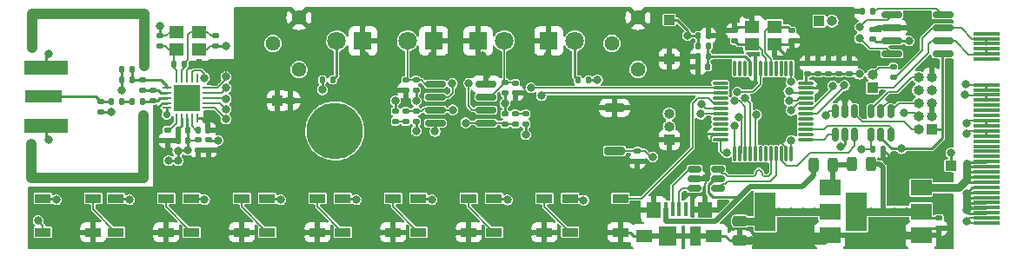
<source format=gtl>
%TF.GenerationSoftware,KiCad,Pcbnew,6.0.9-8da3e8f707~117~ubuntu20.04.1*%
%TF.CreationDate,2023-01-01T11:50:09-08:00*%
%TF.ProjectId,BoardyMcBoardFace,426f6172-6479-44d6-9342-6f6172644661,rev?*%
%TF.SameCoordinates,Original*%
%TF.FileFunction,Copper,L1,Top*%
%TF.FilePolarity,Positive*%
%FSLAX46Y46*%
G04 Gerber Fmt 4.6, Leading zero omitted, Abs format (unit mm)*
G04 Created by KiCad (PCBNEW 6.0.9-8da3e8f707~117~ubuntu20.04.1) date 2023-01-01 11:50:09*
%MOMM*%
%LPD*%
G01*
G04 APERTURE LIST*
G04 Aperture macros list*
%AMRoundRect*
0 Rectangle with rounded corners*
0 $1 Rounding radius*
0 $2 $3 $4 $5 $6 $7 $8 $9 X,Y pos of 4 corners*
0 Add a 4 corners polygon primitive as box body*
4,1,4,$2,$3,$4,$5,$6,$7,$8,$9,$2,$3,0*
0 Add four circle primitives for the rounded corners*
1,1,$1+$1,$2,$3*
1,1,$1+$1,$4,$5*
1,1,$1+$1,$6,$7*
1,1,$1+$1,$8,$9*
0 Add four rect primitives between the rounded corners*
20,1,$1+$1,$2,$3,$4,$5,0*
20,1,$1+$1,$4,$5,$6,$7,0*
20,1,$1+$1,$6,$7,$8,$9,0*
20,1,$1+$1,$8,$9,$2,$3,0*%
G04 Aperture macros list end*
%TA.AperFunction,SMDPad,CuDef*%
%ADD10RoundRect,0.062500X0.350000X0.062500X-0.350000X0.062500X-0.350000X-0.062500X0.350000X-0.062500X0*%
%TD*%
%TA.AperFunction,SMDPad,CuDef*%
%ADD11RoundRect,0.062500X0.062500X0.350000X-0.062500X0.350000X-0.062500X-0.350000X0.062500X-0.350000X0*%
%TD*%
%TA.AperFunction,SMDPad,CuDef*%
%ADD12R,2.500000X2.500000*%
%TD*%
%TA.AperFunction,SMDPad,CuDef*%
%ADD13RoundRect,0.135000X0.185000X-0.135000X0.185000X0.135000X-0.185000X0.135000X-0.185000X-0.135000X0*%
%TD*%
%TA.AperFunction,SMDPad,CuDef*%
%ADD14RoundRect,0.147500X-0.172500X0.147500X-0.172500X-0.147500X0.172500X-0.147500X0.172500X0.147500X0*%
%TD*%
%TA.AperFunction,SMDPad,CuDef*%
%ADD15RoundRect,0.147500X0.172500X-0.147500X0.172500X0.147500X-0.172500X0.147500X-0.172500X-0.147500X0*%
%TD*%
%TA.AperFunction,SMDPad,CuDef*%
%ADD16RoundRect,0.243750X-0.243750X-0.456250X0.243750X-0.456250X0.243750X0.456250X-0.243750X0.456250X0*%
%TD*%
%TA.AperFunction,SMDPad,CuDef*%
%ADD17RoundRect,0.140000X0.170000X-0.140000X0.170000X0.140000X-0.170000X0.140000X-0.170000X-0.140000X0*%
%TD*%
%TA.AperFunction,SMDPad,CuDef*%
%ADD18RoundRect,0.075000X-0.075000X0.662500X-0.075000X-0.662500X0.075000X-0.662500X0.075000X0.662500X0*%
%TD*%
%TA.AperFunction,SMDPad,CuDef*%
%ADD19RoundRect,0.075000X-0.662500X0.075000X-0.662500X-0.075000X0.662500X-0.075000X0.662500X0.075000X0*%
%TD*%
%TA.AperFunction,SMDPad,CuDef*%
%ADD20R,1.500000X0.900000*%
%TD*%
%TA.AperFunction,SMDPad,CuDef*%
%ADD21RoundRect,0.135000X-0.135000X-0.185000X0.135000X-0.185000X0.135000X0.185000X-0.135000X0.185000X0*%
%TD*%
%TA.AperFunction,SMDPad,CuDef*%
%ADD22RoundRect,0.140000X0.140000X0.170000X-0.140000X0.170000X-0.140000X-0.170000X0.140000X-0.170000X0*%
%TD*%
%TA.AperFunction,SMDPad,CuDef*%
%ADD23RoundRect,0.140000X-0.140000X-0.170000X0.140000X-0.170000X0.140000X0.170000X-0.140000X0.170000X0*%
%TD*%
%TA.AperFunction,SMDPad,CuDef*%
%ADD24R,1.000000X1.000000*%
%TD*%
%TA.AperFunction,SMDPad,CuDef*%
%ADD25RoundRect,0.135000X-0.185000X0.135000X-0.185000X-0.135000X0.185000X-0.135000X0.185000X0.135000X0*%
%TD*%
%TA.AperFunction,SMDPad,CuDef*%
%ADD26RoundRect,0.150000X-0.512500X-0.150000X0.512500X-0.150000X0.512500X0.150000X-0.512500X0.150000X0*%
%TD*%
%TA.AperFunction,ComponentPad*%
%ADD27R,1.800000X1.800000*%
%TD*%
%TA.AperFunction,ComponentPad*%
%ADD28C,1.800000*%
%TD*%
%TA.AperFunction,SMDPad,CuDef*%
%ADD29RoundRect,0.150000X-0.825000X-0.150000X0.825000X-0.150000X0.825000X0.150000X-0.825000X0.150000X0*%
%TD*%
%TA.AperFunction,SMDPad,CuDef*%
%ADD30RoundRect,0.140000X-0.170000X0.140000X-0.170000X-0.140000X0.170000X-0.140000X0.170000X0.140000X0*%
%TD*%
%TA.AperFunction,ComponentPad*%
%ADD31C,5.500000*%
%TD*%
%TA.AperFunction,SMDPad,CuDef*%
%ADD32R,2.500000X0.350000*%
%TD*%
%TA.AperFunction,ComponentPad*%
%ADD33R,1.000000X1.000000*%
%TD*%
%TA.AperFunction,ComponentPad*%
%ADD34O,1.000000X1.000000*%
%TD*%
%TA.AperFunction,SMDPad,CuDef*%
%ADD35R,0.450000X1.380000*%
%TD*%
%TA.AperFunction,SMDPad,CuDef*%
%ADD36R,1.800000X1.900000*%
%TD*%
%TA.AperFunction,SMDPad,CuDef*%
%ADD37R,1.425000X1.550000*%
%TD*%
%TA.AperFunction,SMDPad,CuDef*%
%ADD38R,1.650000X1.300000*%
%TD*%
%TA.AperFunction,SMDPad,CuDef*%
%ADD39R,1.000000X1.900000*%
%TD*%
%TA.AperFunction,SMDPad,CuDef*%
%ADD40R,1.400000X1.200000*%
%TD*%
%TA.AperFunction,ComponentPad*%
%ADD41C,1.440000*%
%TD*%
%TA.AperFunction,SMDPad,CuDef*%
%ADD42RoundRect,0.200000X-0.800000X0.200000X-0.800000X-0.200000X0.800000X-0.200000X0.800000X0.200000X0*%
%TD*%
%TA.AperFunction,SMDPad,CuDef*%
%ADD43RoundRect,0.150000X0.825000X0.150000X-0.825000X0.150000X-0.825000X-0.150000X0.825000X-0.150000X0*%
%TD*%
%TA.AperFunction,SMDPad,CuDef*%
%ADD44R,2.000000X1.500000*%
%TD*%
%TA.AperFunction,SMDPad,CuDef*%
%ADD45R,2.000000X3.800000*%
%TD*%
%TA.AperFunction,SMDPad,CuDef*%
%ADD46RoundRect,0.250000X0.475000X-0.250000X0.475000X0.250000X-0.475000X0.250000X-0.475000X-0.250000X0*%
%TD*%
%TA.AperFunction,SMDPad,CuDef*%
%ADD47RoundRect,0.150000X-0.150000X0.512500X-0.150000X-0.512500X0.150000X-0.512500X0.150000X0.512500X0*%
%TD*%
%TA.AperFunction,SMDPad,CuDef*%
%ADD48RoundRect,0.147500X0.147500X0.172500X-0.147500X0.172500X-0.147500X-0.172500X0.147500X-0.172500X0*%
%TD*%
%TA.AperFunction,SMDPad,CuDef*%
%ADD49RoundRect,0.135000X0.135000X0.185000X-0.135000X0.185000X-0.135000X-0.185000X0.135000X-0.185000X0*%
%TD*%
%TA.AperFunction,SMDPad,CuDef*%
%ADD50RoundRect,0.243750X0.243750X0.456250X-0.243750X0.456250X-0.243750X-0.456250X0.243750X-0.456250X0*%
%TD*%
%TA.AperFunction,SMDPad,CuDef*%
%ADD51R,3.600000X1.270000*%
%TD*%
%TA.AperFunction,SMDPad,CuDef*%
%ADD52R,4.200000X1.350000*%
%TD*%
%TA.AperFunction,SMDPad,CuDef*%
%ADD53RoundRect,0.147500X-0.147500X-0.172500X0.147500X-0.172500X0.147500X0.172500X-0.147500X0.172500X0*%
%TD*%
%TA.AperFunction,ViaPad*%
%ADD54C,0.800000*%
%TD*%
%TA.AperFunction,ViaPad*%
%ADD55C,0.700000*%
%TD*%
%TA.AperFunction,Conductor*%
%ADD56C,0.154000*%
%TD*%
%TA.AperFunction,Conductor*%
%ADD57C,0.254000*%
%TD*%
%TA.AperFunction,Conductor*%
%ADD58C,1.000000*%
%TD*%
%TA.AperFunction,Conductor*%
%ADD59C,0.293370*%
%TD*%
%TA.AperFunction,Conductor*%
%ADD60C,0.800000*%
%TD*%
%TA.AperFunction,Conductor*%
%ADD61C,0.500000*%
%TD*%
%TA.AperFunction,Conductor*%
%ADD62C,0.200000*%
%TD*%
G04 APERTURE END LIST*
D10*
%TO.P,U1,1,CE*%
%TO.N,/RADIO_CE*%
X126135500Y-108663500D03*
%TO.P,U1,2,CSN*%
%TO.N,/RADIO_SPI_NSS*%
X126135500Y-108163500D03*
%TO.P,U1,3,SCK*%
%TO.N,/RADIO_SPI_SCK*%
X126135500Y-107663500D03*
%TO.P,U1,4,MOSI*%
%TO.N,/RADIO_SPI_MOSI*%
X126135500Y-107163500D03*
%TO.P,U1,5,MISO*%
%TO.N,/RADIO_SPI_MISO*%
X126135500Y-106663500D03*
D11*
%TO.P,U1,6,IRQ*%
%TO.N,unconnected-(U1-Pad6)*%
X125198000Y-105726000D03*
%TO.P,U1,7,VDD*%
%TO.N,+3V3*%
X124698000Y-105726000D03*
%TO.P,U1,8,VSS*%
%TO.N,GND*%
X124198000Y-105726000D03*
%TO.P,U1,9,XC2*%
%TO.N,/NRF_XC2*%
X123698000Y-105726000D03*
%TO.P,U1,10,XC1*%
%TO.N,/NRF_XC1*%
X123198000Y-105726000D03*
D10*
%TO.P,U1,11,VDD_PA*%
%TO.N,/NRF_VDD_PA*%
X122260500Y-106663500D03*
%TO.P,U1,12,ANT1*%
%TO.N,/NRF_ANT1*%
X122260500Y-107163500D03*
%TO.P,U1,13,ANT2*%
%TO.N,/NRF_ANT2*%
X122260500Y-107663500D03*
%TO.P,U1,14,VSS*%
%TO.N,GND*%
X122260500Y-108163500D03*
%TO.P,U1,15,VDD*%
%TO.N,+3V3*%
X122260500Y-108663500D03*
D11*
%TO.P,U1,16,IREF*%
%TO.N,Net-(R2-Pad1)*%
X123198000Y-109601000D03*
%TO.P,U1,17,VSS*%
%TO.N,GND*%
X123698000Y-109601000D03*
%TO.P,U1,18,VDD*%
%TO.N,+3V3*%
X124198000Y-109601000D03*
%TO.P,U1,19,DVDD*%
%TO.N,Net-(C16-Pad1)*%
X124698000Y-109601000D03*
%TO.P,U1,20,VSS*%
%TO.N,GND*%
X125198000Y-109601000D03*
D12*
%TO.P,U1,21*%
%TO.N,N/C*%
X124198000Y-107663500D03*
%TD*%
D13*
%TO.P,R6,1*%
%TO.N,/BALLDETECT_1*%
X155194000Y-110238000D03*
%TO.P,R6,2*%
%TO.N,+3V3*%
X155194000Y-109218000D03*
%TD*%
D14*
%TO.P,D2,1,K*%
%TO.N,Net-(D2-Pad1)*%
X157226000Y-109243000D03*
%TO.P,D2,2,A*%
%TO.N,+3V3*%
X157226000Y-110213000D03*
%TD*%
D15*
%TO.P,L2,1,1*%
%TO.N,/NRF_ANT2*%
X120904000Y-107927000D03*
%TO.P,L2,2,2*%
%TO.N,/NRF_ANT1*%
X120904000Y-106957000D03*
%TD*%
D16*
%TO.P,D5,1,K*%
%TO.N,Net-(D5-Pad1)*%
X188952900Y-114147600D03*
%TO.P,D5,2,A*%
%TO.N,+5V*%
X190827900Y-114147600D03*
%TD*%
D17*
%TO.P,C26,1*%
%TO.N,GND*%
X197485000Y-120368000D03*
%TO.P,C26,2*%
%TO.N,+5V*%
X197485000Y-119408000D03*
%TD*%
D18*
%TO.P,U2,1,VBAT*%
%TO.N,+3V3*%
X183090000Y-104803500D03*
%TO.P,U2,2,PC13*%
%TO.N,unconnected-(U2-Pad2)*%
X182590000Y-104803500D03*
%TO.P,U2,3,PC14*%
%TO.N,unconnected-(U2-Pad3)*%
X182090000Y-104803500D03*
%TO.P,U2,4,PC15*%
%TO.N,unconnected-(U2-Pad4)*%
X181590000Y-104803500D03*
%TO.P,U2,5,PD0*%
%TO.N,/HSE_IN*%
X181090000Y-104803500D03*
%TO.P,U2,6,PD1*%
%TO.N,/HSE_OUT*%
X180590000Y-104803500D03*
%TO.P,U2,7,NRST*%
%TO.N,/NRST*%
X180090000Y-104803500D03*
%TO.P,U2,8,VSSA*%
%TO.N,GND*%
X179590000Y-104803500D03*
%TO.P,U2,9,VDDA*%
%TO.N,+3.3VA*%
X179090000Y-104803500D03*
%TO.P,U2,10,PA0*%
%TO.N,unconnected-(U2-Pad10)*%
X178590000Y-104803500D03*
%TO.P,U2,11,PA1*%
%TO.N,unconnected-(U2-Pad11)*%
X178090000Y-104803500D03*
%TO.P,U2,12,PA2*%
%TO.N,unconnected-(U2-Pad12)*%
X177590000Y-104803500D03*
D19*
%TO.P,U2,13,PA3*%
%TO.N,unconnected-(U2-Pad13)*%
X176177500Y-106216000D03*
%TO.P,U2,14,PA4*%
%TO.N,/BALLDETECT_2*%
X176177500Y-106716000D03*
%TO.P,U2,15,PA5*%
%TO.N,/BALLDETECT_1*%
X176177500Y-107216000D03*
%TO.P,U2,16,PA6*%
%TO.N,unconnected-(U2-Pad16)*%
X176177500Y-107716000D03*
%TO.P,U2,17,PA7*%
%TO.N,/PIXEL_MOSI*%
X176177500Y-108216000D03*
%TO.P,U2,18,PB0*%
%TO.N,/DRBL_PWM_1*%
X176177500Y-108716000D03*
%TO.P,U2,19,PB1*%
%TO.N,/DRBL_PWM_2*%
X176177500Y-109216000D03*
%TO.P,U2,20,PB2*%
%TO.N,unconnected-(U2-Pad20)*%
X176177500Y-109716000D03*
%TO.P,U2,21,PB10*%
%TO.N,unconnected-(U2-Pad21)*%
X176177500Y-110216000D03*
%TO.P,U2,22,PB11*%
%TO.N,unconnected-(U2-Pad22)*%
X176177500Y-110716000D03*
%TO.P,U2,23,VSS*%
%TO.N,GND*%
X176177500Y-111216000D03*
%TO.P,U2,24,VDD*%
%TO.N,+3V3*%
X176177500Y-111716000D03*
D18*
%TO.P,U2,25,PB12*%
%TO.N,/RADIO_SPI_NSS*%
X177590000Y-113128500D03*
%TO.P,U2,26,PB13*%
%TO.N,/RADIO_SPI_SCK*%
X178090000Y-113128500D03*
%TO.P,U2,27,PB14*%
%TO.N,/RADIO_SPI_MISO*%
X178590000Y-113128500D03*
%TO.P,U2,28,PB15*%
%TO.N,/RADIO_SPI_MOSI*%
X179090000Y-113128500D03*
%TO.P,U2,29,PA8*%
%TO.N,/RADIO_CE*%
X179590000Y-113128500D03*
%TO.P,U2,30,PA9*%
%TO.N,unconnected-(U2-Pad30)*%
X180090000Y-113128500D03*
%TO.P,U2,31,PA10*%
%TO.N,unconnected-(U2-Pad31)*%
X180590000Y-113128500D03*
%TO.P,U2,32,PA11*%
%TO.N,/USB_DN*%
X181090000Y-113128500D03*
%TO.P,U2,33,PA12*%
%TO.N,/USB_DP*%
X181590000Y-113128500D03*
%TO.P,U2,34,PA13*%
%TO.N,/SWDIO*%
X182090000Y-113128500D03*
%TO.P,U2,35,VSS*%
%TO.N,GND*%
X182590000Y-113128500D03*
%TO.P,U2,36,VDD*%
%TO.N,+3V3*%
X183090000Y-113128500D03*
D19*
%TO.P,U2,37,PA14*%
%TO.N,/SWCLK*%
X184502500Y-111716000D03*
%TO.P,U2,38,PA15*%
%TO.N,unconnected-(U2-Pad38)*%
X184502500Y-111216000D03*
%TO.P,U2,39,PB3*%
%TO.N,/TRACESWO*%
X184502500Y-110716000D03*
%TO.P,U2,40,PB4*%
%TO.N,unconnected-(U2-Pad40)*%
X184502500Y-110216000D03*
%TO.P,U2,41,PB5*%
%TO.N,unconnected-(U2-Pad41)*%
X184502500Y-109716000D03*
%TO.P,U2,42,PB6*%
%TO.N,/I2C1_SCL*%
X184502500Y-109216000D03*
%TO.P,U2,43,PB7*%
%TO.N,/I2C1_SDA*%
X184502500Y-108716000D03*
%TO.P,U2,44,BOOT0*%
%TO.N,/BOOT*%
X184502500Y-108216000D03*
%TO.P,U2,45,PB8*%
%TO.N,/CAN_TX*%
X184502500Y-107716000D03*
%TO.P,U2,46,PB9*%
%TO.N,/CAN_RX*%
X184502500Y-107216000D03*
%TO.P,U2,47,VSS*%
%TO.N,GND*%
X184502500Y-106716000D03*
%TO.P,U2,48,VDD*%
%TO.N,+3V3*%
X184502500Y-106216000D03*
%TD*%
D20*
%TO.P,D15,1,VDD*%
%TO.N,+3V3*%
X132043000Y-117476000D03*
%TO.P,D15,2,DOUT*%
%TO.N,Net-(D15-Pad2)*%
X132043000Y-120776000D03*
%TO.P,D15,3,VSS*%
%TO.N,GND*%
X136943000Y-120776000D03*
%TO.P,D15,4,DIN*%
%TO.N,Net-(D14-Pad2)*%
X136943000Y-117476000D03*
%TD*%
D21*
%TO.P,R4,1*%
%TO.N,Net-(D3-Pad2)*%
X162304000Y-105918000D03*
%TO.P,R4,2*%
%TO.N,+3V3*%
X163324000Y-105918000D03*
%TD*%
D22*
%TO.P,C7,1*%
%TO.N,+3.3VA*%
X174978000Y-103618000D03*
%TO.P,C7,2*%
%TO.N,GND*%
X174018000Y-103618000D03*
%TD*%
D23*
%TO.P,C16,1*%
%TO.N,Net-(C16-Pad1)*%
X125292800Y-110813100D03*
%TO.P,C16,2*%
%TO.N,GND*%
X126252800Y-110813100D03*
%TD*%
D24*
%TO.P,TP1,1,1*%
%TO.N,+3V3*%
X171196000Y-100076000D03*
%TD*%
%TO.P,TP3,1,1*%
%TO.N,+5V*%
X198628000Y-114300000D03*
%TD*%
D23*
%TO.P,C23,1*%
%TO.N,GND*%
X117884000Y-104902000D03*
%TO.P,C23,2*%
%TO.N,/NRF_VDD_PA*%
X118844000Y-104902000D03*
%TD*%
D22*
%TO.P,C9,1*%
%TO.N,+3V3*%
X124297000Y-110813100D03*
%TO.P,C9,2*%
%TO.N,GND*%
X123337000Y-110813100D03*
%TD*%
D23*
%TO.P,C22,1*%
%TO.N,GND*%
X117884000Y-105918000D03*
%TO.P,C22,2*%
%TO.N,/NRF_VDD_PA*%
X118844000Y-105918000D03*
%TD*%
D25*
%TO.P,R13,1*%
%TO.N,/BALLDETECT_2*%
X145542000Y-108964000D03*
%TO.P,R13,2*%
%TO.N,Net-(D8-Pad1)*%
X145542000Y-109984000D03*
%TD*%
D26*
%TO.P,U8,1,IO1*%
%TO.N,/USB_CONN_DN*%
X173665300Y-114620000D03*
%TO.P,U8,2,GND*%
%TO.N,GND*%
X173665300Y-115570000D03*
%TO.P,U8,3,IO2*%
%TO.N,/USB_CONN_DP*%
X173665300Y-116520000D03*
%TO.P,U8,4,IO2*%
%TO.N,/USB_DP*%
X175940300Y-116520000D03*
%TO.P,U8,5,VBUS*%
%TO.N,VBUS*%
X175940300Y-115570000D03*
%TO.P,U8,6,IO1*%
%TO.N,/USB_DN*%
X175940300Y-114620000D03*
%TD*%
D17*
%TO.P,C14,1*%
%TO.N,/NRF_XC1*%
X121581800Y-102588000D03*
%TO.P,C14,2*%
%TO.N,GND*%
X121581800Y-101628000D03*
%TD*%
D25*
%TO.P,R2,1*%
%TO.N,Net-(R2-Pad1)*%
X122318400Y-110785700D03*
%TO.P,R2,2*%
%TO.N,GND*%
X122318400Y-111805700D03*
%TD*%
D20*
%TO.P,D11,1,VDD*%
%TO.N,+3V3*%
X161537498Y-117476000D03*
%TO.P,D11,2,DOUT*%
%TO.N,Net-(D11-Pad2)*%
X161537498Y-120776000D03*
%TO.P,D11,3,VSS*%
%TO.N,GND*%
X166437498Y-120776000D03*
%TO.P,D11,4,DIN*%
%TO.N,/PIXEL_MOSI*%
X166437498Y-117476000D03*
%TD*%
D25*
%TO.P,R10,1*%
%TO.N,Net-(C29-Pad1)*%
X146558000Y-105918000D03*
%TO.P,R10,2*%
%TO.N,+3V3*%
X146558000Y-106938000D03*
%TD*%
D27*
%TO.P,D4,1,K*%
%TO.N,GND*%
X152580000Y-102108000D03*
D28*
%TO.P,D4,2,A*%
%TO.N,Net-(C25-Pad1)*%
X155120000Y-102108000D03*
%TD*%
D27*
%TO.P,D3,1,K*%
%TO.N,GND*%
X159464000Y-102108000D03*
D28*
%TO.P,D3,2,A*%
%TO.N,Net-(D3-Pad2)*%
X162004000Y-102108000D03*
%TD*%
D17*
%TO.P,C5,1*%
%TO.N,+3V3*%
X184708800Y-105280400D03*
%TO.P,C5,2*%
%TO.N,GND*%
X184708800Y-104320400D03*
%TD*%
D29*
%TO.P,U9,1,TXD*%
%TO.N,/CAN_TX*%
X192901800Y-99593400D03*
%TO.P,U9,2,GND*%
%TO.N,GND*%
X192901800Y-100863400D03*
%TO.P,U9,3,VCC*%
%TO.N,+5V*%
X192901800Y-102133400D03*
%TO.P,U9,4,RXD*%
%TO.N,/CAN_RX*%
X192901800Y-103403400D03*
%TO.P,U9,5,VIO*%
%TO.N,+3V3*%
X197851800Y-103403400D03*
%TO.P,U9,6,CANL*%
%TO.N,/CAN_L*%
X197851800Y-102133400D03*
%TO.P,U9,7,CANH*%
%TO.N,/CAN_H*%
X197851800Y-100863400D03*
%TO.P,U9,8,S*%
%TO.N,Net-(R15-Pad1)*%
X197851800Y-99593400D03*
%TD*%
D20*
%TO.P,D18,1,VDD*%
%TO.N,+3V3*%
X110199000Y-117476000D03*
%TO.P,D18,2,DOUT*%
%TO.N,/PIXEL_OFFBOARD*%
X110199000Y-120776000D03*
%TO.P,D18,3,VSS*%
%TO.N,GND*%
X115099000Y-120776000D03*
%TO.P,D18,4,DIN*%
%TO.N,Net-(D17-Pad2)*%
X115099000Y-117476000D03*
%TD*%
D23*
%TO.P,C19,1*%
%TO.N,Net-(C19-Pad1)*%
X116868000Y-108069900D03*
%TO.P,C19,2*%
%TO.N,Net-(C19-Pad2)*%
X117828000Y-108069900D03*
%TD*%
D30*
%TO.P,C17,1*%
%TO.N,/HSE_IN*%
X183134000Y-101120000D03*
%TO.P,C17,2*%
%TO.N,GND*%
X183134000Y-102080000D03*
%TD*%
D31*
%TO.P,U$1,MOUNTING-HOLE,MP1*%
%TO.N,unconnected-(U$1-PadMOUNTING-HOLE)*%
X138627800Y-110892400D03*
D32*
%TO.P,U$1,P$1,1*%
%TO.N,unconnected-(U$1-PadP$1)*%
X202127800Y-101392400D03*
%TO.P,U$1,P$3,3*%
%TO.N,/CAN_H*%
X202127800Y-101892400D03*
%TO.P,U$1,P$5,5*%
X202127800Y-102392400D03*
%TO.P,U$1,P$7,7*%
%TO.N,/CAN_L*%
X202127800Y-102892400D03*
%TO.P,U$1,P$9,9*%
X202127800Y-103392400D03*
%TO.P,U$1,P$11,11*%
%TO.N,unconnected-(U$1-PadP$11)*%
X202127800Y-103892400D03*
%TO.P,U$1,P$21,21*%
%TO.N,/I2C1_SDA*%
X202127800Y-106392400D03*
%TO.P,U$1,P$23,23*%
X202127800Y-106892400D03*
%TO.P,U$1,P$25,25*%
%TO.N,/I2C1_SCL*%
X202127800Y-107392400D03*
%TO.P,U$1,P$27,27*%
X202127800Y-107892400D03*
%TO.P,U$1,P$29,29*%
%TO.N,unconnected-(U$1-PadP$29)*%
X202127800Y-108392400D03*
%TO.P,U$1,P$31,31*%
%TO.N,unconnected-(U$1-PadP$31)*%
X202127800Y-108892400D03*
%TO.P,U$1,P$33,33*%
%TO.N,unconnected-(U$1-PadP$33)*%
X202127800Y-109392400D03*
%TO.P,U$1,P$35,35*%
%TO.N,/DRBL_PWM_1*%
X202127800Y-109892400D03*
%TO.P,U$1,P$37,37*%
X202127800Y-110392400D03*
%TO.P,U$1,P$39,39*%
%TO.N,/DRBL_PWM_2*%
X202127800Y-110892400D03*
%TO.P,U$1,P$41,41*%
X202127800Y-111392400D03*
%TO.P,U$1,P$43,43*%
%TO.N,unconnected-(U$1-PadP$43)*%
X202127800Y-111892400D03*
%TO.P,U$1,P$45,45*%
%TO.N,unconnected-(U$1-PadP$45)*%
X202127800Y-112392400D03*
%TO.P,U$1,P$47,47*%
%TO.N,unconnected-(U$1-PadP$47)*%
X202127800Y-112892400D03*
%TO.P,U$1,P$49,49*%
%TO.N,unconnected-(U$1-PadP$49)*%
X202127800Y-113392400D03*
%TO.P,U$1,P$51,51*%
%TO.N,/VCC*%
X202127800Y-113892400D03*
%TO.P,U$1,P$53,53*%
X202127800Y-114392400D03*
%TO.P,U$1,P$55,55*%
X202127800Y-114892400D03*
%TO.P,U$1,P$57,57*%
X202127800Y-115392400D03*
%TO.P,U$1,P$59,59*%
X202127800Y-115892400D03*
%TO.P,U$1,P$61,61*%
%TO.N,GND*%
X202127800Y-116392400D03*
%TO.P,U$1,P$63,63*%
X202127800Y-116892400D03*
%TO.P,U$1,P$65,65*%
X202127800Y-117392400D03*
%TO.P,U$1,P$67,67*%
X202127800Y-117892400D03*
%TO.P,U$1,P$69,69*%
X202127800Y-118392400D03*
%TO.P,U$1,P$71,71*%
X202127800Y-118892400D03*
%TO.P,U$1,P$73,73*%
%TO.N,/PIXEL_OFFBOARD*%
X202127800Y-119392400D03*
%TO.P,U$1,P$75,75*%
X202127800Y-119892400D03*
%TD*%
D33*
%TO.P,J5,1,Pin_1*%
%TO.N,GND*%
X133055600Y-107924600D03*
D34*
%TO.P,J5,2,Pin_2*%
X134325600Y-107924600D03*
%TD*%
D20*
%TO.P,D14,1,VDD*%
%TO.N,+3V3*%
X139409000Y-117476000D03*
%TO.P,D14,2,DOUT*%
%TO.N,Net-(D14-Pad2)*%
X139409000Y-120776000D03*
%TO.P,D14,3,VSS*%
%TO.N,GND*%
X144309000Y-120776000D03*
%TO.P,D14,4,DIN*%
%TO.N,Net-(D13-Pad2)*%
X144309000Y-117476000D03*
%TD*%
D17*
%TO.P,C3,1*%
%TO.N,+3V3*%
X186740800Y-105280400D03*
%TO.P,C3,2*%
%TO.N,GND*%
X186740800Y-104320400D03*
%TD*%
D20*
%TO.P,D13,1,VDD*%
%TO.N,+3V3*%
X146775000Y-117476000D03*
%TO.P,D13,2,DOUT*%
%TO.N,Net-(D13-Pad2)*%
X146775000Y-120776000D03*
%TO.P,D13,3,VSS*%
%TO.N,GND*%
X151675000Y-120776000D03*
%TO.P,D13,4,DIN*%
%TO.N,Net-(D12-Pad2)*%
X151675000Y-117476000D03*
%TD*%
D15*
%TO.P,D8,1,K*%
%TO.N,Net-(D8-Pad1)*%
X144526000Y-109959000D03*
%TO.P,D8,2,A*%
%TO.N,+3V3*%
X144526000Y-108989000D03*
%TD*%
D35*
%TO.P,J3,1,VBUS*%
%TO.N,VBUS*%
X170861200Y-118488400D03*
%TO.P,J3,2,D-*%
%TO.N,/USB_CONN_DN*%
X171511200Y-118488400D03*
%TO.P,J3,3,D+*%
%TO.N,/USB_CONN_DP*%
X172161200Y-118488400D03*
%TO.P,J3,4,ID*%
%TO.N,unconnected-(J3-Pad4)*%
X172811200Y-118488400D03*
%TO.P,J3,5,GND*%
%TO.N,GND*%
X173461200Y-118488400D03*
D36*
%TO.P,J3,6,Shield*%
X171011200Y-121148400D03*
D37*
X174648700Y-118573400D03*
D38*
X175536200Y-121148400D03*
D39*
X173711200Y-121148400D03*
D37*
X169673700Y-118573400D03*
D38*
X168786200Y-121148400D03*
%TD*%
D33*
%TO.P,JP2,1,A*%
%TO.N,GND*%
X171196000Y-111760000D03*
D34*
%TO.P,JP2,2,C*%
%TO.N,/BOOT*%
X171196000Y-110490000D03*
%TO.P,JP2,3,B*%
%TO.N,+3V3*%
X171196000Y-109220000D03*
%TD*%
D30*
%TO.P,C25,1*%
%TO.N,Net-(C25-Pad1)*%
X156210000Y-106218000D03*
%TO.P,C25,2*%
%TO.N,GND*%
X156210000Y-107178000D03*
%TD*%
D17*
%TO.P,C1,1*%
%TO.N,+3V3*%
X188772800Y-105280400D03*
%TO.P,C1,2*%
%TO.N,GND*%
X188772800Y-104320400D03*
%TD*%
D40*
%TO.P,Y1,1,1*%
%TO.N,/NRF_XC1*%
X123182000Y-102925500D03*
%TO.P,Y1,2,2*%
%TO.N,GND*%
X125382000Y-102925500D03*
%TO.P,Y1,3,3*%
%TO.N,/NRF_XC2*%
X125382000Y-101225500D03*
%TO.P,Y1,4,4*%
%TO.N,GND*%
X123182000Y-101225500D03*
%TD*%
D41*
%TO.P,RV2,1,1*%
%TO.N,+3V3*%
X135128000Y-104902000D03*
%TO.P,RV2,2,2*%
%TO.N,Net-(RV2-Pad2)*%
X132588000Y-102362000D03*
%TO.P,RV2,3,3*%
%TO.N,GND*%
X135128000Y-99822000D03*
%TD*%
D30*
%TO.P,C12,1*%
%TO.N,+3V3*%
X126331600Y-111788000D03*
%TO.P,C12,2*%
%TO.N,GND*%
X126331600Y-112748000D03*
%TD*%
D17*
%TO.P,C18,1*%
%TO.N,/HSE_OUT*%
X177546000Y-102080000D03*
%TO.P,C18,2*%
%TO.N,GND*%
X177546000Y-101120000D03*
%TD*%
D20*
%TO.P,D17,1,VDD*%
%TO.N,+3V3*%
X117311000Y-117476000D03*
%TO.P,D17,2,DOUT*%
%TO.N,Net-(D17-Pad2)*%
X117311000Y-120776000D03*
%TO.P,D17,3,VSS*%
%TO.N,GND*%
X122211000Y-120776000D03*
%TO.P,D17,4,DIN*%
%TO.N,Net-(D16-Pad2)*%
X122211000Y-117476000D03*
%TD*%
D42*
%TO.P,SW1,1,1*%
%TO.N,GND*%
X165862000Y-108644000D03*
%TO.P,SW1,2,2*%
%TO.N,/NRST*%
X165862000Y-112844000D03*
%TD*%
D27*
%TO.P,D9,1,K*%
%TO.N,GND*%
X141362000Y-102108000D03*
D28*
%TO.P,D9,2,A*%
%TO.N,Net-(D9-Pad2)*%
X138822000Y-102108000D03*
%TD*%
D13*
%TO.P,R3,1*%
%TO.N,/CAN_H*%
X193040000Y-105666000D03*
%TO.P,R3,2*%
%TO.N,Net-(JP1-Pad2)*%
X193040000Y-104646000D03*
%TD*%
D23*
%TO.P,C8,1*%
%TO.N,+3V3*%
X174018000Y-101586000D03*
%TO.P,C8,2*%
%TO.N,GND*%
X174978000Y-101586000D03*
%TD*%
D27*
%TO.P,D10,1,K*%
%TO.N,GND*%
X148246000Y-102108000D03*
D28*
%TO.P,D10,2,A*%
%TO.N,Net-(C29-Pad1)*%
X145706000Y-102108000D03*
%TD*%
D13*
%TO.P,R8,1*%
%TO.N,/BALLDETECT_1*%
X156210000Y-110238000D03*
%TO.P,R8,2*%
%TO.N,Net-(D2-Pad1)*%
X156210000Y-109218000D03*
%TD*%
D22*
%TO.P,C10,1*%
%TO.N,+3V3*%
X124297000Y-111829100D03*
%TO.P,C10,2*%
%TO.N,GND*%
X123337000Y-111829100D03*
%TD*%
D33*
%TO.P,J4,1,Pin_1*%
%TO.N,N/C*%
X185786000Y-100177600D03*
D34*
%TO.P,J4,2,Pin_2*%
X187056000Y-100177600D03*
%TD*%
D43*
%TO.P,U4,1*%
%TO.N,/BALLDETECT_1*%
X153351000Y-110109000D03*
%TO.P,U4,2,-*%
%TO.N,Net-(RV1-Pad2)*%
X153351000Y-108839000D03*
%TO.P,U4,3,+*%
%TO.N,Net-(C25-Pad1)*%
X153351000Y-107569000D03*
%TO.P,U4,4,V-*%
%TO.N,GND*%
X153351000Y-106299000D03*
%TO.P,U4,5,+*%
%TO.N,Net-(C29-Pad1)*%
X148401000Y-106299000D03*
%TO.P,U4,6,-*%
%TO.N,Net-(RV2-Pad2)*%
X148401000Y-107569000D03*
%TO.P,U4,7*%
%TO.N,/BALLDETECT_2*%
X148401000Y-108839000D03*
%TO.P,U4,8,V+*%
%TO.N,+3V3*%
X148401000Y-110109000D03*
%TD*%
D17*
%TO.P,C4,1*%
%TO.N,+3V3*%
X185724800Y-105280400D03*
%TO.P,C4,2*%
%TO.N,GND*%
X185724800Y-104320400D03*
%TD*%
%TO.P,C2,1*%
%TO.N,+3V3*%
X187756800Y-105280400D03*
%TO.P,C2,2*%
%TO.N,GND*%
X187756800Y-104320400D03*
%TD*%
D44*
%TO.P,U6,1,GND*%
%TO.N,GND*%
X186842800Y-121047600D03*
D45*
%TO.P,U6,2,VO*%
%TO.N,+3V3*%
X180542800Y-118747600D03*
D44*
X186842800Y-118747600D03*
%TO.P,U6,3,VI*%
%TO.N,Net-(D5-Pad1)*%
X186842800Y-116447600D03*
%TD*%
D30*
%TO.P,C30,1*%
%TO.N,GND*%
X191008000Y-100967600D03*
%TO.P,C30,2*%
%TO.N,+5V*%
X191008000Y-101927600D03*
%TD*%
D20*
%TO.P,D12,1,VDD*%
%TO.N,+3V3*%
X154141000Y-117476000D03*
%TO.P,D12,2,DOUT*%
%TO.N,Net-(D12-Pad2)*%
X154141000Y-120776000D03*
%TO.P,D12,3,VSS*%
%TO.N,GND*%
X159041000Y-120776000D03*
%TO.P,D12,4,DIN*%
%TO.N,Net-(D11-Pad2)*%
X159041000Y-117476000D03*
%TD*%
D24*
%TO.P,TP4,1,1*%
%TO.N,GND*%
X171196000Y-103886000D03*
%TD*%
D22*
%TO.P,C6,1*%
%TO.N,+3.3VA*%
X174950000Y-104634000D03*
%TO.P,C6,2*%
%TO.N,GND*%
X173990000Y-104634000D03*
%TD*%
D46*
%TO.P,C27,1*%
%TO.N,GND*%
X178104800Y-121602600D03*
%TO.P,C27,2*%
%TO.N,+3V3*%
X178104800Y-119702600D03*
%TD*%
D30*
%TO.P,C11,1*%
%TO.N,+3V3*%
X125315600Y-111788000D03*
%TO.P,C11,2*%
%TO.N,GND*%
X125315600Y-112748000D03*
%TD*%
D47*
%TO.P,U7,1,IO1*%
%TO.N,/TRACESWO_CONN*%
X192770800Y-108996900D03*
%TO.P,U7,2,GND*%
%TO.N,GND*%
X191820800Y-108996900D03*
%TO.P,U7,3,IO2*%
%TO.N,/NRST_CONN*%
X190870800Y-108996900D03*
%TO.P,U7,4,IO2*%
%TO.N,/NRST*%
X190870800Y-111271900D03*
%TO.P,U7,5,VBUS*%
%TO.N,+3V3*%
X191820800Y-111271900D03*
%TO.P,U7,6,IO1*%
%TO.N,/TRACESWO*%
X192770800Y-111271900D03*
%TD*%
%TO.P,U3,1,IO1*%
%TO.N,/SWDIO_CONN*%
X189265600Y-108996900D03*
%TO.P,U3,2,GND*%
%TO.N,GND*%
X188315600Y-108996900D03*
%TO.P,U3,3,IO2*%
%TO.N,/SWCLK_CONN*%
X187365600Y-108996900D03*
%TO.P,U3,4,IO2*%
%TO.N,/SWCLK*%
X187365600Y-111271900D03*
%TO.P,U3,5,VBUS*%
%TO.N,+3V3*%
X188315600Y-111271900D03*
%TO.P,U3,6,IO1*%
%TO.N,/SWDIO*%
X189265600Y-111271900D03*
%TD*%
D48*
%TO.P,L1,1,1*%
%TO.N,/NRF_ANT2*%
X119865000Y-108069900D03*
%TO.P,L1,2,2*%
%TO.N,Net-(C19-Pad2)*%
X118895000Y-108069900D03*
%TD*%
D25*
%TO.P,R11,1*%
%TO.N,/BALLDETECT_2*%
X146558000Y-108962000D03*
%TO.P,R11,2*%
%TO.N,+3V3*%
X146558000Y-109982000D03*
%TD*%
D23*
%TO.P,C20,1*%
%TO.N,/NRST*%
X191036000Y-112699800D03*
%TO.P,C20,2*%
%TO.N,GND*%
X191996000Y-112699800D03*
%TD*%
D30*
%TO.P,C29,1*%
%TO.N,Net-(C29-Pad1)*%
X145542000Y-105946000D03*
%TO.P,C29,2*%
%TO.N,GND*%
X145542000Y-106906000D03*
%TD*%
D33*
%TO.P,J2,1,Pin_1*%
%TO.N,+3V3*%
X196748400Y-110744000D03*
D34*
%TO.P,J2,2,Pin_2*%
%TO.N,/SWDIO_CONN*%
X195478400Y-110744000D03*
%TO.P,J2,3,Pin_3*%
%TO.N,GND*%
X196748400Y-109474000D03*
%TO.P,J2,4,Pin_4*%
%TO.N,/SWCLK_CONN*%
X195478400Y-109474000D03*
%TO.P,J2,5,Pin_5*%
%TO.N,GND*%
X196748400Y-108204000D03*
%TO.P,J2,6,Pin_6*%
%TO.N,/TRACESWO_CONN*%
X195478400Y-108204000D03*
%TO.P,J2,7,Pin_7*%
%TO.N,unconnected-(J2-Pad7)*%
X196748400Y-106934000D03*
%TO.P,J2,8,Pin_8*%
%TO.N,unconnected-(J2-Pad8)*%
X195478400Y-106934000D03*
%TO.P,J2,9,Pin_9*%
%TO.N,GND*%
X196748400Y-105664000D03*
%TO.P,J2,10,Pin_10*%
%TO.N,/NRST_CONN*%
X195478400Y-105664000D03*
%TD*%
D49*
%TO.P,R1,1*%
%TO.N,/NRF_XC2*%
X123954000Y-104394000D03*
%TO.P,R1,2*%
%TO.N,/NRF_XC1*%
X122934000Y-104394000D03*
%TD*%
D50*
%TO.P,D6,1,K*%
%TO.N,Net-(D5-Pad1)*%
X187119500Y-114173000D03*
%TO.P,D6,2,A*%
%TO.N,VBUS*%
X185244500Y-114173000D03*
%TD*%
D33*
%TO.P,JP1,1,A*%
%TO.N,/CAN_L*%
X191008000Y-106705400D03*
D34*
%TO.P,JP1,2,B*%
%TO.N,Net-(JP1-Pad2)*%
X191008000Y-105435400D03*
%TD*%
D49*
%TO.P,R15,1*%
%TO.N,Net-(R15-Pad1)*%
X191010000Y-99263200D03*
%TO.P,R15,2*%
%TO.N,GND*%
X189990000Y-99263200D03*
%TD*%
%TO.P,R9,1*%
%TO.N,Net-(D9-Pad2)*%
X138432000Y-105918000D03*
%TO.P,R9,2*%
%TO.N,+3V3*%
X137412000Y-105918000D03*
%TD*%
D44*
%TO.P,U5,1,GND*%
%TO.N,GND*%
X195732800Y-121047600D03*
D45*
%TO.P,U5,2,VO*%
%TO.N,+5V*%
X189432800Y-118747600D03*
D44*
X195732800Y-118747600D03*
%TO.P,U5,3,VI*%
%TO.N,/VCC*%
X195732800Y-116447600D03*
%TD*%
D41*
%TO.P,RV1,1,1*%
%TO.N,+3V3*%
X168148000Y-104900000D03*
%TO.P,RV1,2,2*%
%TO.N,Net-(RV1-Pad2)*%
X165608000Y-102360000D03*
%TO.P,RV1,3,3*%
%TO.N,GND*%
X168148000Y-99820000D03*
%TD*%
D40*
%TO.P,Y2,1,1*%
%TO.N,/HSE_IN*%
X181440000Y-100750000D03*
%TO.P,Y2,2,2*%
%TO.N,GND*%
X179240000Y-100750000D03*
%TO.P,Y2,3,3*%
%TO.N,/HSE_OUT*%
X179240000Y-102450000D03*
%TO.P,Y2,4,4*%
%TO.N,GND*%
X181440000Y-102450000D03*
%TD*%
D17*
%TO.P,C21,1*%
%TO.N,GND*%
X115824000Y-109007100D03*
%TO.P,C21,2*%
%TO.N,Net-(C19-Pad1)*%
X115824000Y-108047100D03*
%TD*%
D30*
%TO.P,C13,1*%
%TO.N,/NRST*%
X168097200Y-112880200D03*
%TO.P,C13,2*%
%TO.N,GND*%
X168097200Y-113840200D03*
%TD*%
D25*
%TO.P,R5,1*%
%TO.N,Net-(C25-Pad1)*%
X155194000Y-106168000D03*
%TO.P,R5,2*%
%TO.N,+3V3*%
X155194000Y-107188000D03*
%TD*%
D20*
%TO.P,D16,1,VDD*%
%TO.N,+3V3*%
X124677000Y-117476000D03*
%TO.P,D16,2,DOUT*%
%TO.N,Net-(D16-Pad2)*%
X124677000Y-120776000D03*
%TO.P,D16,3,VSS*%
%TO.N,GND*%
X129577000Y-120776000D03*
%TO.P,D16,4,DIN*%
%TO.N,Net-(D15-Pad2)*%
X129577000Y-117476000D03*
%TD*%
D14*
%TO.P,L3,1,1*%
%TO.N,/NRF_VDD_PA*%
X119888000Y-105941000D03*
%TO.P,L3,2,2*%
%TO.N,/NRF_ANT1*%
X119888000Y-106911000D03*
%TD*%
D51*
%TO.P,J1,1,In*%
%TO.N,Net-(C19-Pad1)*%
X110290000Y-107543600D03*
D52*
%TO.P,J1,2,Ext*%
%TO.N,GND*%
X110490000Y-104718600D03*
X110490000Y-110368600D03*
%TD*%
D30*
%TO.P,C15,1*%
%TO.N,/NRF_XC2*%
X127000000Y-101628000D03*
%TO.P,C15,2*%
%TO.N,GND*%
X127000000Y-102588000D03*
%TD*%
D53*
%TO.P,FB1,1*%
%TO.N,+3V3*%
X174013000Y-102602000D03*
%TO.P,FB1,2*%
%TO.N,+3.3VA*%
X174983000Y-102602000D03*
%TD*%
D54*
%TO.N,GND*%
X127988762Y-104687098D03*
X121581800Y-100668200D03*
X178562000Y-106457500D03*
X120650000Y-120777000D03*
X156210000Y-108204000D03*
X188874400Y-103327200D03*
X120091200Y-99517200D03*
X141541500Y-103568500D03*
X109169200Y-102819200D03*
X119989600Y-109372400D03*
X192847284Y-107757284D03*
X200152000Y-118618000D03*
X114452401Y-115508017D03*
X179197000Y-121602600D03*
X119989600Y-113974112D03*
X109067600Y-112162673D03*
X165862000Y-109728000D03*
X178765200Y-99568000D03*
X186842400Y-103327200D03*
X148082000Y-103505000D03*
X142875000Y-120777000D03*
X172974000Y-104634000D03*
D55*
X121342104Y-108900138D03*
D54*
X174737268Y-115509323D03*
X126359854Y-104607664D03*
X120091200Y-102862544D03*
X185343800Y-121602600D03*
X126111000Y-109804200D03*
X185826400Y-103327200D03*
X176022000Y-101586000D03*
X189001400Y-99263200D03*
X117856000Y-106934000D03*
X109067600Y-115508017D03*
X120091200Y-104535217D03*
X120091200Y-101189872D03*
X110744000Y-103378000D03*
X167157400Y-113899700D03*
X128016000Y-102616000D03*
X185920360Y-106469160D03*
X164973000Y-120777000D03*
X113538000Y-120777000D03*
X125315599Y-113682399D03*
X153035000Y-103505000D03*
X193141600Y-113277100D03*
X111014933Y-99517200D03*
X116298134Y-115508017D03*
X187833000Y-103352600D03*
X118397865Y-99517200D03*
X184759600Y-103327200D03*
X119989600Y-110906304D03*
X182163641Y-111746695D03*
X128016000Y-110794800D03*
X150241000Y-120777000D03*
X119989600Y-112440208D03*
X109169200Y-99517200D03*
X112606668Y-115508017D03*
X118143867Y-115508017D03*
X110760935Y-115508017D03*
X188315600Y-107772200D03*
X181655720Y-121602600D03*
X116552132Y-99517200D03*
X122376607Y-112866924D03*
X194275800Y-121047600D03*
X114706399Y-99517200D03*
X128143000Y-120777000D03*
X176173037Y-113726514D03*
X193043900Y-121047600D03*
X116875100Y-109007100D03*
X109169200Y-101295200D03*
X126331600Y-113682400D03*
X153416000Y-105410000D03*
X110744000Y-111760000D03*
X180426360Y-121602600D03*
X159385000Y-103505000D03*
X184114440Y-121602600D03*
X109067600Y-113835345D03*
X179781200Y-108153200D03*
X191812000Y-121047600D03*
X194564000Y-100838000D03*
X182885080Y-121602600D03*
X157607000Y-120777000D03*
X145542000Y-107950000D03*
X112860666Y-99517200D03*
X182880000Y-103378000D03*
X135509000Y-120777000D03*
X200152000Y-116967000D03*
X119989600Y-115508017D03*
%TO.N,+3V3*%
X148082000Y-117602000D03*
X162864800Y-117652800D03*
X184217732Y-118745000D03*
X183066266Y-118745000D03*
X133350000Y-117602000D03*
X181914800Y-118745000D03*
X172974000Y-101586000D03*
X155422600Y-117627400D03*
X176784000Y-113030000D03*
X146558000Y-110871000D03*
X183088261Y-111805739D03*
X144526000Y-107950000D03*
X157226000Y-111252000D03*
D55*
X122260500Y-109306500D03*
D54*
X146558000Y-107950000D03*
X148386800Y-110947200D03*
X118618000Y-117602000D03*
X185369200Y-118745000D03*
X189712600Y-105349900D03*
X127224100Y-111831700D03*
X125933200Y-117602000D03*
X125933200Y-105714800D03*
X187858400Y-112426500D03*
X193827400Y-112623600D03*
X124297000Y-112786600D03*
X123342400Y-112877600D03*
X140716000Y-117602000D03*
X183078081Y-106121305D03*
X137414000Y-106883200D03*
X155194000Y-108204000D03*
X164211000Y-105918000D03*
X123342400Y-113792000D03*
X122428000Y-113792000D03*
X111506000Y-117602000D03*
%TO.N,+5V*%
X193167000Y-118745000D03*
X194335400Y-118745000D03*
X191998600Y-118747600D03*
X190830200Y-118745000D03*
X198628000Y-113030000D03*
X194564000Y-102108000D03*
%TO.N,/NRST*%
X169595800Y-113436400D03*
X177840483Y-107093498D03*
X189941200Y-112649000D03*
%TO.N,/I2C1_SDA*%
X200083738Y-106329759D03*
X187121800Y-106476800D03*
%TO.N,/I2C1_SCL*%
X188264800Y-106451400D03*
X200025000Y-107315000D03*
%TO.N,/DRBL_PWM_2*%
X200152000Y-111125000D03*
X174279653Y-109255653D03*
%TO.N,/DRBL_PWM_1*%
X200152000Y-110109000D03*
X174316154Y-108299500D03*
%TO.N,/SWCLK_CONN*%
X194056000Y-109093000D03*
X186436000Y-109347000D03*
%TO.N,/BALLDETECT_1*%
X151384000Y-110109000D03*
X158750000Y-107442000D03*
%TO.N,/BALLDETECT_2*%
X150114000Y-108839000D03*
X157734000Y-106680000D03*
%TO.N,/CAN_TX*%
X189782749Y-100755749D03*
X182881971Y-107949972D03*
%TO.N,/CAN_RX*%
X189738000Y-101854000D03*
X182867593Y-107023581D03*
%TO.N,/BOOT*%
X183070500Y-108902500D03*
%TO.N,Net-(RV1-Pad2)*%
X151678630Y-106232970D03*
%TO.N,Net-(RV2-Pad2)*%
X150063200Y-106273600D03*
%TO.N,/RADIO_SPI_NSS*%
X177591739Y-110383339D03*
X128016000Y-108762800D03*
%TO.N,/RADIO_SPI_SCK*%
X128046704Y-107758394D03*
X177964031Y-109534926D03*
%TO.N,/RADIO_SPI_MISO*%
X128016000Y-105613200D03*
X177543113Y-107970982D03*
%TO.N,/RADIO_SPI_MOSI*%
X128038611Y-106691826D03*
X178612800Y-107696000D03*
%TO.N,/RADIO_CE*%
X179693500Y-109321600D03*
X128016000Y-109728000D03*
%TO.N,/PIXEL_OFFBOARD*%
X200177400Y-119684800D03*
X109728000Y-119634000D03*
%TD*%
D56*
%TO.N,/HSE_IN*%
X181090000Y-103874000D02*
X181090000Y-104803500D01*
X180936000Y-100750000D02*
X180536000Y-101150000D01*
X180536000Y-103320000D02*
X181090000Y-103874000D01*
D57*
X182764000Y-100750000D02*
X183134000Y-101120000D01*
X181440000Y-100750000D02*
X182764000Y-100750000D01*
D56*
X181440000Y-100750000D02*
X180936000Y-100750000D01*
X180536000Y-101150000D02*
X180536000Y-103320000D01*
D58*
%TO.N,GND*%
X119989600Y-115508017D02*
X119989600Y-109372400D01*
D59*
X117884000Y-104902000D02*
X117884000Y-105918000D01*
D56*
X120651000Y-120776000D02*
X122211000Y-120776000D01*
D58*
X109169200Y-99517200D02*
X120091200Y-99517200D01*
D57*
X167216900Y-113840200D02*
X168097200Y-113840200D01*
X197485000Y-120368000D02*
X196412400Y-120368000D01*
D56*
X128143000Y-120777000D02*
X128144000Y-120776000D01*
D59*
X121342104Y-108900138D02*
X121342104Y-108642104D01*
D58*
X109169200Y-102819200D02*
X109169200Y-99517200D01*
D56*
X179590000Y-106033000D02*
X179590000Y-104803500D01*
D57*
X153351000Y-105475000D02*
X153416000Y-105410000D01*
D56*
X125382000Y-102925500D02*
X126182500Y-102925500D01*
D57*
X121581800Y-100668200D02*
X121581800Y-101628000D01*
X184708800Y-103378000D02*
X184708800Y-104320400D01*
D59*
X117884000Y-106906000D02*
X117884000Y-105918000D01*
D57*
X123337000Y-111829100D02*
X123337000Y-110813100D01*
D59*
X176647400Y-121148400D02*
X177101600Y-121602600D01*
X173461200Y-118488400D02*
X174563700Y-118488400D01*
D56*
X182163641Y-112070075D02*
X182590000Y-112496434D01*
D58*
X109067600Y-112162673D02*
X109067600Y-115508017D01*
D60*
X200152000Y-117475000D02*
X200152000Y-116967000D01*
D56*
X173461200Y-117622800D02*
X173461200Y-118488400D01*
D57*
X182764000Y-102450000D02*
X183134000Y-102080000D01*
X123337000Y-110698600D02*
X123698000Y-110337600D01*
D56*
X126182500Y-102925500D02*
X126520000Y-102588000D01*
D57*
X192573300Y-113277100D02*
X191996000Y-112699800D01*
X188874400Y-103327200D02*
X188772800Y-103428800D01*
X167157400Y-113899700D02*
X167216900Y-113840200D01*
X145542000Y-106906000D02*
X145542000Y-107950000D01*
X113539000Y-120776000D02*
X113538000Y-120777000D01*
X151675000Y-120776000D02*
X150242000Y-120776000D01*
D56*
X120650000Y-120777000D02*
X120651000Y-120776000D01*
D57*
X202042700Y-118415200D02*
X200711200Y-118415200D01*
D56*
X188315600Y-107772200D02*
X188315600Y-108996900D01*
D59*
X110744000Y-111760000D02*
X110490000Y-111506000D01*
D57*
X115099000Y-120776000D02*
X113539000Y-120776000D01*
D56*
X175236000Y-111525434D02*
X175545434Y-111216000D01*
X175545434Y-111216000D02*
X176177500Y-111216000D01*
X128144000Y-120776000D02*
X129577000Y-120776000D01*
D57*
X181440000Y-102450000D02*
X182764000Y-102450000D01*
X125315599Y-113682399D02*
X125315600Y-112748000D01*
D56*
X174653430Y-116049246D02*
X174653430Y-116695002D01*
D59*
X110490000Y-111506000D02*
X110490000Y-110368600D01*
D56*
X179165500Y-106457500D02*
X179590000Y-106033000D01*
D57*
X123698000Y-110337600D02*
X123698000Y-109601000D01*
X182880000Y-103378000D02*
X182368000Y-103378000D01*
X122318400Y-111805700D02*
X123313600Y-111805700D01*
X196412400Y-120368000D02*
X195732800Y-121047600D01*
X136943000Y-120776000D02*
X135510000Y-120776000D01*
D56*
X182590000Y-112496434D02*
X182590000Y-113128500D01*
D57*
X153351000Y-106299000D02*
X153351000Y-105475000D01*
X166437498Y-120776000D02*
X164974000Y-120776000D01*
D59*
X174563700Y-118488400D02*
X174648700Y-118573400D01*
D60*
X186287800Y-121602600D02*
X186842800Y-121047600D01*
D57*
X156210000Y-107178000D02*
X156210000Y-108204000D01*
X179240000Y-100750000D02*
X179240000Y-100042800D01*
X202042700Y-117415200D02*
X200211800Y-117415200D01*
X187756800Y-103428800D02*
X187756800Y-104320400D01*
D60*
X180657400Y-121602600D02*
X181800400Y-121602600D01*
D59*
X116875100Y-109007100D02*
X116146200Y-109007100D01*
D57*
X191262000Y-100736400D02*
X192774800Y-100736400D01*
X122318400Y-112808717D02*
X122318400Y-111805700D01*
D56*
X122222200Y-101628000D02*
X122624700Y-101225500D01*
D57*
X125907800Y-109601000D02*
X126111000Y-109804200D01*
X191160400Y-100838000D02*
X191262000Y-100736400D01*
X135510000Y-120776000D02*
X135509000Y-120777000D01*
X150242000Y-120776000D02*
X150241000Y-120777000D01*
X126252800Y-110813100D02*
X126252800Y-109946000D01*
X200711200Y-118415200D02*
X200152000Y-117856000D01*
X194564000Y-100838000D02*
X194538600Y-100863400D01*
D59*
X167385000Y-120776000D02*
X167757400Y-121148400D01*
D57*
X144309000Y-120776000D02*
X142876000Y-120776000D01*
X189001400Y-99263200D02*
X189990000Y-99263200D01*
X188772800Y-103428800D02*
X188772800Y-104320400D01*
D59*
X121820708Y-108163500D02*
X122260500Y-108163500D01*
X110744000Y-103378000D02*
X110490000Y-103632000D01*
X117856000Y-106934000D02*
X117884000Y-106906000D01*
D57*
X187833000Y-103352600D02*
X187756800Y-103428800D01*
X192774800Y-100736400D02*
X192901800Y-100863400D01*
X159041000Y-120776000D02*
X157608000Y-120776000D01*
D60*
X185229400Y-121602600D02*
X186287800Y-121602600D01*
D57*
X179240000Y-100042800D02*
X178765200Y-99568000D01*
X122376607Y-112866924D02*
X122318400Y-112808717D01*
X165862000Y-109728000D02*
X165862000Y-108644000D01*
X193141600Y-113277100D02*
X192573300Y-113277100D01*
X164974000Y-120776000D02*
X164973000Y-120777000D01*
X126252800Y-109946000D02*
X126111000Y-109804200D01*
X176022000Y-101586000D02*
X174978000Y-101586000D01*
D60*
X200152000Y-118618000D02*
X200152000Y-117856000D01*
D57*
X200211200Y-117915200D02*
X200152000Y-117856000D01*
D56*
X185920360Y-106469160D02*
X185673520Y-106716000D01*
X174324432Y-117024000D02*
X174060000Y-117024000D01*
D57*
X127988000Y-102588000D02*
X127000000Y-102588000D01*
X173990000Y-103646000D02*
X174018000Y-103618000D01*
D56*
X174737268Y-115509323D02*
X174431677Y-115509323D01*
X122624700Y-101225500D02*
X123182000Y-101225500D01*
D57*
X194538600Y-100863400D02*
X192901800Y-100863400D01*
D60*
X200152000Y-117856000D02*
X200152000Y-117475000D01*
X194275800Y-121047600D02*
X195732800Y-121047600D01*
D57*
X157608000Y-120776000D02*
X157607000Y-120777000D01*
D56*
X174653430Y-116695002D02*
X174324432Y-117024000D01*
D57*
X184708800Y-104320400D02*
X188772800Y-104320400D01*
D56*
X174371000Y-115570000D02*
X173665300Y-115570000D01*
D60*
X191812000Y-121047600D02*
X192896400Y-121047600D01*
D56*
X125315600Y-112748000D02*
X126331600Y-112748000D01*
D57*
X200449200Y-118915200D02*
X200152000Y-118618000D01*
D59*
X110490000Y-103632000D02*
X110490000Y-104718600D01*
D60*
X178104800Y-121602600D02*
X179514400Y-121602600D01*
D57*
X179240000Y-100750000D02*
X177916000Y-100750000D01*
D60*
X192896400Y-121047600D02*
X194275800Y-121047600D01*
D58*
X120091200Y-99517200D02*
X120091200Y-104535217D01*
D57*
X125198000Y-109601000D02*
X125907800Y-109601000D01*
X185724800Y-104320400D02*
X185724800Y-103428800D01*
D56*
X185673520Y-106716000D02*
X184502500Y-106716000D01*
D59*
X177101600Y-121602600D02*
X178104800Y-121602600D01*
D58*
X109067600Y-115508017D02*
X119989600Y-115508017D01*
D57*
X202042700Y-117915200D02*
X200211200Y-117915200D01*
X184759600Y-103327200D02*
X184708800Y-103378000D01*
D60*
X181800400Y-121602600D02*
X183070400Y-121602600D01*
D57*
X182368000Y-103378000D02*
X181440000Y-102450000D01*
D56*
X182163641Y-111746695D02*
X182163641Y-112070075D01*
D57*
X202042700Y-118915200D02*
X200449200Y-118915200D01*
X202042700Y-116415200D02*
X200703800Y-116415200D01*
D60*
X184086400Y-121602600D02*
X185229400Y-121602600D01*
D59*
X166437498Y-120776000D02*
X167385000Y-120776000D01*
X121342104Y-108642104D02*
X121820708Y-108163500D01*
D57*
X173990000Y-104634000D02*
X172974000Y-104634000D01*
X123337000Y-110813100D02*
X123337000Y-110698600D01*
D56*
X126520000Y-102588000D02*
X127000000Y-102588000D01*
D57*
X186740800Y-103428800D02*
X186842400Y-103327200D01*
D56*
X124198000Y-104949418D02*
X124539754Y-104607664D01*
D57*
X123313600Y-111805700D02*
X123337000Y-111829100D01*
D56*
X175236000Y-112789477D02*
X175236000Y-111525434D01*
X174737268Y-115965407D02*
X174653430Y-116049246D01*
D57*
X177916000Y-100750000D02*
X177546000Y-101120000D01*
X200211800Y-117415200D02*
X200152000Y-117475000D01*
D60*
X183070400Y-121602600D02*
X184086400Y-121602600D01*
D56*
X176173037Y-113726514D02*
X175236000Y-112789477D01*
D57*
X173990000Y-104634000D02*
X173990000Y-103646000D01*
D56*
X191820800Y-108783768D02*
X191820800Y-108996900D01*
D60*
X179514400Y-121602600D02*
X180657400Y-121602600D01*
D57*
X186740800Y-104320400D02*
X186740800Y-103428800D01*
D56*
X174431677Y-115509323D02*
X174371000Y-115570000D01*
D59*
X167757400Y-121148400D02*
X168786200Y-121148400D01*
D57*
X202042700Y-116915200D02*
X200203800Y-116915200D01*
X200703800Y-116415200D02*
X200152000Y-116967000D01*
D56*
X121581800Y-101628000D02*
X122222200Y-101628000D01*
D57*
X128016000Y-102616000D02*
X127988000Y-102588000D01*
D56*
X124198000Y-105726000D02*
X124198000Y-104949418D01*
X192847284Y-107757284D02*
X191820800Y-108783768D01*
X174737268Y-115509323D02*
X174737268Y-115965407D01*
D57*
X142876000Y-120776000D02*
X142875000Y-120777000D01*
D56*
X174060000Y-117024000D02*
X173461200Y-117622800D01*
X124539754Y-104607664D02*
X126359854Y-104607664D01*
D57*
X191160400Y-100967600D02*
X191160400Y-100838000D01*
D56*
X178562000Y-106457500D02*
X179165500Y-106457500D01*
D59*
X175536200Y-121148400D02*
X176647400Y-121148400D01*
D57*
X126331600Y-113682400D02*
X126331600Y-112748000D01*
X200203800Y-116915200D02*
X200152000Y-116967000D01*
%TO.N,+3V3*%
X123342400Y-112877600D02*
X123342400Y-113792000D01*
X191820800Y-111555742D02*
X191820800Y-111271900D01*
D60*
X178104800Y-119702600D02*
X179587800Y-119702600D01*
D56*
X188842300Y-105349900D02*
X188772800Y-105280400D01*
D57*
X174018000Y-102597000D02*
X174013000Y-102602000D01*
X125807200Y-117476000D02*
X125933200Y-117602000D01*
X162864800Y-117652800D02*
X162688000Y-117476000D01*
X196748400Y-110744000D02*
X197739000Y-110744000D01*
X197789800Y-111582200D02*
X197789800Y-110693200D01*
D60*
X180542800Y-118747600D02*
X181988400Y-118747600D01*
X184150000Y-118745000D02*
X185166000Y-118745000D01*
D57*
X193827400Y-112623600D02*
X192888658Y-112623600D01*
X188772800Y-105280400D02*
X184708800Y-105280400D01*
D56*
X125577600Y-104978200D02*
X125933200Y-105333800D01*
D57*
X172974000Y-101586000D02*
X174018000Y-101586000D01*
X155271200Y-117476000D02*
X155422600Y-117627400D01*
X139409000Y-117476000D02*
X140590000Y-117476000D01*
X188055500Y-112426500D02*
X188315600Y-112166400D01*
X111506000Y-117602000D02*
X111380000Y-117476000D01*
X157226000Y-110213000D02*
X157226000Y-111252000D01*
D56*
X183090000Y-111807478D02*
X183090000Y-113128500D01*
D57*
X126375300Y-111831700D02*
X126331600Y-111788000D01*
X146775000Y-117476000D02*
X147956000Y-117476000D01*
D56*
X124866400Y-104978200D02*
X125577600Y-104978200D01*
D57*
X193827400Y-112623600D02*
X196748400Y-112623600D01*
X197789800Y-103465400D02*
X197851800Y-103403400D01*
X123342400Y-112877600D02*
X123433400Y-112786600D01*
X146558000Y-110871000D02*
X146558000Y-109982000D01*
X123433400Y-112786600D02*
X124297000Y-112786600D01*
X196748400Y-112623600D02*
X197789800Y-111582200D01*
D56*
X176784000Y-113030000D02*
X176359434Y-113030000D01*
D57*
X111380000Y-117476000D02*
X110199000Y-117476000D01*
X132043000Y-117476000D02*
X133224000Y-117476000D01*
X144526000Y-107950000D02*
X144526000Y-108989000D01*
D59*
X122260500Y-109306500D02*
X122260500Y-108663500D01*
D57*
X163324000Y-105918000D02*
X164211000Y-105918000D01*
X174018000Y-101586000D02*
X174018000Y-102597000D01*
D56*
X125274500Y-111829100D02*
X124297000Y-111829100D01*
D57*
X118618000Y-117602000D02*
X118492000Y-117476000D01*
X133224000Y-117476000D02*
X133350000Y-117602000D01*
D56*
X183090000Y-106109386D02*
X183078081Y-106121305D01*
D57*
X140590000Y-117476000D02*
X140716000Y-117602000D01*
X154141000Y-117476000D02*
X155271200Y-117476000D01*
X122428000Y-113792000D02*
X123342400Y-113792000D01*
X187858400Y-112426500D02*
X188055500Y-112426500D01*
X137414000Y-106883200D02*
X137414000Y-105920000D01*
X172974000Y-101092000D02*
X172974000Y-101586000D01*
D56*
X176177500Y-112848066D02*
X176177500Y-111716000D01*
D57*
X197789800Y-110693200D02*
X197789800Y-103465400D01*
X146558000Y-106938000D02*
X146558000Y-107950000D01*
D60*
X183134000Y-118745000D02*
X184150000Y-118745000D01*
D57*
X188315600Y-112166400D02*
X188315600Y-111271900D01*
X137414000Y-105920000D02*
X137412000Y-105918000D01*
X197739000Y-110744000D02*
X197789800Y-110693200D01*
X127224100Y-111831700D02*
X126375300Y-111831700D01*
X155194000Y-109218000D02*
X155194000Y-108204000D01*
D56*
X176359434Y-113030000D02*
X176177500Y-112848066D01*
D57*
X162688000Y-117476000D02*
X161537498Y-117476000D01*
X155194000Y-107188000D02*
X155194000Y-108204000D01*
D56*
X183090000Y-104803500D02*
X183090000Y-106109386D01*
X125933200Y-105333800D02*
X125933200Y-105714800D01*
D57*
X124297000Y-112786600D02*
X124297000Y-111829100D01*
X184502500Y-105486700D02*
X184708800Y-105280400D01*
D56*
X124698000Y-105146600D02*
X124866400Y-104978200D01*
D57*
X184502500Y-106216000D02*
X184502500Y-105486700D01*
X192888658Y-112623600D02*
X191820800Y-111555742D01*
X171958000Y-100076000D02*
X172974000Y-101092000D01*
D60*
X179587800Y-119702600D02*
X180542800Y-118747600D01*
D56*
X189712600Y-105349900D02*
X188842300Y-105349900D01*
D57*
X124198000Y-110714100D02*
X124297000Y-110813100D01*
X124198000Y-109601000D02*
X124198000Y-110714100D01*
X124677000Y-117476000D02*
X125807200Y-117476000D01*
X147956000Y-117476000D02*
X148082000Y-117602000D01*
D60*
X182118000Y-118745000D02*
X183134000Y-118745000D01*
D57*
X171196000Y-100076000D02*
X171958000Y-100076000D01*
D56*
X183088261Y-111805739D02*
X183090000Y-111807478D01*
D57*
X124297000Y-110813100D02*
X124297000Y-111829100D01*
X118492000Y-117476000D02*
X117311000Y-117476000D01*
X148401000Y-110933000D02*
X148386800Y-110947200D01*
D56*
X124698000Y-105726000D02*
X124698000Y-105146600D01*
X125315600Y-111788000D02*
X125274500Y-111829100D01*
D60*
X185036400Y-118747600D02*
X186842800Y-118747600D01*
D57*
X148401000Y-110109000D02*
X148401000Y-110933000D01*
D56*
%TO.N,Net-(C16-Pad1)*%
X124698000Y-110417611D02*
X124698000Y-109601000D01*
X125292800Y-110813100D02*
X125093489Y-110813100D01*
X125093489Y-110813100D02*
X124698000Y-110417611D01*
D59*
%TO.N,Net-(C19-Pad1)*%
X116868000Y-108069900D02*
X115846800Y-108069900D01*
X115320500Y-107543600D02*
X110290000Y-107543600D01*
X115846800Y-108069900D02*
X115320500Y-107543600D01*
D57*
%TO.N,+5V*%
X192825600Y-102209600D02*
X192901800Y-102133400D01*
X194538600Y-102133400D02*
X192901800Y-102133400D01*
X197485000Y-119408000D02*
X196393200Y-119408000D01*
D61*
X192024000Y-114452400D02*
X192024000Y-118747600D01*
D60*
X191132400Y-118747600D02*
X192148400Y-118747600D01*
X189432800Y-118747600D02*
X191132400Y-118747600D01*
X193037400Y-118747600D02*
X194053400Y-118747600D01*
X194053400Y-118747600D02*
X195732800Y-118747600D01*
D61*
X190827900Y-114147600D02*
X191719200Y-114147600D01*
D57*
X191312800Y-102209600D02*
X192825600Y-102209600D01*
X191160400Y-101927600D02*
X191160400Y-102057200D01*
D60*
X192148400Y-118747600D02*
X193037400Y-118747600D01*
D59*
X198628000Y-113030000D02*
X198628000Y-114300000D01*
D61*
X191719200Y-114147600D02*
X192024000Y-114452400D01*
D57*
X196393200Y-119408000D02*
X195732800Y-118747600D01*
X194564000Y-102108000D02*
X194538600Y-102133400D01*
X191160400Y-102057200D02*
X191312800Y-102209600D01*
D56*
%TO.N,/NRST*%
X189992000Y-112699800D02*
X191036000Y-112699800D01*
X190881000Y-112544800D02*
X190881000Y-111282100D01*
X191036000Y-112699800D02*
X190881000Y-112544800D01*
X189941200Y-112649000D02*
X189992000Y-112699800D01*
X179324000Y-107061000D02*
X180090000Y-106295000D01*
X180090000Y-106295000D02*
X180090000Y-104803500D01*
X169392600Y-113436400D02*
X168800200Y-112844000D01*
X168800200Y-112844000D02*
X165862000Y-112844000D01*
X177840483Y-107093498D02*
X177872981Y-107061000D01*
X177872981Y-107061000D02*
X179324000Y-107061000D01*
X190881000Y-111282100D02*
X190870800Y-111271900D01*
X169595800Y-113436400D02*
X169392600Y-113436400D01*
D57*
%TO.N,/HSE_OUT*%
X179240000Y-102450000D02*
X177916000Y-102450000D01*
X177916000Y-102450000D02*
X177546000Y-102080000D01*
D56*
X180255000Y-103039000D02*
X180255000Y-103436394D01*
X179666000Y-102450000D02*
X180255000Y-103039000D01*
X179240000Y-102450000D02*
X179666000Y-102450000D01*
X180594000Y-104799500D02*
X180590000Y-104803500D01*
X180594000Y-103775394D02*
X180594000Y-104799500D01*
X180255000Y-103436394D02*
X180594000Y-103775394D01*
D59*
%TO.N,Net-(C19-Pad2)*%
X118895000Y-108069900D02*
X117828000Y-108069900D01*
D56*
%TO.N,Net-(C25-Pad1)*%
X155194000Y-106172000D02*
X155194000Y-106168000D01*
X153351000Y-107569000D02*
X153797000Y-107569000D01*
X155120000Y-106094000D02*
X155120000Y-102108000D01*
X155194000Y-106168000D02*
X155120000Y-106094000D01*
X156160000Y-106168000D02*
X156210000Y-106218000D01*
X155194000Y-106168000D02*
X156160000Y-106168000D01*
X153797000Y-107569000D02*
X155194000Y-106172000D01*
D57*
%TO.N,+3.3VA*%
X179090000Y-104100724D02*
X178607276Y-103618000D01*
X178607276Y-103618000D02*
X174978000Y-103618000D01*
X174950000Y-102635000D02*
X174983000Y-102602000D01*
X174950000Y-104634000D02*
X174950000Y-102635000D01*
X179090000Y-104803500D02*
X179090000Y-104100724D01*
D59*
%TO.N,/NRF_VDD_PA*%
X118844000Y-104902000D02*
X118844000Y-105918000D01*
X119888000Y-105941000D02*
X121689000Y-105941000D01*
X121689000Y-105941000D02*
X122260500Y-106512500D01*
X118844000Y-105918000D02*
X119865000Y-105918000D01*
X119865000Y-105918000D02*
X119888000Y-105941000D01*
X122260500Y-106512500D02*
X122260500Y-106663500D01*
D56*
%TO.N,/NRF_XC1*%
X122934000Y-104722200D02*
X122934000Y-104394000D01*
X123198000Y-105726000D02*
X123198000Y-104986200D01*
X122407300Y-102925500D02*
X122069800Y-102588000D01*
X122934000Y-103173500D02*
X123182000Y-102925500D01*
X122069800Y-102588000D02*
X121581800Y-102588000D01*
X123198000Y-104986200D02*
X122934000Y-104722200D01*
X122934000Y-104394000D02*
X122934000Y-103173500D01*
X123182000Y-102925500D02*
X122407300Y-102925500D01*
%TO.N,/NRF_XC2*%
X123954000Y-104341200D02*
X124307600Y-103987600D01*
X123698000Y-104952800D02*
X123954000Y-104696800D01*
X124307600Y-103987600D02*
X124307600Y-101473000D01*
X123954000Y-104696800D02*
X123954000Y-104394000D01*
X123698000Y-105726000D02*
X123698000Y-104952800D01*
X124307600Y-101473000D02*
X124555100Y-101225500D01*
X125382000Y-101225500D02*
X126168300Y-101225500D01*
X124555100Y-101225500D02*
X125382000Y-101225500D01*
X126570800Y-101628000D02*
X127000000Y-101628000D01*
X123954000Y-104394000D02*
X123954000Y-104341200D01*
X126168300Y-101225500D02*
X126570800Y-101628000D01*
%TO.N,Net-(D2-Pad1)*%
X157201000Y-109218000D02*
X157226000Y-109243000D01*
X156210000Y-109218000D02*
X157201000Y-109218000D01*
D57*
%TO.N,Net-(D3-Pad2)*%
X162004000Y-105618000D02*
X162004000Y-102108000D01*
X162304000Y-105918000D02*
X162004000Y-105618000D01*
D56*
%TO.N,/PIXEL_MOSI*%
X168528000Y-117476000D02*
X173482000Y-112522000D01*
X173482000Y-112522000D02*
X173482000Y-108204000D01*
X173990000Y-107696000D02*
X175006000Y-107696000D01*
X173482000Y-108204000D02*
X173990000Y-107696000D01*
X175006000Y-107696000D02*
X175514000Y-108204000D01*
X166496000Y-117476000D02*
X168528000Y-117476000D01*
%TO.N,Net-(D8-Pad1)*%
X144526000Y-109959000D02*
X145517000Y-109959000D01*
X145517000Y-109959000D02*
X145542000Y-109984000D01*
%TO.N,Net-(D11-Pad2)*%
X159041000Y-117476000D02*
X159041000Y-118279502D01*
X159041000Y-118279502D02*
X161537498Y-120776000D01*
%TO.N,Net-(D12-Pad2)*%
X151675000Y-117476000D02*
X151675000Y-118310000D01*
X151675000Y-118310000D02*
X154141000Y-120776000D01*
%TO.N,Net-(D15-Pad2)*%
X129577000Y-118310000D02*
X132043000Y-120776000D01*
X129577000Y-117476000D02*
X129577000Y-118310000D01*
%TO.N,Net-(C29-Pad1)*%
X147066000Y-105918000D02*
X147447000Y-106299000D01*
X145706000Y-105782000D02*
X145706000Y-102108000D01*
X146530000Y-105946000D02*
X146558000Y-105918000D01*
X146558000Y-105918000D02*
X147066000Y-105918000D01*
X147447000Y-106299000D02*
X148401000Y-106299000D01*
X145542000Y-105946000D02*
X145706000Y-105782000D01*
X145542000Y-105946000D02*
X146530000Y-105946000D01*
D61*
%TO.N,VBUS*%
X185244500Y-115237500D02*
X185244500Y-114173000D01*
X170861200Y-119678400D02*
X170908200Y-119725400D01*
X175676600Y-119725400D02*
X178054000Y-117348000D01*
D59*
X175628619Y-115570000D02*
X175004115Y-116194504D01*
D61*
X170908200Y-119725400D02*
X175676600Y-119725400D01*
D59*
X175940300Y-115570000D02*
X175628619Y-115570000D01*
D61*
X179070000Y-116332000D02*
X184150000Y-116332000D01*
X184150000Y-116332000D02*
X185244500Y-115237500D01*
X170861200Y-118488400D02*
X170861200Y-119678400D01*
D59*
X175004115Y-116893945D02*
X175458170Y-117348000D01*
X175004115Y-116194504D02*
X175004115Y-116893945D01*
X175458170Y-117348000D02*
X178054000Y-117348000D01*
D61*
X178054000Y-117348000D02*
X179070000Y-116332000D01*
D56*
%TO.N,/I2C1_SDA*%
X200169179Y-106415200D02*
X202042700Y-106415200D01*
X200083738Y-106329759D02*
X200169179Y-106415200D01*
X187121800Y-106476800D02*
X187121800Y-106756200D01*
D59*
X202042700Y-106415200D02*
X202042700Y-106915200D01*
D56*
X187121800Y-106756200D02*
X185162000Y-108716000D01*
X185162000Y-108716000D02*
X184502500Y-108716000D01*
%TO.N,/I2C1_SCL*%
X188264800Y-106451400D02*
X188264800Y-106594386D01*
X188264800Y-106594386D02*
X185643186Y-109216000D01*
X200025000Y-107315000D02*
X200125200Y-107415200D01*
D59*
X202042700Y-107415200D02*
X202042700Y-107915200D01*
D56*
X185643186Y-109216000D02*
X184502500Y-109216000D01*
X200125200Y-107415200D02*
X202042700Y-107415200D01*
D59*
%TO.N,/DRBL_PWM_2*%
X202042700Y-110915200D02*
X202042700Y-111415200D01*
D56*
X200361800Y-110915200D02*
X200152000Y-111125000D01*
X174279653Y-109255653D02*
X174319306Y-109216000D01*
X202042700Y-110915200D02*
X200361800Y-110915200D01*
X174319306Y-109216000D02*
X176177500Y-109216000D01*
%TO.N,/DRBL_PWM_1*%
X174316154Y-108299500D02*
X174732654Y-108716000D01*
D59*
X202042700Y-109915200D02*
X202042700Y-110415200D01*
D56*
X174732654Y-108716000D02*
X176177500Y-108716000D01*
X202042700Y-109915200D02*
X200345800Y-109915200D01*
X200345800Y-109915200D02*
X200152000Y-110109000D01*
%TO.N,/CAN_L*%
X199059800Y-102133400D02*
X200341600Y-103415200D01*
X196773800Y-102133400D02*
X197851800Y-102133400D01*
X190946800Y-106680000D02*
X193040000Y-106680000D01*
X196469000Y-103251000D02*
X196469000Y-102438200D01*
D59*
X202042700Y-103415200D02*
X202042700Y-102915200D01*
D56*
X193040000Y-106680000D02*
X196469000Y-103251000D01*
X197851800Y-102133400D02*
X199059800Y-102133400D01*
X200341600Y-103415200D02*
X202042700Y-103415200D01*
X196469000Y-102438200D02*
X196773800Y-102133400D01*
%TO.N,/CAN_H*%
X196824600Y-100863400D02*
X197851800Y-100863400D01*
X197851800Y-100863400D02*
X199657900Y-100863400D01*
D59*
X202042700Y-102415200D02*
X202042700Y-101915200D01*
D56*
X193215800Y-105666000D02*
X195834000Y-103047800D01*
X195834000Y-101854000D02*
X196824600Y-100863400D01*
X195834000Y-103047800D02*
X195834000Y-101854000D01*
X192913000Y-105666000D02*
X193215800Y-105666000D01*
X199657900Y-100863400D02*
X200709700Y-101915200D01*
X200709700Y-101915200D02*
X202042700Y-101915200D01*
D57*
%TO.N,/VCC*%
X200370200Y-115915200D02*
X200152000Y-115697000D01*
X202042700Y-114415200D02*
X200521200Y-114415200D01*
X202042700Y-115415200D02*
X200433800Y-115415200D01*
X200433800Y-115415200D02*
X200152000Y-115697000D01*
X202042700Y-113915200D02*
X200282800Y-113915200D01*
D60*
X199360424Y-116447600D02*
X200111024Y-115697000D01*
X200152000Y-114808000D02*
X200152000Y-114046000D01*
D57*
X200282800Y-113915200D02*
X200152000Y-114046000D01*
X200521200Y-114415200D02*
X200152000Y-114046000D01*
X202042700Y-114915200D02*
X200259200Y-114915200D01*
D60*
X200111024Y-115697000D02*
X200152000Y-115697000D01*
D57*
X200259200Y-114915200D02*
X200152000Y-114808000D01*
D60*
X200152000Y-115697000D02*
X200152000Y-114808000D01*
X195732800Y-116447600D02*
X199360424Y-116447600D01*
D57*
X202042700Y-115915200D02*
X200370200Y-115915200D01*
D56*
%TO.N,/SWDIO*%
X182090000Y-113760566D02*
X182629434Y-114300000D01*
X182629434Y-114300000D02*
X183642000Y-114300000D01*
X182090000Y-113128500D02*
X182090000Y-113760566D01*
X183642000Y-114300000D02*
X184912000Y-113030000D01*
X188620400Y-113030000D02*
X189265600Y-112384800D01*
X189265600Y-112384800D02*
X189265600Y-111271900D01*
X184912000Y-113030000D02*
X188620400Y-113030000D01*
%TO.N,/SWCLK*%
X184502500Y-111716000D02*
X186276800Y-111716000D01*
X186276800Y-111716000D02*
X186720900Y-111271900D01*
X186720900Y-111271900D02*
X187365600Y-111271900D01*
%TO.N,/TRACESWO*%
X186260800Y-110716000D02*
X186588400Y-110388400D01*
X184502500Y-110716000D02*
X186260800Y-110716000D01*
X192633600Y-110388400D02*
X192770800Y-110525600D01*
X192770800Y-110525600D02*
X192770800Y-111271900D01*
X186588400Y-110388400D02*
X192633600Y-110388400D01*
%TO.N,/SWDIO_CONN*%
X189965000Y-109955000D02*
X194029000Y-109955000D01*
X189265600Y-108996900D02*
X189265600Y-109255600D01*
X194029000Y-109955000D02*
X194818000Y-110744000D01*
X194818000Y-110744000D02*
X195478400Y-110744000D01*
X189265600Y-109255600D02*
X189965000Y-109955000D01*
%TO.N,/SWCLK_CONN*%
X194056000Y-109093000D02*
X195097400Y-109093000D01*
X186436000Y-109347000D02*
X186786100Y-108996900D01*
X186786100Y-108996900D02*
X187365600Y-108996900D01*
X195097400Y-109093000D02*
X195478400Y-109474000D01*
%TO.N,/USB_CONN_DP*%
X172516800Y-116509800D02*
X173655100Y-116509800D01*
X172161200Y-116865400D02*
X172516800Y-116509800D01*
X172161200Y-118488400D02*
X172161200Y-116865400D01*
X173655100Y-116509800D02*
X173665300Y-116520000D01*
D59*
%TO.N,/NRF_ANT2*%
X119865000Y-108069900D02*
X120761100Y-108069900D01*
X120761100Y-108069900D02*
X120904000Y-107927000D01*
X120904000Y-107927000D02*
X121370856Y-107927000D01*
X121370856Y-107927000D02*
X121634356Y-107663500D01*
X121634356Y-107663500D02*
X122260500Y-107663500D01*
%TO.N,/NRF_ANT1*%
X122260500Y-107163500D02*
X121641500Y-107163500D01*
X121412000Y-106934000D02*
X120927000Y-106934000D01*
X120858000Y-106911000D02*
X120904000Y-106957000D01*
X119888000Y-106911000D02*
X120858000Y-106911000D01*
X121641500Y-107163500D02*
X121412000Y-106934000D01*
X120927000Y-106934000D02*
X120904000Y-106957000D01*
D56*
%TO.N,/BALLDETECT_1*%
X158976000Y-107216000D02*
X176177500Y-107216000D01*
X155194000Y-110238000D02*
X156210000Y-110238000D01*
X151384000Y-110109000D02*
X153351000Y-110109000D01*
X155065000Y-110109000D02*
X155194000Y-110238000D01*
X153351000Y-110109000D02*
X155065000Y-110109000D01*
X158750000Y-107442000D02*
X158976000Y-107216000D01*
%TO.N,/BALLDETECT_2*%
X147070000Y-108962000D02*
X147320000Y-108712000D01*
X147320000Y-108712000D02*
X148274000Y-108712000D01*
X148401000Y-108839000D02*
X150114000Y-108839000D01*
X157770000Y-106716000D02*
X176177500Y-106716000D01*
X146556000Y-108964000D02*
X146558000Y-108962000D01*
X146558000Y-108962000D02*
X147070000Y-108962000D01*
X148274000Y-108712000D02*
X148401000Y-108839000D01*
X145542000Y-108964000D02*
X146556000Y-108964000D01*
%TO.N,/CAN_TX*%
X189782749Y-100755749D02*
X190462498Y-100076000D01*
X182881999Y-107950000D02*
X183625606Y-107950000D01*
X190462498Y-100076000D02*
X192419200Y-100076000D01*
X182881971Y-107949972D02*
X182881999Y-107950000D01*
X183625606Y-107950000D02*
X183859606Y-107716000D01*
X183859606Y-107716000D02*
X184502500Y-107716000D01*
X192419200Y-100076000D02*
X192901800Y-99593400D01*
%TO.N,/CAN_RX*%
X192901800Y-103366800D02*
X192901800Y-103403400D01*
X192405000Y-102870000D02*
X192901800Y-103366800D01*
X189738000Y-101854000D02*
X190754000Y-102870000D01*
X190754000Y-102870000D02*
X192405000Y-102870000D01*
X183060012Y-107216000D02*
X184502500Y-107216000D01*
X182867593Y-107023581D02*
X183060012Y-107216000D01*
%TO.N,/BOOT*%
X183757000Y-108216000D02*
X184502500Y-108216000D01*
X183070500Y-108902500D02*
X183757000Y-108216000D01*
%TO.N,Net-(RV1-Pad2)*%
X153351000Y-108839000D02*
X152019000Y-108839000D01*
X152019000Y-108839000D02*
X151638000Y-108458000D01*
X151638000Y-106273600D02*
X151678630Y-106232970D01*
X151638000Y-108458000D02*
X151638000Y-106273600D01*
%TO.N,Net-(RV2-Pad2)*%
X149733000Y-107569000D02*
X150114000Y-107188000D01*
X148401000Y-107569000D02*
X149733000Y-107569000D01*
X150114000Y-106324400D02*
X150063200Y-106273600D01*
X150114000Y-107188000D02*
X150114000Y-106324400D01*
%TO.N,/RADIO_SPI_NSS*%
X128016000Y-108762800D02*
X127416700Y-108163500D01*
X177591739Y-110383339D02*
X177591739Y-111765061D01*
X127416700Y-108163500D02*
X126135500Y-108163500D01*
X177591739Y-111765061D02*
X177590000Y-111766800D01*
X177590000Y-111766800D02*
X177590000Y-113128500D01*
%TO.N,/RADIO_SPI_SCK*%
X177964031Y-109534926D02*
X178195739Y-109766634D01*
X127951810Y-107663500D02*
X126135500Y-107663500D01*
X178195739Y-113022761D02*
X178090000Y-113128500D01*
X178195739Y-109766634D02*
X178195739Y-113022761D01*
X128046704Y-107758394D02*
X127951810Y-107663500D01*
%TO.N,/RADIO_SPI_MISO*%
X128016000Y-105867200D02*
X127795374Y-106087826D01*
X127203200Y-106680000D02*
X126152000Y-106680000D01*
X127788426Y-106087826D02*
X127434611Y-106441641D01*
X127434611Y-106448589D02*
X127203200Y-106680000D01*
X128016000Y-105613200D02*
X128016000Y-105867200D01*
X126152000Y-106680000D02*
X126135500Y-106663500D01*
X177543113Y-107970982D02*
X178024182Y-107970982D01*
X127434611Y-106441641D02*
X127434611Y-106448589D01*
X127795374Y-106087826D02*
X127788426Y-106087826D01*
X178590000Y-108536800D02*
X178590000Y-113128500D01*
X178024182Y-107970982D02*
X178590000Y-108536800D01*
%TO.N,/RADIO_SPI_MOSI*%
X128038611Y-106691826D02*
X127566937Y-107163500D01*
X127566937Y-107163500D02*
X126135500Y-107163500D01*
X178612800Y-107696000D02*
X179090000Y-108173200D01*
X179090000Y-108173200D02*
X179090000Y-113128500D01*
%TO.N,/RADIO_CE*%
X179693500Y-109321600D02*
X179628800Y-109386300D01*
X179628800Y-109386300D02*
X179628800Y-113089700D01*
X128016000Y-109728000D02*
X126951500Y-108663500D01*
X179628800Y-113089700D02*
X179590000Y-113128500D01*
X126951500Y-108663500D02*
X126135500Y-108663500D01*
D62*
%TO.N,/USB_DP*%
X176363300Y-116097000D02*
X176608959Y-116097000D01*
X181017399Y-115795001D02*
X181590000Y-115222400D01*
X175940300Y-116520000D02*
X176363300Y-116097000D01*
X181590000Y-115222400D02*
X181590000Y-113128500D01*
X176910958Y-115795001D02*
X181017399Y-115795001D01*
X176608959Y-116097000D02*
X176910958Y-115795001D01*
D56*
%TO.N,/USB_CONN_DN*%
X171511200Y-116245400D02*
X173136600Y-114620000D01*
X173136600Y-114620000D02*
X173665300Y-114620000D01*
X171511200Y-118488400D02*
X171511200Y-116245400D01*
D61*
%TO.N,Net-(D5-Pad1)*%
X187119500Y-114173000D02*
X188927500Y-114173000D01*
X187119500Y-116170900D02*
X186842800Y-116447600D01*
X187119500Y-114173000D02*
X187119500Y-116170900D01*
X188927500Y-114173000D02*
X188952900Y-114147600D01*
D57*
%TO.N,Net-(D9-Pad2)*%
X138822000Y-105528000D02*
X138822000Y-102108000D01*
X138432000Y-105918000D02*
X138822000Y-105528000D01*
D56*
%TO.N,Net-(D16-Pad2)*%
X122211000Y-117476000D02*
X122211000Y-118310000D01*
X122211000Y-118310000D02*
X124677000Y-120776000D01*
%TO.N,Net-(D17-Pad2)*%
X115099000Y-118564000D02*
X117311000Y-120776000D01*
X115099000Y-117476000D02*
X115099000Y-118564000D01*
%TO.N,Net-(R2-Pad1)*%
X123198000Y-110126400D02*
X122538700Y-110785700D01*
X123198000Y-109601000D02*
X123198000Y-110126400D01*
X122538700Y-110785700D02*
X122318400Y-110785700D01*
%TO.N,Net-(JP1-Pad2)*%
X191632600Y-104724200D02*
X192834800Y-104724200D01*
X192834800Y-104724200D02*
X192913000Y-104646000D01*
X190906400Y-105450400D02*
X191632600Y-104724200D01*
%TO.N,Net-(D13-Pad2)*%
X144309000Y-118310000D02*
X146775000Y-120776000D01*
X144309000Y-117476000D02*
X144309000Y-118310000D01*
%TO.N,Net-(D14-Pad2)*%
X136943000Y-117476000D02*
X136943000Y-118310000D01*
X136943000Y-118310000D02*
X139409000Y-120776000D01*
%TO.N,/TRACESWO_CONN*%
X195453000Y-108229400D02*
X193538300Y-108229400D01*
X195478400Y-108204000D02*
X195453000Y-108229400D01*
X193538300Y-108229400D02*
X192770800Y-108996900D01*
%TO.N,/NRST_CONN*%
X192535815Y-107092000D02*
X193390000Y-107092000D01*
X193390000Y-107092000D02*
X194818000Y-105664000D01*
X194818000Y-105664000D02*
X195478400Y-105664000D01*
X190870800Y-108996900D02*
X190870800Y-108757015D01*
X190870800Y-108757015D02*
X192535815Y-107092000D01*
%TO.N,/PIXEL_OFFBOARD*%
X110199000Y-120776000D02*
X110199000Y-120105000D01*
X200177400Y-119684800D02*
X200447000Y-119415200D01*
X200177400Y-119684800D02*
X200407800Y-119915200D01*
X110199000Y-120105000D02*
X109728000Y-119634000D01*
X200447000Y-119415200D02*
X202042700Y-119415200D01*
X200407800Y-119915200D02*
X202042700Y-119915200D01*
D62*
%TO.N,/USB_DN*%
X176608959Y-115043000D02*
X176910958Y-115344999D01*
X181139999Y-113178499D02*
X181090000Y-113128500D01*
X179645801Y-115044999D02*
X179645801Y-115015526D01*
X175940300Y-114620000D02*
X176363300Y-115043000D01*
X176363300Y-115043000D02*
X176608959Y-115043000D01*
X180545801Y-115344999D02*
X180595801Y-115344999D01*
X180595801Y-115344999D02*
X180831001Y-115344999D01*
X180831001Y-115344999D02*
X181139999Y-115036001D01*
X181139999Y-115036001D02*
X181139999Y-113178499D01*
X180245801Y-115015526D02*
X180245801Y-115044999D01*
X176910958Y-115344999D02*
X179345801Y-115344999D01*
X180245774Y-115015526D02*
G75*
G03*
X179945801Y-114715526I-299974J26D01*
G01*
X179945801Y-114715501D02*
G75*
G03*
X179645801Y-115015526I-1J-299999D01*
G01*
X179645799Y-115044999D02*
G75*
G02*
X179345801Y-115344999I-299999J-1D01*
G01*
X180545801Y-115344999D02*
G75*
G02*
X180245801Y-115044999I-1J299999D01*
G01*
D56*
%TO.N,Net-(R15-Pad1)*%
X191543400Y-98933000D02*
X197191400Y-98933000D01*
X191213200Y-99263200D02*
X191543400Y-98933000D01*
X197191400Y-98933000D02*
X197851800Y-99593400D01*
%TD*%
%TA.AperFunction,Conductor*%
%TO.N,GND*%
G36*
X198811116Y-103839964D02*
G01*
X198863625Y-103887749D01*
X198882000Y-103953270D01*
X198882000Y-112387712D01*
X198861998Y-112455833D01*
X198808342Y-112502326D01*
X198739554Y-112512634D01*
X198636188Y-112499026D01*
X198628000Y-112497948D01*
X198584468Y-112503679D01*
X198508738Y-112513649D01*
X198490295Y-112516077D01*
X198482668Y-112519236D01*
X198482665Y-112519237D01*
X198438046Y-112537719D01*
X198361974Y-112569229D01*
X198306944Y-112611455D01*
X198269943Y-112639847D01*
X198251782Y-112653782D01*
X198246759Y-112660328D01*
X198237367Y-112672568D01*
X198167229Y-112763974D01*
X198143364Y-112821590D01*
X198117308Y-112884495D01*
X198114077Y-112892295D01*
X198112999Y-112900483D01*
X198109863Y-112924302D01*
X198095948Y-113030000D01*
X198100247Y-113062657D01*
X198110104Y-113137523D01*
X198114077Y-113167705D01*
X198117236Y-113175332D01*
X198117237Y-113175335D01*
X198126985Y-113198868D01*
X198167229Y-113296026D01*
X198220324Y-113365221D01*
X198245848Y-113398484D01*
X198251782Y-113406218D01*
X198258327Y-113411240D01*
X198258328Y-113411241D01*
X198304327Y-113446537D01*
X198346194Y-113503875D01*
X198350416Y-113574746D01*
X198315652Y-113636649D01*
X198252940Y-113669930D01*
X198227623Y-113672500D01*
X198115442Y-113672500D01*
X198109382Y-113673706D01*
X198109377Y-113673706D01*
X198092624Y-113677039D01*
X198078252Y-113679898D01*
X198067935Y-113686791D01*
X198067934Y-113686792D01*
X198060776Y-113691575D01*
X198036078Y-113708078D01*
X198007898Y-113750252D01*
X198005477Y-113762422D01*
X198003051Y-113774619D01*
X198000500Y-113787442D01*
X198000500Y-114812558D01*
X198001706Y-114818618D01*
X198001706Y-114818623D01*
X198005477Y-114837578D01*
X198007898Y-114849748D01*
X198036078Y-114891922D01*
X198078252Y-114920102D01*
X198090422Y-114922523D01*
X198109377Y-114926294D01*
X198109382Y-114926294D01*
X198115442Y-114927500D01*
X198756000Y-114927500D01*
X198824121Y-114947502D01*
X198870614Y-115001158D01*
X198882000Y-115053500D01*
X198882000Y-115794100D01*
X198861998Y-115862221D01*
X198808342Y-115908714D01*
X198756000Y-115920100D01*
X196986300Y-115920100D01*
X196918179Y-115900098D01*
X196871686Y-115846442D01*
X196860300Y-115794100D01*
X196860300Y-115685042D01*
X196852902Y-115647852D01*
X196824722Y-115605678D01*
X196782548Y-115577498D01*
X196770378Y-115575077D01*
X196751423Y-115571306D01*
X196751418Y-115571306D01*
X196745358Y-115570100D01*
X194720242Y-115570100D01*
X194714182Y-115571306D01*
X194714177Y-115571306D01*
X194695222Y-115575077D01*
X194683052Y-115577498D01*
X194640878Y-115605678D01*
X194612698Y-115647852D01*
X194605300Y-115685042D01*
X194605300Y-117210158D01*
X194606506Y-117216218D01*
X194606506Y-117216223D01*
X194607556Y-117221500D01*
X194612698Y-117247348D01*
X194619591Y-117257665D01*
X194619592Y-117257666D01*
X194626912Y-117268621D01*
X194640878Y-117289522D01*
X194651194Y-117296415D01*
X194656443Y-117299922D01*
X194683052Y-117317702D01*
X194695222Y-117320123D01*
X194714177Y-117323894D01*
X194714182Y-117323894D01*
X194720242Y-117325100D01*
X196745358Y-117325100D01*
X196751418Y-117323894D01*
X196751423Y-117323894D01*
X196770378Y-117320123D01*
X196782548Y-117317702D01*
X196809158Y-117299922D01*
X196814406Y-117296415D01*
X196824722Y-117289522D01*
X196838688Y-117268621D01*
X196846008Y-117257666D01*
X196846009Y-117257665D01*
X196852902Y-117247348D01*
X196858044Y-117221500D01*
X196859094Y-117216223D01*
X196859094Y-117216218D01*
X196860300Y-117210158D01*
X196860300Y-117101100D01*
X196880302Y-117032979D01*
X196933958Y-116986486D01*
X196986300Y-116975100D01*
X198756000Y-116975100D01*
X198824121Y-116995102D01*
X198870614Y-117048758D01*
X198882000Y-117101100D01*
X198882000Y-122302000D01*
X198861998Y-122370121D01*
X198808342Y-122416614D01*
X198756000Y-122428000D01*
X197117003Y-122428000D01*
X197048882Y-122407998D01*
X197002389Y-122354342D01*
X196992285Y-122284068D01*
X197021779Y-122219488D01*
X197041438Y-122201174D01*
X197088524Y-122165885D01*
X197101085Y-122153324D01*
X197177586Y-122051249D01*
X197186124Y-122035654D01*
X197231278Y-121915206D01*
X197234905Y-121899951D01*
X197240431Y-121849086D01*
X197240800Y-121842272D01*
X197240800Y-121319715D01*
X197236325Y-121304476D01*
X197234935Y-121303271D01*
X197227252Y-121301600D01*
X194242916Y-121301600D01*
X194227677Y-121306075D01*
X194226472Y-121307465D01*
X194224801Y-121315148D01*
X194224801Y-121842269D01*
X194225171Y-121849090D01*
X194230695Y-121899952D01*
X194234321Y-121915204D01*
X194279476Y-122035654D01*
X194288014Y-122051249D01*
X194364515Y-122153324D01*
X194377076Y-122165885D01*
X194424162Y-122201174D01*
X194466677Y-122258033D01*
X194471703Y-122328852D01*
X194437643Y-122391145D01*
X194375312Y-122425135D01*
X194348597Y-122428000D01*
X188227003Y-122428000D01*
X188158882Y-122407998D01*
X188112389Y-122354342D01*
X188102285Y-122284068D01*
X188131779Y-122219488D01*
X188151438Y-122201174D01*
X188198524Y-122165885D01*
X188211085Y-122153324D01*
X188287586Y-122051249D01*
X188296124Y-122035654D01*
X188341278Y-121915206D01*
X188344905Y-121899951D01*
X188350431Y-121849086D01*
X188350800Y-121842272D01*
X188350800Y-121319715D01*
X188346325Y-121304476D01*
X188344935Y-121303271D01*
X188337252Y-121301600D01*
X185352916Y-121301600D01*
X185337677Y-121306075D01*
X185336472Y-121307465D01*
X185334801Y-121315148D01*
X185334801Y-121842269D01*
X185335171Y-121849090D01*
X185340695Y-121899952D01*
X185344321Y-121915204D01*
X185389476Y-122035654D01*
X185398014Y-122051249D01*
X185474515Y-122153324D01*
X185487076Y-122165885D01*
X185534162Y-122201174D01*
X185576677Y-122258033D01*
X185581703Y-122328852D01*
X185547643Y-122391145D01*
X185485312Y-122425135D01*
X185458597Y-122428000D01*
X179341266Y-122428000D01*
X179273145Y-122407998D01*
X179226652Y-122354342D01*
X179216548Y-122284068D01*
X179234006Y-122235885D01*
X179267614Y-122181362D01*
X179273763Y-122168176D01*
X179324938Y-122013890D01*
X179327805Y-122000514D01*
X179337472Y-121906162D01*
X179337800Y-121899746D01*
X179337800Y-121874715D01*
X179333325Y-121859476D01*
X179331935Y-121858271D01*
X179324252Y-121856600D01*
X177976800Y-121856600D01*
X177908679Y-121836598D01*
X177862186Y-121782942D01*
X177850800Y-121730600D01*
X177850800Y-121330485D01*
X178358800Y-121330485D01*
X178363275Y-121345724D01*
X178364665Y-121346929D01*
X178372348Y-121348600D01*
X179319684Y-121348600D01*
X179334923Y-121344125D01*
X179336128Y-121342735D01*
X179337799Y-121335052D01*
X179337799Y-121305505D01*
X179337462Y-121298986D01*
X179327543Y-121203394D01*
X179324651Y-121190000D01*
X179306777Y-121136424D01*
X197739000Y-121136424D01*
X197743344Y-121151219D01*
X197753775Y-121153063D01*
X197763359Y-121151312D01*
X197906784Y-121109643D01*
X197921220Y-121103396D01*
X198048499Y-121028124D01*
X198060926Y-121018484D01*
X198165484Y-120913926D01*
X198175124Y-120901499D01*
X198250396Y-120774220D01*
X198256643Y-120759784D01*
X198291619Y-120639395D01*
X198291579Y-120625295D01*
X198284309Y-120622000D01*
X197757115Y-120622000D01*
X197741876Y-120626475D01*
X197740671Y-120627865D01*
X197739000Y-120635548D01*
X197739000Y-121136424D01*
X179306777Y-121136424D01*
X179273212Y-121035816D01*
X179267039Y-121022638D01*
X179181737Y-120884793D01*
X179172701Y-120873392D01*
X179057971Y-120758861D01*
X179046560Y-120749849D01*
X178908557Y-120664784D01*
X178895376Y-120658637D01*
X178741090Y-120607462D01*
X178727714Y-120604595D01*
X178633362Y-120594928D01*
X178626945Y-120594600D01*
X178376915Y-120594600D01*
X178361676Y-120599075D01*
X178360471Y-120600465D01*
X178358800Y-120608148D01*
X178358800Y-121330485D01*
X177850800Y-121330485D01*
X177850800Y-120612716D01*
X177846325Y-120597477D01*
X177844935Y-120596272D01*
X177837252Y-120594601D01*
X177582705Y-120594601D01*
X177576186Y-120594938D01*
X177480594Y-120604857D01*
X177467200Y-120607749D01*
X177313016Y-120659188D01*
X177299838Y-120665361D01*
X177161993Y-120750663D01*
X177150592Y-120759699D01*
X177084372Y-120826034D01*
X177022089Y-120860113D01*
X176951269Y-120855110D01*
X176894396Y-120812612D01*
X176869528Y-120746114D01*
X176869199Y-120737016D01*
X176869199Y-120453731D01*
X176868829Y-120446910D01*
X176863305Y-120396048D01*
X176859679Y-120380796D01*
X176814524Y-120260346D01*
X176805986Y-120244751D01*
X176729485Y-120142676D01*
X176716924Y-120130115D01*
X176614849Y-120053614D01*
X176599254Y-120045076D01*
X176478806Y-119999922D01*
X176463551Y-119996295D01*
X176412686Y-119990769D01*
X176405872Y-119990400D01*
X176249656Y-119990400D01*
X176181535Y-119970398D01*
X176135042Y-119916742D01*
X176124938Y-119846468D01*
X176154432Y-119781888D01*
X176160561Y-119775305D01*
X179189462Y-116746404D01*
X179251774Y-116712379D01*
X179278557Y-116709500D01*
X179289300Y-116709500D01*
X179357421Y-116729502D01*
X179403914Y-116783158D01*
X179415300Y-116835500D01*
X179415300Y-119049100D01*
X179395298Y-119117221D01*
X179341642Y-119163714D01*
X179289300Y-119175100D01*
X178887210Y-119175100D01*
X178814039Y-119151677D01*
X178809419Y-119148382D01*
X178802047Y-119141022D01*
X178786655Y-119133498D01*
X178697924Y-119090125D01*
X178697923Y-119090125D01*
X178689139Y-119085831D01*
X178679464Y-119084420D01*
X178679462Y-119084419D01*
X178620107Y-119075760D01*
X178620103Y-119075760D01*
X178615581Y-119075100D01*
X178106748Y-119075100D01*
X177594020Y-119075101D01*
X177519821Y-119086022D01*
X177464838Y-119113017D01*
X177416358Y-119136820D01*
X177416357Y-119136821D01*
X177407010Y-119141410D01*
X177318222Y-119230353D01*
X177286572Y-119295102D01*
X177270541Y-119327898D01*
X177263031Y-119343261D01*
X177261620Y-119352936D01*
X177261619Y-119352938D01*
X177254770Y-119399890D01*
X177252300Y-119416819D01*
X177252301Y-119988380D01*
X177263222Y-120062579D01*
X177275015Y-120086598D01*
X177311640Y-120161193D01*
X177318610Y-120175390D01*
X177346746Y-120203477D01*
X177397007Y-120253650D01*
X177407553Y-120264178D01*
X177432254Y-120276252D01*
X177511239Y-120314861D01*
X177520461Y-120319369D01*
X177530136Y-120320780D01*
X177530138Y-120320781D01*
X177589493Y-120329440D01*
X177589497Y-120329440D01*
X177594019Y-120330100D01*
X178102852Y-120330100D01*
X178615580Y-120330099D01*
X178689779Y-120319178D01*
X178766870Y-120281328D01*
X178793242Y-120268380D01*
X178793243Y-120268379D01*
X178802590Y-120263790D01*
X178809947Y-120256420D01*
X178813816Y-120253650D01*
X178887164Y-120230100D01*
X179289300Y-120230100D01*
X179357421Y-120250102D01*
X179403914Y-120303758D01*
X179415300Y-120356100D01*
X179415300Y-120660158D01*
X179422698Y-120697348D01*
X179450878Y-120739522D01*
X179461194Y-120746415D01*
X179481075Y-120759699D01*
X179493052Y-120767702D01*
X179505222Y-120770123D01*
X179524177Y-120773894D01*
X179524182Y-120773894D01*
X179530242Y-120775100D01*
X181555358Y-120775100D01*
X181561418Y-120773894D01*
X181561423Y-120773894D01*
X181580378Y-120770123D01*
X181592548Y-120767702D01*
X181604526Y-120759699D01*
X181624406Y-120746415D01*
X181634722Y-120739522D01*
X181662902Y-120697348D01*
X181670300Y-120660158D01*
X181670300Y-119401100D01*
X181690302Y-119332979D01*
X181743958Y-119286486D01*
X181796300Y-119275100D01*
X181891715Y-119275100D01*
X181905049Y-119275974D01*
X181906612Y-119275974D01*
X181914800Y-119277052D01*
X181922988Y-119275974D01*
X181924551Y-119275974D01*
X181937885Y-119275100D01*
X182024602Y-119275100D01*
X182028850Y-119274518D01*
X182028853Y-119274518D01*
X182035079Y-119273665D01*
X182052177Y-119272500D01*
X183023432Y-119272500D01*
X183039879Y-119273578D01*
X183066266Y-119277052D01*
X183074454Y-119275974D01*
X183092654Y-119273578D01*
X183109100Y-119272500D01*
X184174898Y-119272500D01*
X184191345Y-119273578D01*
X184217732Y-119277052D01*
X184225920Y-119275974D01*
X184244120Y-119273578D01*
X184260566Y-119272500D01*
X184941002Y-119272500D01*
X184957250Y-119273950D01*
X184958617Y-119274347D01*
X184965943Y-119274885D01*
X184966564Y-119274931D01*
X184966575Y-119274931D01*
X184968871Y-119275100D01*
X185346115Y-119275100D01*
X185359449Y-119275974D01*
X185361012Y-119275974D01*
X185369200Y-119277052D01*
X185377388Y-119275974D01*
X185378951Y-119275974D01*
X185392285Y-119275100D01*
X185589300Y-119275100D01*
X185657421Y-119295102D01*
X185703914Y-119348758D01*
X185715300Y-119401100D01*
X185715300Y-119510158D01*
X185722698Y-119547348D01*
X185750878Y-119589522D01*
X185760650Y-119596052D01*
X185794459Y-119657966D01*
X185789394Y-119728781D01*
X185746847Y-119785617D01*
X185715567Y-119802731D01*
X185604748Y-119844275D01*
X185589151Y-119852814D01*
X185487076Y-119929315D01*
X185474515Y-119941876D01*
X185398014Y-120043951D01*
X185389476Y-120059546D01*
X185344322Y-120179994D01*
X185340695Y-120195249D01*
X185335169Y-120246114D01*
X185334800Y-120252928D01*
X185334800Y-120775485D01*
X185339275Y-120790724D01*
X185340665Y-120791929D01*
X185348348Y-120793600D01*
X188332682Y-120793600D01*
X188379922Y-120779729D01*
X188420242Y-120775940D01*
X188420242Y-120775100D01*
X190445358Y-120775100D01*
X190451418Y-120773894D01*
X190451423Y-120773894D01*
X190470378Y-120770123D01*
X190482548Y-120767702D01*
X190494526Y-120759699D01*
X190514406Y-120746415D01*
X190524722Y-120739522D01*
X190552902Y-120697348D01*
X190560300Y-120660158D01*
X190560300Y-119401100D01*
X190580302Y-119332979D01*
X190633958Y-119286486D01*
X190686300Y-119275100D01*
X190807115Y-119275100D01*
X190820449Y-119275974D01*
X190822012Y-119275974D01*
X190830200Y-119277052D01*
X190838388Y-119275974D01*
X190839951Y-119275974D01*
X190853285Y-119275100D01*
X191955766Y-119275100D01*
X191972213Y-119276178D01*
X191998600Y-119279652D01*
X192006788Y-119278574D01*
X192024988Y-119276178D01*
X192041434Y-119275100D01*
X193143915Y-119275100D01*
X193157249Y-119275974D01*
X193158812Y-119275974D01*
X193167000Y-119277052D01*
X193175188Y-119275974D01*
X193176751Y-119275974D01*
X193190085Y-119275100D01*
X194312315Y-119275100D01*
X194325649Y-119275974D01*
X194327212Y-119275974D01*
X194335400Y-119277052D01*
X194343588Y-119275974D01*
X194345151Y-119275974D01*
X194358485Y-119275100D01*
X194479300Y-119275100D01*
X194547421Y-119295102D01*
X194593914Y-119348758D01*
X194605300Y-119401100D01*
X194605300Y-119510158D01*
X194612698Y-119547348D01*
X194640878Y-119589522D01*
X194650650Y-119596052D01*
X194684459Y-119657966D01*
X194679394Y-119728781D01*
X194636847Y-119785617D01*
X194605567Y-119802731D01*
X194494748Y-119844275D01*
X194479151Y-119852814D01*
X194377076Y-119929315D01*
X194364515Y-119941876D01*
X194288014Y-120043951D01*
X194279476Y-120059546D01*
X194234322Y-120179994D01*
X194230695Y-120195249D01*
X194225169Y-120246114D01*
X194224800Y-120252928D01*
X194224800Y-120775485D01*
X194229275Y-120790724D01*
X194230665Y-120791929D01*
X194238348Y-120793600D01*
X197212885Y-120793600D01*
X197228124Y-120789125D01*
X197229329Y-120787735D01*
X197231000Y-120780052D01*
X197231000Y-120240000D01*
X197251002Y-120171879D01*
X197304658Y-120125386D01*
X197357000Y-120114000D01*
X198278558Y-120114000D01*
X198292089Y-120110027D01*
X198293224Y-120102129D01*
X198256643Y-119976216D01*
X198250396Y-119961780D01*
X198175124Y-119834501D01*
X198165484Y-119822074D01*
X198060926Y-119717516D01*
X198048499Y-119707876D01*
X197984361Y-119669945D01*
X197935908Y-119618052D01*
X197922500Y-119561491D01*
X197922500Y-119241652D01*
X197906980Y-119163627D01*
X197866488Y-119103026D01*
X197854750Y-119085459D01*
X197847857Y-119075143D01*
X197759373Y-119016020D01*
X197681348Y-119000500D01*
X197288652Y-119000500D01*
X197210627Y-119016020D01*
X197122143Y-119075143D01*
X197107204Y-119097501D01*
X197052728Y-119143029D01*
X197002439Y-119153500D01*
X196986300Y-119153500D01*
X196918179Y-119133498D01*
X196871686Y-119079842D01*
X196860300Y-119027500D01*
X196860300Y-117985042D01*
X196858452Y-117975748D01*
X196855323Y-117960022D01*
X196852902Y-117947852D01*
X196824722Y-117905678D01*
X196782548Y-117877498D01*
X196770378Y-117875077D01*
X196751423Y-117871306D01*
X196751418Y-117871306D01*
X196745358Y-117870100D01*
X194720242Y-117870100D01*
X194714182Y-117871306D01*
X194714177Y-117871306D01*
X194695222Y-117875077D01*
X194683052Y-117877498D01*
X194640878Y-117905678D01*
X194612698Y-117947852D01*
X194610277Y-117960022D01*
X194607149Y-117975748D01*
X194605300Y-117985042D01*
X194605300Y-118094100D01*
X194585298Y-118162221D01*
X194531642Y-118208714D01*
X194479300Y-118220100D01*
X194397983Y-118220100D01*
X194381537Y-118219022D01*
X194343588Y-118214026D01*
X194335400Y-118212948D01*
X194327212Y-118214026D01*
X194289263Y-118219022D01*
X194272817Y-118220100D01*
X193229583Y-118220100D01*
X193213137Y-118219022D01*
X193175188Y-118214026D01*
X193167000Y-118212948D01*
X193158812Y-118214026D01*
X193120863Y-118219022D01*
X193104417Y-118220100D01*
X192527500Y-118220100D01*
X192459379Y-118200098D01*
X192412886Y-118146442D01*
X192401500Y-118094100D01*
X192401500Y-114506112D01*
X192404015Y-114482483D01*
X192404103Y-114480609D01*
X192406295Y-114470429D01*
X192402373Y-114437292D01*
X192402026Y-114431410D01*
X192401928Y-114431418D01*
X192401500Y-114426242D01*
X192401500Y-114421038D01*
X192398352Y-114402122D01*
X192397516Y-114396247D01*
X192392748Y-114355967D01*
X192392747Y-114355962D01*
X192391523Y-114345625D01*
X192387582Y-114337418D01*
X192386086Y-114328430D01*
X192361865Y-114283542D01*
X192359184Y-114278279D01*
X192340551Y-114239475D01*
X192337122Y-114232334D01*
X192333550Y-114228084D01*
X192331626Y-114226160D01*
X192329872Y-114224247D01*
X192329810Y-114224132D01*
X192329924Y-114224027D01*
X192329483Y-114223526D01*
X192326408Y-114217828D01*
X192287022Y-114181420D01*
X192283457Y-114177991D01*
X192024113Y-113918647D01*
X192009180Y-113900158D01*
X192007922Y-113898775D01*
X192002272Y-113890025D01*
X191976065Y-113869365D01*
X191971658Y-113865448D01*
X191971594Y-113865524D01*
X191967636Y-113862170D01*
X191963957Y-113858491D01*
X191959729Y-113855470D01*
X191959720Y-113855462D01*
X191948348Y-113847335D01*
X191943605Y-113843774D01*
X191911759Y-113818669D01*
X191911754Y-113818666D01*
X191903577Y-113812220D01*
X191894982Y-113809202D01*
X191887573Y-113803907D01*
X191877593Y-113800922D01*
X191877590Y-113800921D01*
X191838736Y-113789301D01*
X191833088Y-113787466D01*
X191792487Y-113773207D01*
X191792480Y-113773205D01*
X191785001Y-113770579D01*
X191779470Y-113770100D01*
X191776758Y-113770100D01*
X191774154Y-113769987D01*
X191774029Y-113769950D01*
X191774036Y-113769795D01*
X191773370Y-113769753D01*
X191767167Y-113767898D01*
X191713592Y-113770003D01*
X191708645Y-113770100D01*
X191568016Y-113770100D01*
X191499895Y-113750098D01*
X191453402Y-113696442D01*
X191443079Y-113656140D01*
X191442899Y-113656167D01*
X191442647Y-113654452D01*
X191442646Y-113654449D01*
X191435833Y-113608161D01*
X191445702Y-113537854D01*
X191492015Y-113484043D01*
X191560069Y-113463814D01*
X191596033Y-113471192D01*
X191596603Y-113469231D01*
X191724605Y-113506419D01*
X191738705Y-113506379D01*
X191742000Y-113499109D01*
X191742000Y-112571800D01*
X191762002Y-112503679D01*
X191815658Y-112457186D01*
X191868000Y-112445800D01*
X192124000Y-112445800D01*
X192192121Y-112465802D01*
X192238614Y-112519458D01*
X192250000Y-112571800D01*
X192250000Y-113493358D01*
X192253973Y-113506889D01*
X192261871Y-113508024D01*
X192387784Y-113471443D01*
X192402220Y-113465196D01*
X192529499Y-113389924D01*
X192541926Y-113380284D01*
X192646484Y-113275726D01*
X192656124Y-113263299D01*
X192731396Y-113136020D01*
X192737643Y-113121584D01*
X192781109Y-112971975D01*
X192783886Y-112972782D01*
X192810203Y-112920558D01*
X192871358Y-112884495D01*
X192886370Y-112882630D01*
X192888658Y-112883085D01*
X192898558Y-112881116D01*
X192898565Y-112881115D01*
X192901549Y-112880521D01*
X192926129Y-112878100D01*
X193295648Y-112878100D01*
X193363769Y-112898102D01*
X193395611Y-112927396D01*
X193437574Y-112982083D01*
X193451182Y-112999818D01*
X193457728Y-113004841D01*
X193460694Y-113007117D01*
X193561374Y-113084371D01*
X193610559Y-113104744D01*
X193682065Y-113134363D01*
X193682068Y-113134364D01*
X193689695Y-113137523D01*
X193827400Y-113155652D01*
X193835588Y-113154574D01*
X193869808Y-113150069D01*
X193965105Y-113137523D01*
X193972732Y-113134364D01*
X193972735Y-113134363D01*
X194044241Y-113104744D01*
X194093426Y-113084371D01*
X194194106Y-113007117D01*
X194197072Y-113004841D01*
X194203618Y-112999818D01*
X194217227Y-112982083D01*
X194259189Y-112927396D01*
X194316527Y-112885529D01*
X194359152Y-112878100D01*
X196710924Y-112878100D01*
X196735503Y-112880521D01*
X196748400Y-112883086D01*
X196773965Y-112878001D01*
X196775981Y-112877600D01*
X196835527Y-112865756D01*
X196835529Y-112865755D01*
X196847701Y-112863334D01*
X196863909Y-112852504D01*
X196863911Y-112852504D01*
X196910606Y-112821304D01*
X196910624Y-112821291D01*
X196910634Y-112821284D01*
X196910637Y-112821281D01*
X196931884Y-112807084D01*
X196939190Y-112796150D01*
X196954860Y-112777058D01*
X197943258Y-111788660D01*
X197962350Y-111772990D01*
X197962971Y-111772575D01*
X197973284Y-111765684D01*
X197987481Y-111744437D01*
X197987484Y-111744434D01*
X198029534Y-111681501D01*
X198040382Y-111626966D01*
X198044300Y-111607267D01*
X198049286Y-111582200D01*
X198046721Y-111569303D01*
X198044300Y-111544724D01*
X198044300Y-110730676D01*
X198046721Y-110706094D01*
X198046865Y-110705370D01*
X198049286Y-110693200D01*
X198046721Y-110680303D01*
X198044300Y-110655724D01*
X198044300Y-103956900D01*
X198064302Y-103888779D01*
X198117958Y-103842286D01*
X198170300Y-103830900D01*
X198718030Y-103830900D01*
X198741111Y-103828153D01*
X198811116Y-103839964D01*
G37*
%TD.AperFunction*%
%TA.AperFunction,Conductor*%
G36*
X172645321Y-120122902D02*
G01*
X172691814Y-120176558D01*
X172703200Y-120228900D01*
X172703200Y-120876285D01*
X172707675Y-120891524D01*
X172709065Y-120892729D01*
X172716748Y-120894400D01*
X175664200Y-120894400D01*
X175732321Y-120914402D01*
X175778814Y-120968058D01*
X175790200Y-121020400D01*
X175790200Y-121276400D01*
X175770198Y-121344521D01*
X175716542Y-121391014D01*
X175664200Y-121402400D01*
X172721316Y-121402400D01*
X172706077Y-121406875D01*
X172704872Y-121408265D01*
X172703201Y-121415948D01*
X172703201Y-122143069D01*
X172703571Y-122149890D01*
X172709095Y-122200752D01*
X172712722Y-122216007D01*
X172728378Y-122257771D01*
X172733561Y-122328579D01*
X172699639Y-122390947D01*
X172637384Y-122425076D01*
X172610396Y-122428000D01*
X172512004Y-122428000D01*
X172443883Y-122407998D01*
X172397390Y-122354342D01*
X172387286Y-122284068D01*
X172394022Y-122257771D01*
X172409678Y-122216009D01*
X172413305Y-122200751D01*
X172418831Y-122149886D01*
X172419200Y-122143072D01*
X172419200Y-121420515D01*
X172414725Y-121405276D01*
X172413335Y-121404071D01*
X172405652Y-121402400D01*
X168658200Y-121402400D01*
X168590079Y-121382398D01*
X168543586Y-121328742D01*
X168532200Y-121276400D01*
X168532200Y-121020400D01*
X168552202Y-120952279D01*
X168605858Y-120905786D01*
X168658200Y-120894400D01*
X172401084Y-120894400D01*
X172416323Y-120889925D01*
X172417528Y-120888535D01*
X172419199Y-120880852D01*
X172419199Y-120228900D01*
X172439201Y-120160779D01*
X172492857Y-120114286D01*
X172545199Y-120102900D01*
X172577200Y-120102900D01*
X172645321Y-120122902D01*
G37*
%TD.AperFunction*%
%TA.AperFunction,Conductor*%
G36*
X134492626Y-98827415D02*
G01*
X135115189Y-99449979D01*
X135129132Y-99457592D01*
X135130966Y-99457461D01*
X135137580Y-99453210D01*
X135764390Y-98826399D01*
X135801748Y-98806000D01*
X167479154Y-98806000D01*
X167513718Y-98826507D01*
X168135189Y-99447979D01*
X168149132Y-99455592D01*
X168150966Y-99455461D01*
X168157580Y-99451210D01*
X168783802Y-98824987D01*
X168818575Y-98806000D01*
X189096678Y-98806000D01*
X189164799Y-98826002D01*
X189211292Y-98879658D01*
X189221396Y-98949932D01*
X189217673Y-98967159D01*
X189216662Y-98970637D01*
X189214363Y-98983223D01*
X189213740Y-98991143D01*
X189216910Y-99006230D01*
X189228374Y-99009200D01*
X190118000Y-99009200D01*
X190186121Y-99029202D01*
X190232614Y-99082858D01*
X190244000Y-99135200D01*
X190244000Y-99391200D01*
X190223998Y-99459321D01*
X190170342Y-99505814D01*
X190118000Y-99517200D01*
X189230434Y-99517200D01*
X189215639Y-99521544D01*
X189213579Y-99533203D01*
X189214363Y-99543177D01*
X189216662Y-99555764D01*
X189257981Y-99697983D01*
X189264230Y-99712422D01*
X189338854Y-99838605D01*
X189348501Y-99851041D01*
X189452159Y-99954699D01*
X189464595Y-99964346D01*
X189597604Y-100043007D01*
X189595840Y-100045990D01*
X189638320Y-100081340D01*
X189659678Y-100149048D01*
X189641040Y-100217554D01*
X189581921Y-100267972D01*
X189560500Y-100276845D01*
X189516723Y-100294978D01*
X189406531Y-100379531D01*
X189321978Y-100489723D01*
X189314472Y-100507845D01*
X189271997Y-100610389D01*
X189268826Y-100618044D01*
X189267748Y-100626232D01*
X189262113Y-100669035D01*
X189250697Y-100755749D01*
X189251775Y-100763937D01*
X189265212Y-100866000D01*
X189268826Y-100893454D01*
X189271985Y-100901081D01*
X189271986Y-100901084D01*
X189283867Y-100929766D01*
X189321978Y-101021775D01*
X189363243Y-101075553D01*
X189397698Y-101120455D01*
X189406531Y-101131967D01*
X189413077Y-101136990D01*
X189480244Y-101188529D01*
X189522111Y-101245867D01*
X189526333Y-101316738D01*
X189491569Y-101378641D01*
X189472738Y-101392913D01*
X189471974Y-101393229D01*
X189361782Y-101477782D01*
X189277229Y-101587974D01*
X189263135Y-101622001D01*
X189227254Y-101708626D01*
X189224077Y-101716295D01*
X189222999Y-101724483D01*
X189222038Y-101731782D01*
X189205948Y-101854000D01*
X189207026Y-101862188D01*
X189220136Y-101961766D01*
X189224077Y-101991705D01*
X189227236Y-101999332D01*
X189227237Y-101999335D01*
X189242217Y-102035500D01*
X189277229Y-102120026D01*
X189361782Y-102230218D01*
X189471974Y-102314771D01*
X189526352Y-102337295D01*
X189592665Y-102364763D01*
X189592668Y-102364764D01*
X189600295Y-102367923D01*
X189738000Y-102386052D01*
X189875705Y-102367923D01*
X189876572Y-102367564D01*
X189944161Y-102369174D01*
X189994888Y-102400095D01*
X190582984Y-102988191D01*
X190584950Y-102990394D01*
X190589841Y-103000578D01*
X190600923Y-103009441D01*
X190600925Y-103009443D01*
X190612001Y-103018301D01*
X190618858Y-103024437D01*
X190620697Y-103025904D01*
X190625698Y-103030905D01*
X190631682Y-103034666D01*
X190633948Y-103036474D01*
X190640924Y-103041432D01*
X190651622Y-103049987D01*
X190651625Y-103049988D01*
X190662706Y-103058850D01*
X190674461Y-103061553D01*
X190684672Y-103067971D01*
X190698771Y-103069565D01*
X190712374Y-103071103D01*
X190721098Y-103072594D01*
X190723816Y-103072902D01*
X190730764Y-103074500D01*
X190737898Y-103074500D01*
X190740428Y-103074787D01*
X190749483Y-103075298D01*
X190763280Y-103076858D01*
X190763281Y-103076858D01*
X190777382Y-103078452D01*
X190788194Y-103074676D01*
X190791347Y-103074500D01*
X191673978Y-103074500D01*
X191742099Y-103094502D01*
X191788592Y-103148158D01*
X191799766Y-103207808D01*
X191799724Y-103208536D01*
X191799300Y-103212170D01*
X191799300Y-103594630D01*
X191799741Y-103598334D01*
X191799741Y-103598338D01*
X191800597Y-103605532D01*
X191802179Y-103618824D01*
X191806014Y-103627459D01*
X191806015Y-103627461D01*
X191824873Y-103669916D01*
X191844143Y-103713300D01*
X191917306Y-103786335D01*
X192011855Y-103828135D01*
X192027339Y-103829940D01*
X192031931Y-103830476D01*
X192031936Y-103830476D01*
X192035570Y-103830900D01*
X193768030Y-103830900D01*
X193771734Y-103830459D01*
X193771738Y-103830459D01*
X193782838Y-103829138D01*
X193782839Y-103829138D01*
X193792224Y-103828021D01*
X193800859Y-103824186D01*
X193800861Y-103824185D01*
X193876072Y-103790778D01*
X193876073Y-103790777D01*
X193886700Y-103786057D01*
X193959735Y-103712894D01*
X194001535Y-103618345D01*
X194003636Y-103600325D01*
X194003876Y-103598269D01*
X194003876Y-103598264D01*
X194004300Y-103594630D01*
X194004300Y-103212170D01*
X194003745Y-103207500D01*
X194002538Y-103197362D01*
X194002538Y-103197361D01*
X194001421Y-103187976D01*
X193994530Y-103172460D01*
X193964178Y-103104128D01*
X193964177Y-103104127D01*
X193959457Y-103093500D01*
X193886294Y-103020465D01*
X193791745Y-102978665D01*
X193776261Y-102976860D01*
X193771669Y-102976324D01*
X193771664Y-102976324D01*
X193768030Y-102975900D01*
X192852297Y-102975900D01*
X192784176Y-102955898D01*
X192763201Y-102938995D01*
X192687099Y-102862892D01*
X192600202Y-102775995D01*
X192566177Y-102713683D01*
X192571242Y-102642867D01*
X192613789Y-102586032D01*
X192680310Y-102561221D01*
X192689298Y-102560900D01*
X193768030Y-102560900D01*
X193771734Y-102560459D01*
X193771738Y-102560459D01*
X193782838Y-102559138D01*
X193782839Y-102559138D01*
X193792224Y-102558021D01*
X193800859Y-102554186D01*
X193800861Y-102554185D01*
X193876072Y-102520778D01*
X193876073Y-102520777D01*
X193886700Y-102516057D01*
X193928283Y-102474401D01*
X193951515Y-102451129D01*
X193951516Y-102451127D01*
X193958890Y-102443741D01*
X193959735Y-102442894D01*
X193960119Y-102443277D01*
X194007788Y-102404350D01*
X194078327Y-102396304D01*
X194142019Y-102427671D01*
X194156718Y-102443735D01*
X194187782Y-102484218D01*
X194297974Y-102568771D01*
X194339646Y-102586032D01*
X194418665Y-102618763D01*
X194418668Y-102618764D01*
X194426295Y-102621923D01*
X194434483Y-102623001D01*
X194456701Y-102625926D01*
X194564000Y-102640052D01*
X194572188Y-102638974D01*
X194693517Y-102623001D01*
X194701705Y-102621923D01*
X194709332Y-102618764D01*
X194709335Y-102618763D01*
X194788354Y-102586032D01*
X194830026Y-102568771D01*
X194940218Y-102484218D01*
X195024771Y-102374026D01*
X195054777Y-102301584D01*
X195074763Y-102253335D01*
X195074764Y-102253332D01*
X195077923Y-102245705D01*
X195096052Y-102108000D01*
X195084759Y-102022220D01*
X195079001Y-101978483D01*
X195077923Y-101970295D01*
X195074578Y-101962218D01*
X195049552Y-101901802D01*
X195024771Y-101841974D01*
X194940218Y-101731782D01*
X194928122Y-101722500D01*
X194858517Y-101669091D01*
X194830026Y-101647229D01*
X194742559Y-101610999D01*
X194709335Y-101597237D01*
X194709332Y-101597236D01*
X194701705Y-101594077D01*
X194648960Y-101587133D01*
X194582055Y-101578325D01*
X194564000Y-101575948D01*
X194545945Y-101578325D01*
X194479041Y-101587133D01*
X194426295Y-101594077D01*
X194418667Y-101597237D01*
X194418662Y-101597238D01*
X194405920Y-101602516D01*
X194335330Y-101610105D01*
X194271844Y-101578325D01*
X194235617Y-101517267D01*
X194238151Y-101446315D01*
X194251923Y-101420530D01*
X194250855Y-101419898D01*
X194331448Y-101283621D01*
X194337693Y-101269190D01*
X194376739Y-101134795D01*
X194376699Y-101120694D01*
X194369430Y-101117400D01*
X191884115Y-101117400D01*
X191868876Y-101121875D01*
X191866887Y-101124170D01*
X191833837Y-101184695D01*
X191771525Y-101218721D01*
X191744742Y-101221600D01*
X190880000Y-101221600D01*
X190811879Y-101201598D01*
X190765386Y-101147942D01*
X190754000Y-101095600D01*
X190754000Y-100839600D01*
X190774002Y-100771479D01*
X190827658Y-100724986D01*
X190880000Y-100713600D01*
X191360685Y-100713600D01*
X191375924Y-100709125D01*
X191377913Y-100706830D01*
X191410963Y-100646305D01*
X191473275Y-100612279D01*
X191500058Y-100609400D01*
X194363678Y-100609400D01*
X194377209Y-100605427D01*
X194378344Y-100597529D01*
X194337693Y-100457610D01*
X194331448Y-100443179D01*
X194254889Y-100313722D01*
X194245249Y-100301296D01*
X194138904Y-100194951D01*
X194126478Y-100185311D01*
X193990200Y-100104718D01*
X193990923Y-100103496D01*
X193942900Y-100063540D01*
X193921537Y-99995834D01*
X193940171Y-99927326D01*
X193945225Y-99920917D01*
X193944944Y-99920724D01*
X193951513Y-99911131D01*
X193959735Y-99902894D01*
X194001535Y-99808345D01*
X194004300Y-99784630D01*
X194004300Y-99402170D01*
X194001421Y-99377976D01*
X193973292Y-99314647D01*
X193963920Y-99244273D01*
X193994082Y-99180002D01*
X194054204Y-99142241D01*
X194088444Y-99137500D01*
X196665122Y-99137500D01*
X196733243Y-99157502D01*
X196779736Y-99211158D01*
X196789840Y-99281432D01*
X196780363Y-99314446D01*
X196752065Y-99378455D01*
X196749300Y-99402170D01*
X196749300Y-99784630D01*
X196752179Y-99808824D01*
X196756014Y-99817459D01*
X196756015Y-99817461D01*
X196789235Y-99892251D01*
X196794143Y-99903300D01*
X196867306Y-99976335D01*
X196961855Y-100018135D01*
X196977339Y-100019940D01*
X196981931Y-100020476D01*
X196981936Y-100020476D01*
X196985570Y-100020900D01*
X198718030Y-100020900D01*
X198741111Y-100018153D01*
X198811116Y-100029964D01*
X198863625Y-100077749D01*
X198882000Y-100143270D01*
X198882000Y-100313474D01*
X198861998Y-100381595D01*
X198808342Y-100428088D01*
X198741408Y-100438626D01*
X198718030Y-100435900D01*
X196985570Y-100435900D01*
X196981866Y-100436341D01*
X196981862Y-100436341D01*
X196970762Y-100437662D01*
X196970761Y-100437662D01*
X196961376Y-100438779D01*
X196952741Y-100442614D01*
X196952739Y-100442615D01*
X196877528Y-100476022D01*
X196877527Y-100476023D01*
X196866900Y-100480743D01*
X196793865Y-100553906D01*
X196789160Y-100564549D01*
X196756899Y-100637520D01*
X196720180Y-100685113D01*
X196711832Y-100691765D01*
X196704612Y-100696878D01*
X196702472Y-100698582D01*
X196696427Y-100702366D01*
X196691386Y-100707407D01*
X196689390Y-100708996D01*
X196682630Y-100715036D01*
X196660669Y-100732536D01*
X196655695Y-100742849D01*
X196653584Y-100745209D01*
X195715809Y-101682984D01*
X195713606Y-101684950D01*
X195703422Y-101689841D01*
X195694559Y-101700923D01*
X195694557Y-101700925D01*
X195685699Y-101712001D01*
X195679563Y-101718858D01*
X195678096Y-101720697D01*
X195673095Y-101725698D01*
X195669334Y-101731682D01*
X195667526Y-101733948D01*
X195662568Y-101740924D01*
X195654013Y-101751622D01*
X195654012Y-101751625D01*
X195645150Y-101762706D01*
X195642447Y-101774461D01*
X195636029Y-101784672D01*
X195634435Y-101798771D01*
X195632897Y-101812374D01*
X195631406Y-101821098D01*
X195631098Y-101823816D01*
X195629500Y-101830764D01*
X195629500Y-101837898D01*
X195629213Y-101840428D01*
X195628702Y-101849483D01*
X195627266Y-101862188D01*
X195625548Y-101877382D01*
X195629324Y-101888194D01*
X195629500Y-101891347D01*
X195629500Y-102910903D01*
X195609498Y-102979024D01*
X195592595Y-102999998D01*
X193702595Y-104889998D01*
X193640283Y-104924024D01*
X193569468Y-104918959D01*
X193512632Y-104876412D01*
X193487821Y-104809892D01*
X193487500Y-104800903D01*
X193487500Y-104485144D01*
X193472270Y-104408577D01*
X193414252Y-104321748D01*
X193327423Y-104263730D01*
X193250856Y-104248500D01*
X192829144Y-104248500D01*
X192752577Y-104263730D01*
X192665748Y-104321748D01*
X192607730Y-104408577D01*
X192605309Y-104420749D01*
X192600560Y-104432214D01*
X192598876Y-104431517D01*
X192572895Y-104481189D01*
X192511201Y-104516322D01*
X192482221Y-104519700D01*
X191669953Y-104519700D01*
X191667005Y-104519533D01*
X191656345Y-104515789D01*
X191642245Y-104517358D01*
X191642244Y-104517358D01*
X191628147Y-104518927D01*
X191618949Y-104519437D01*
X191616614Y-104519700D01*
X191609546Y-104519700D01*
X191602652Y-104521272D01*
X191599777Y-104521596D01*
X191591336Y-104523023D01*
X191582671Y-104523987D01*
X191563618Y-104526108D01*
X191553394Y-104532509D01*
X191541636Y-104535191D01*
X191530539Y-104544034D01*
X191519833Y-104552565D01*
X191512609Y-104557680D01*
X191510470Y-104559383D01*
X191504427Y-104563166D01*
X191499386Y-104568207D01*
X191497390Y-104569796D01*
X191490630Y-104575836D01*
X191468669Y-104593336D01*
X191463695Y-104603649D01*
X191461584Y-104606009D01*
X191275280Y-104792313D01*
X191212968Y-104826339D01*
X191155489Y-104825422D01*
X191118986Y-104816253D01*
X191087224Y-104808275D01*
X191079627Y-104808235D01*
X191079625Y-104808235D01*
X191014347Y-104807894D01*
X190935347Y-104807480D01*
X190927967Y-104809252D01*
X190927965Y-104809252D01*
X190795044Y-104841164D01*
X190795043Y-104841165D01*
X190787664Y-104842936D01*
X190652702Y-104912595D01*
X190646980Y-104917587D01*
X190646978Y-104917588D01*
X190588435Y-104968659D01*
X190538251Y-105012437D01*
X190512494Y-105049085D01*
X190460478Y-105123097D01*
X190450920Y-105136696D01*
X190447527Y-105145400D01*
X190440809Y-105162630D01*
X190397429Y-105218832D01*
X190330550Y-105242659D01*
X190261406Y-105226546D01*
X190211950Y-105175609D01*
X190207007Y-105165079D01*
X190198184Y-105143778D01*
X190173371Y-105083874D01*
X190088818Y-104973682D01*
X189978626Y-104889129D01*
X189903539Y-104858027D01*
X189857935Y-104839137D01*
X189857932Y-104839136D01*
X189850305Y-104835977D01*
X189804138Y-104829899D01*
X189763112Y-104824498D01*
X189712600Y-104817848D01*
X189697097Y-104819889D01*
X189626949Y-104808947D01*
X189573852Y-104761817D01*
X189554664Y-104693463D01*
X189559658Y-104659813D01*
X189579419Y-104591795D01*
X189579379Y-104577695D01*
X189572109Y-104574400D01*
X183915242Y-104574400D01*
X183901711Y-104578373D01*
X183900576Y-104586271D01*
X183937157Y-104712184D01*
X183943404Y-104726620D01*
X184018676Y-104853899D01*
X184028316Y-104866326D01*
X184132874Y-104970884D01*
X184145301Y-104980524D01*
X184209439Y-105018455D01*
X184257892Y-105070348D01*
X184271300Y-105126909D01*
X184271300Y-105348061D01*
X184263776Y-105385888D01*
X184262766Y-105387399D01*
X184249505Y-105454069D01*
X184248028Y-105461497D01*
X184248026Y-105461500D01*
X184248027Y-105461500D01*
X184243014Y-105486700D01*
X184245435Y-105498870D01*
X184245579Y-105499594D01*
X184248000Y-105524176D01*
X184248000Y-105812500D01*
X184227998Y-105880621D01*
X184174342Y-105927114D01*
X184122000Y-105938500D01*
X183820056Y-105938500D01*
X183813988Y-105939707D01*
X183773158Y-105947828D01*
X183773157Y-105947829D01*
X183760988Y-105950249D01*
X183745475Y-105960615D01*
X183677725Y-105981832D01*
X183609257Y-105963052D01*
X183559062Y-105904070D01*
X183549900Y-105881952D01*
X183538852Y-105855279D01*
X183454299Y-105745087D01*
X183434622Y-105729988D01*
X183391348Y-105696783D01*
X183349481Y-105639445D01*
X183345259Y-105568574D01*
X183350075Y-105553506D01*
X183355751Y-105545012D01*
X183359896Y-105524176D01*
X183365553Y-105495731D01*
X183367500Y-105485944D01*
X183367500Y-104121056D01*
X183361231Y-104089540D01*
X183358172Y-104074158D01*
X183358171Y-104074157D01*
X183355751Y-104061988D01*
X183347076Y-104049005D01*
X183902181Y-104049005D01*
X183902221Y-104063105D01*
X183909491Y-104066400D01*
X184436685Y-104066400D01*
X184451924Y-104061925D01*
X184453129Y-104060535D01*
X184454800Y-104052852D01*
X184454800Y-104048285D01*
X184962800Y-104048285D01*
X184967275Y-104063524D01*
X184968665Y-104064729D01*
X184976348Y-104066400D01*
X185452685Y-104066400D01*
X185467924Y-104061925D01*
X185469129Y-104060535D01*
X185470800Y-104052852D01*
X185470800Y-104048285D01*
X185978800Y-104048285D01*
X185983275Y-104063524D01*
X185984665Y-104064729D01*
X185992348Y-104066400D01*
X186468685Y-104066400D01*
X186483924Y-104061925D01*
X186485129Y-104060535D01*
X186486800Y-104052852D01*
X186486800Y-104048285D01*
X186994800Y-104048285D01*
X186999275Y-104063524D01*
X187000665Y-104064729D01*
X187008348Y-104066400D01*
X187484685Y-104066400D01*
X187499924Y-104061925D01*
X187501129Y-104060535D01*
X187502800Y-104052852D01*
X187502800Y-104048285D01*
X188010800Y-104048285D01*
X188015275Y-104063524D01*
X188016665Y-104064729D01*
X188024348Y-104066400D01*
X188500685Y-104066400D01*
X188515924Y-104061925D01*
X188517129Y-104060535D01*
X188518800Y-104052852D01*
X188518800Y-104048285D01*
X189026800Y-104048285D01*
X189031275Y-104063524D01*
X189032665Y-104064729D01*
X189040348Y-104066400D01*
X189566358Y-104066400D01*
X189579889Y-104062427D01*
X189581024Y-104054529D01*
X189544443Y-103928616D01*
X189538196Y-103914180D01*
X189462924Y-103786901D01*
X189453284Y-103774474D01*
X189348726Y-103669916D01*
X189336299Y-103660276D01*
X189209020Y-103585004D01*
X189194584Y-103578757D01*
X189051159Y-103537088D01*
X189043191Y-103535632D01*
X189029769Y-103538452D01*
X189026800Y-103549913D01*
X189026800Y-104048285D01*
X188518800Y-104048285D01*
X188518800Y-103551976D01*
X188514456Y-103537181D01*
X188504025Y-103535337D01*
X188494441Y-103537088D01*
X188351016Y-103578757D01*
X188336574Y-103585007D01*
X188328939Y-103589522D01*
X188260123Y-103606982D01*
X188200661Y-103589522D01*
X188193026Y-103585007D01*
X188178584Y-103578757D01*
X188035159Y-103537088D01*
X188027191Y-103535632D01*
X188013769Y-103538452D01*
X188010800Y-103549913D01*
X188010800Y-104048285D01*
X187502800Y-104048285D01*
X187502800Y-103551976D01*
X187498456Y-103537181D01*
X187488025Y-103535337D01*
X187478441Y-103537088D01*
X187335016Y-103578757D01*
X187320574Y-103585007D01*
X187312939Y-103589522D01*
X187244123Y-103606982D01*
X187184661Y-103589522D01*
X187177026Y-103585007D01*
X187162584Y-103578757D01*
X187019159Y-103537088D01*
X187011191Y-103535632D01*
X186997769Y-103538452D01*
X186994800Y-103549913D01*
X186994800Y-104048285D01*
X186486800Y-104048285D01*
X186486800Y-103551976D01*
X186482456Y-103537181D01*
X186472025Y-103535337D01*
X186462441Y-103537088D01*
X186319016Y-103578757D01*
X186304574Y-103585007D01*
X186296939Y-103589522D01*
X186228123Y-103606982D01*
X186168661Y-103589522D01*
X186161026Y-103585007D01*
X186146584Y-103578757D01*
X186003159Y-103537088D01*
X185995191Y-103535632D01*
X185981769Y-103538452D01*
X185978800Y-103549913D01*
X185978800Y-104048285D01*
X185470800Y-104048285D01*
X185470800Y-103551976D01*
X185466456Y-103537181D01*
X185456025Y-103535337D01*
X185446441Y-103537088D01*
X185303016Y-103578757D01*
X185288574Y-103585007D01*
X185280939Y-103589522D01*
X185212123Y-103606982D01*
X185152661Y-103589522D01*
X185145026Y-103585007D01*
X185130584Y-103578757D01*
X184987159Y-103537088D01*
X184979191Y-103535632D01*
X184965769Y-103538452D01*
X184962800Y-103549913D01*
X184962800Y-104048285D01*
X184454800Y-104048285D01*
X184454800Y-103551976D01*
X184450456Y-103537181D01*
X184440025Y-103535337D01*
X184430441Y-103537088D01*
X184287016Y-103578757D01*
X184272580Y-103585004D01*
X184145301Y-103660276D01*
X184132874Y-103669916D01*
X184028316Y-103774474D01*
X184018676Y-103786901D01*
X183943404Y-103914180D01*
X183937157Y-103928616D01*
X183902181Y-104049005D01*
X183347076Y-104049005D01*
X183310994Y-103995006D01*
X183244012Y-103950249D01*
X183231843Y-103947829D01*
X183231842Y-103947828D01*
X183191012Y-103939707D01*
X183184944Y-103938500D01*
X182995056Y-103938500D01*
X182988988Y-103939707D01*
X182948158Y-103947828D01*
X182948157Y-103947829D01*
X182935988Y-103950249D01*
X182910849Y-103967047D01*
X182910003Y-103967612D01*
X182842250Y-103988828D01*
X182769997Y-103967612D01*
X182769151Y-103967047D01*
X182744012Y-103950249D01*
X182731843Y-103947829D01*
X182731842Y-103947828D01*
X182691012Y-103939707D01*
X182684944Y-103938500D01*
X182495056Y-103938500D01*
X182488988Y-103939707D01*
X182448158Y-103947828D01*
X182448157Y-103947829D01*
X182435988Y-103950249D01*
X182410849Y-103967047D01*
X182410003Y-103967612D01*
X182342250Y-103988828D01*
X182269997Y-103967612D01*
X182269151Y-103967047D01*
X182244012Y-103950249D01*
X182231843Y-103947829D01*
X182231842Y-103947828D01*
X182191012Y-103939707D01*
X182184944Y-103938500D01*
X181995056Y-103938500D01*
X181988988Y-103939707D01*
X181948158Y-103947828D01*
X181948157Y-103947829D01*
X181935988Y-103950249D01*
X181910849Y-103967047D01*
X181910003Y-103967612D01*
X181842250Y-103988828D01*
X181769997Y-103967612D01*
X181769151Y-103967047D01*
X181744012Y-103950249D01*
X181731843Y-103947829D01*
X181731842Y-103947828D01*
X181691012Y-103939707D01*
X181684944Y-103938500D01*
X181495056Y-103938500D01*
X181442207Y-103949012D01*
X181371494Y-103942684D01*
X181315427Y-103899129D01*
X181296631Y-103850454D01*
X181294499Y-103850940D01*
X181293556Y-103846807D01*
X181291176Y-103832732D01*
X181289661Y-103819120D01*
X181288092Y-103805017D01*
X181281691Y-103794793D01*
X181279009Y-103783036D01*
X181270167Y-103771940D01*
X181270166Y-103771938D01*
X181261634Y-103761232D01*
X181256514Y-103754002D01*
X181254816Y-103751870D01*
X181251033Y-103745827D01*
X181245988Y-103740782D01*
X181244398Y-103738785D01*
X181238368Y-103732035D01*
X181229705Y-103721164D01*
X181220864Y-103710069D01*
X181215232Y-103707352D01*
X181178068Y-103654349D01*
X181175208Y-103583410D01*
X181179191Y-103575754D01*
X181186000Y-103544452D01*
X181186000Y-102322000D01*
X181206002Y-102253879D01*
X181259658Y-102207386D01*
X181312000Y-102196000D01*
X181568000Y-102196000D01*
X181636121Y-102216002D01*
X181682614Y-102269658D01*
X181694000Y-102322000D01*
X181694000Y-103539884D01*
X181698475Y-103555123D01*
X181699865Y-103556328D01*
X181707548Y-103557999D01*
X182184669Y-103557999D01*
X182191490Y-103557629D01*
X182242352Y-103552105D01*
X182257604Y-103548479D01*
X182378054Y-103503324D01*
X182393649Y-103494786D01*
X182495724Y-103418285D01*
X182508285Y-103405724D01*
X182584786Y-103303649D01*
X182593324Y-103288054D01*
X182638478Y-103167606D01*
X182642105Y-103152351D01*
X182647631Y-103101486D01*
X182648000Y-103094672D01*
X182648000Y-102970803D01*
X182668002Y-102902682D01*
X182721658Y-102856189D01*
X182791932Y-102846085D01*
X182809154Y-102849806D01*
X182855644Y-102863313D01*
X182863609Y-102864768D01*
X182877031Y-102861948D01*
X182880000Y-102850487D01*
X182880000Y-102848424D01*
X183388000Y-102848424D01*
X183392344Y-102863219D01*
X183402775Y-102865063D01*
X183412359Y-102863312D01*
X183555784Y-102821643D01*
X183570220Y-102815396D01*
X183697499Y-102740124D01*
X183709926Y-102730484D01*
X183814484Y-102625926D01*
X183824124Y-102613499D01*
X183899396Y-102486220D01*
X183905643Y-102471784D01*
X183940619Y-102351395D01*
X183940579Y-102337295D01*
X183933309Y-102334000D01*
X183406115Y-102334000D01*
X183390876Y-102338475D01*
X183389671Y-102339865D01*
X183388000Y-102347548D01*
X183388000Y-102848424D01*
X182880000Y-102848424D01*
X182880000Y-101952000D01*
X182900002Y-101883879D01*
X182953658Y-101837386D01*
X183006000Y-101826000D01*
X183927558Y-101826000D01*
X183941089Y-101822027D01*
X183942224Y-101814129D01*
X183905643Y-101688216D01*
X183899396Y-101673780D01*
X183824124Y-101546501D01*
X183814484Y-101534074D01*
X183709926Y-101429516D01*
X183697499Y-101419876D01*
X183633361Y-101381945D01*
X183584908Y-101330052D01*
X183571500Y-101273491D01*
X183571500Y-100953652D01*
X183555980Y-100875627D01*
X183509542Y-100806127D01*
X183503750Y-100797459D01*
X183496857Y-100787143D01*
X183408373Y-100728020D01*
X183330348Y-100712500D01*
X183138608Y-100712500D01*
X183070487Y-100692498D01*
X183067583Y-100690158D01*
X185158500Y-100690158D01*
X185159706Y-100696218D01*
X185159706Y-100696223D01*
X185162247Y-100708996D01*
X185165898Y-100727348D01*
X185172791Y-100737665D01*
X185172792Y-100737666D01*
X185177832Y-100745209D01*
X185194078Y-100769522D01*
X185204394Y-100776415D01*
X185216186Y-100784294D01*
X185236252Y-100797702D01*
X185248422Y-100800123D01*
X185267377Y-100803894D01*
X185267382Y-100803894D01*
X185273442Y-100805100D01*
X186298558Y-100805100D01*
X186304618Y-100803894D01*
X186304623Y-100803894D01*
X186323578Y-100800123D01*
X186335748Y-100797702D01*
X186355815Y-100784294D01*
X186367606Y-100776415D01*
X186377922Y-100769522D01*
X186394168Y-100745209D01*
X186399208Y-100737666D01*
X186399209Y-100737665D01*
X186406102Y-100727348D01*
X186410049Y-100707509D01*
X186411905Y-100698176D01*
X186444813Y-100635267D01*
X186506509Y-100600136D01*
X186577404Y-100603937D01*
X186620282Y-100629565D01*
X186689831Y-100692850D01*
X186696504Y-100696473D01*
X186696508Y-100696476D01*
X186803701Y-100754676D01*
X186823305Y-100765320D01*
X186970213Y-100803861D01*
X187047667Y-100805077D01*
X187114474Y-100806127D01*
X187114477Y-100806127D01*
X187122073Y-100806246D01*
X187129477Y-100804550D01*
X187129479Y-100804550D01*
X187205481Y-100787143D01*
X187270119Y-100772339D01*
X187344909Y-100734724D01*
X187399021Y-100707509D01*
X187399024Y-100707507D01*
X187405804Y-100704097D01*
X187411576Y-100699168D01*
X187411578Y-100699166D01*
X187515522Y-100610389D01*
X187515523Y-100610388D01*
X187521294Y-100605459D01*
X187609921Y-100482121D01*
X187612876Y-100474772D01*
X187648530Y-100386077D01*
X187666570Y-100341202D01*
X187687970Y-100190838D01*
X187688109Y-100177600D01*
X187669863Y-100026821D01*
X187616177Y-99884746D01*
X187579637Y-99831580D01*
X187534454Y-99765838D01*
X187534453Y-99765836D01*
X187530152Y-99759579D01*
X187524481Y-99754526D01*
X187422425Y-99663597D01*
X187422422Y-99663595D01*
X187416753Y-99658544D01*
X187409673Y-99654795D01*
X187289240Y-99591029D01*
X187289241Y-99591029D01*
X187282528Y-99587475D01*
X187273216Y-99585136D01*
X187142595Y-99552326D01*
X187142591Y-99552326D01*
X187135224Y-99550475D01*
X187127625Y-99550435D01*
X187127623Y-99550435D01*
X187063584Y-99550100D01*
X186983347Y-99549680D01*
X186975967Y-99551452D01*
X186975965Y-99551452D01*
X186843044Y-99583364D01*
X186843043Y-99583365D01*
X186835664Y-99585136D01*
X186828919Y-99588617D01*
X186828920Y-99588617D01*
X186714071Y-99647895D01*
X186700702Y-99654795D01*
X186694980Y-99659787D01*
X186694978Y-99659788D01*
X186618191Y-99726774D01*
X186553709Y-99756482D01*
X186483402Y-99746612D01*
X186429592Y-99700299D01*
X186411784Y-99656410D01*
X186408524Y-99640025D01*
X186408523Y-99640022D01*
X186406102Y-99627852D01*
X186389251Y-99602632D01*
X186384815Y-99595994D01*
X186377922Y-99585678D01*
X186335748Y-99557498D01*
X186323578Y-99555077D01*
X186304623Y-99551306D01*
X186304618Y-99551306D01*
X186298558Y-99550100D01*
X185273442Y-99550100D01*
X185267382Y-99551306D01*
X185267377Y-99551306D01*
X185248422Y-99555077D01*
X185236252Y-99557498D01*
X185194078Y-99585678D01*
X185187185Y-99595994D01*
X185182750Y-99602632D01*
X185165898Y-99627852D01*
X185163477Y-99640022D01*
X185159793Y-99658544D01*
X185158500Y-99665042D01*
X185158500Y-100690158D01*
X183067583Y-100690158D01*
X183049513Y-100675595D01*
X182970460Y-100596542D01*
X182954790Y-100577450D01*
X182954375Y-100576829D01*
X182947484Y-100566516D01*
X182926237Y-100552319D01*
X182926234Y-100552316D01*
X182863301Y-100510266D01*
X182851132Y-100507846D01*
X182851131Y-100507845D01*
X182776171Y-100492935D01*
X182764000Y-100490514D01*
X182751103Y-100493079D01*
X182726524Y-100495500D01*
X182393500Y-100495500D01*
X182325379Y-100475498D01*
X182278886Y-100421842D01*
X182267500Y-100369500D01*
X182267500Y-100137442D01*
X182260102Y-100100252D01*
X182247466Y-100081340D01*
X182238815Y-100068394D01*
X182231922Y-100058078D01*
X182189748Y-100029898D01*
X182177578Y-100027477D01*
X182158623Y-100023706D01*
X182158618Y-100023706D01*
X182152558Y-100022500D01*
X180727442Y-100022500D01*
X180721382Y-100023706D01*
X180721377Y-100023706D01*
X180702422Y-100027477D01*
X180690252Y-100029898D01*
X180648078Y-100058078D01*
X180641548Y-100067850D01*
X180579634Y-100101659D01*
X180508819Y-100096594D01*
X180451983Y-100054047D01*
X180434869Y-100022767D01*
X180393325Y-99911948D01*
X180384786Y-99896351D01*
X180308285Y-99794276D01*
X180295724Y-99781715D01*
X180193649Y-99705214D01*
X180178054Y-99696676D01*
X180057606Y-99651522D01*
X180042351Y-99647895D01*
X179991486Y-99642369D01*
X179984672Y-99642000D01*
X179512115Y-99642000D01*
X179496876Y-99646475D01*
X179495671Y-99647865D01*
X179494000Y-99655548D01*
X179494000Y-100878000D01*
X179473998Y-100946121D01*
X179420342Y-100992614D01*
X179368000Y-101004000D01*
X179112000Y-101004000D01*
X179043879Y-100983998D01*
X178997386Y-100930342D01*
X178986000Y-100878000D01*
X178986000Y-99660116D01*
X178981525Y-99644877D01*
X178980135Y-99643672D01*
X178972452Y-99642001D01*
X178495331Y-99642001D01*
X178488510Y-99642371D01*
X178437648Y-99647895D01*
X178422396Y-99651521D01*
X178301946Y-99696676D01*
X178286351Y-99705214D01*
X178184276Y-99781715D01*
X178171715Y-99794276D01*
X178095214Y-99896351D01*
X178086676Y-99911946D01*
X178041522Y-100032394D01*
X178037895Y-100047649D01*
X178032369Y-100098514D01*
X178032000Y-100105328D01*
X178032000Y-100229197D01*
X178011998Y-100297318D01*
X177958342Y-100343811D01*
X177888068Y-100353915D01*
X177870846Y-100350194D01*
X177824356Y-100336687D01*
X177816391Y-100335232D01*
X177802969Y-100338052D01*
X177800000Y-100349513D01*
X177800000Y-101248000D01*
X177779998Y-101316121D01*
X177726342Y-101362614D01*
X177674000Y-101374000D01*
X176752442Y-101374000D01*
X176738911Y-101377973D01*
X176737776Y-101385871D01*
X176774357Y-101511784D01*
X176780604Y-101526220D01*
X176855876Y-101653499D01*
X176865516Y-101665926D01*
X176970074Y-101770484D01*
X176982501Y-101780124D01*
X177046639Y-101818055D01*
X177095092Y-101869948D01*
X177108500Y-101926509D01*
X177108500Y-102246348D01*
X177124020Y-102324373D01*
X177143439Y-102353435D01*
X177174536Y-102399975D01*
X177183143Y-102412857D01*
X177271627Y-102471980D01*
X177349652Y-102487500D01*
X177541392Y-102487500D01*
X177609513Y-102507502D01*
X177630487Y-102524405D01*
X177709540Y-102603458D01*
X177725210Y-102622550D01*
X177732516Y-102633484D01*
X177753763Y-102647681D01*
X177753766Y-102647684D01*
X177803614Y-102680991D01*
X177816699Y-102689734D01*
X177828868Y-102692154D01*
X177828869Y-102692155D01*
X177869934Y-102700323D01*
X177874851Y-102701301D01*
X177916000Y-102709486D01*
X177928897Y-102706921D01*
X177953476Y-102704500D01*
X178286500Y-102704500D01*
X178354621Y-102724502D01*
X178401114Y-102778158D01*
X178412500Y-102830500D01*
X178412500Y-103062558D01*
X178413706Y-103068618D01*
X178413706Y-103068623D01*
X178416430Y-103082313D01*
X178419898Y-103099748D01*
X178426791Y-103110065D01*
X178426792Y-103110066D01*
X178437176Y-103125606D01*
X178448078Y-103141922D01*
X178458101Y-103148619D01*
X178492010Y-103210717D01*
X178486945Y-103281532D01*
X178444398Y-103338368D01*
X178377878Y-103363179D01*
X178368889Y-103363500D01*
X175450607Y-103363500D01*
X175382486Y-103343498D01*
X175345842Y-103307502D01*
X175317750Y-103265459D01*
X175310857Y-103255143D01*
X175265297Y-103224701D01*
X175219770Y-103170223D01*
X175210923Y-103099780D01*
X175241564Y-103035736D01*
X175265298Y-103015171D01*
X175273871Y-103009443D01*
X175328764Y-102972764D01*
X175363448Y-102920857D01*
X175382650Y-102892119D01*
X175389545Y-102881800D01*
X175405500Y-102801588D01*
X175405500Y-102410681D01*
X175425502Y-102342560D01*
X175467361Y-102302227D01*
X175511499Y-102276124D01*
X175523926Y-102266484D01*
X175628484Y-102161926D01*
X175638124Y-102149499D01*
X175713396Y-102022220D01*
X175719643Y-102007784D01*
X175761312Y-101864359D01*
X175762768Y-101856391D01*
X175759948Y-101842969D01*
X175748487Y-101840000D01*
X174850000Y-101840000D01*
X174781879Y-101819998D01*
X174735386Y-101766342D01*
X174724000Y-101714000D01*
X174724000Y-101313885D01*
X175232000Y-101313885D01*
X175236475Y-101329124D01*
X175237865Y-101330329D01*
X175245548Y-101332000D01*
X175746424Y-101332000D01*
X175761219Y-101327656D01*
X175763063Y-101317225D01*
X175761312Y-101307641D01*
X175719643Y-101164216D01*
X175713396Y-101149780D01*
X175638123Y-101022500D01*
X175628484Y-101010074D01*
X175523926Y-100905516D01*
X175511499Y-100895876D01*
X175431567Y-100848605D01*
X176739381Y-100848605D01*
X176739421Y-100862705D01*
X176746691Y-100866000D01*
X177273885Y-100866000D01*
X177289124Y-100861525D01*
X177290329Y-100860135D01*
X177292000Y-100852452D01*
X177292000Y-100351576D01*
X177287656Y-100336781D01*
X177277225Y-100334937D01*
X177267641Y-100336688D01*
X177124216Y-100378357D01*
X177109780Y-100384604D01*
X176982501Y-100459876D01*
X176970074Y-100469516D01*
X176865516Y-100574074D01*
X176855877Y-100586500D01*
X176780604Y-100713780D01*
X176774357Y-100728216D01*
X176739381Y-100848605D01*
X175431567Y-100848605D01*
X175384220Y-100820604D01*
X175369784Y-100814357D01*
X175249395Y-100779381D01*
X175235295Y-100779421D01*
X175232000Y-100786691D01*
X175232000Y-101313885D01*
X174724000Y-101313885D01*
X174724000Y-100792442D01*
X174720027Y-100778911D01*
X174712129Y-100777776D01*
X174586216Y-100814357D01*
X174571780Y-100820604D01*
X174444501Y-100895876D01*
X174432074Y-100905516D01*
X174327516Y-101010074D01*
X174317877Y-101022500D01*
X174279945Y-101086639D01*
X174228052Y-101135092D01*
X174171491Y-101148500D01*
X173851652Y-101148500D01*
X173773627Y-101164020D01*
X173685143Y-101223143D01*
X173654376Y-101269190D01*
X173650158Y-101275502D01*
X173595681Y-101321030D01*
X173545393Y-101331500D01*
X173505752Y-101331500D01*
X173437631Y-101311498D01*
X173405789Y-101282204D01*
X173400647Y-101275502D01*
X173350218Y-101209782D01*
X173322521Y-101188529D01*
X173277731Y-101154161D01*
X173235864Y-101096823D01*
X173230856Y-101078777D01*
X173226864Y-101058706D01*
X173216155Y-101004870D01*
X173213734Y-100992699D01*
X173206840Y-100982381D01*
X173206839Y-100982379D01*
X173194665Y-100964160D01*
X173171684Y-100929766D01*
X173173883Y-100928296D01*
X173173882Y-100928292D01*
X173171681Y-100929763D01*
X173164375Y-100918829D01*
X173157484Y-100908516D01*
X173146550Y-100901210D01*
X173127458Y-100885540D01*
X172164460Y-99922542D01*
X172148790Y-99903450D01*
X172148375Y-99902829D01*
X172141484Y-99892516D01*
X172120237Y-99878319D01*
X172120234Y-99878316D01*
X172057301Y-99836266D01*
X172045132Y-99833846D01*
X172045131Y-99833845D01*
X171970171Y-99818935D01*
X171958000Y-99816514D01*
X171948017Y-99818500D01*
X171881379Y-99798933D01*
X171834886Y-99745277D01*
X171823500Y-99692935D01*
X171823500Y-99563442D01*
X171820771Y-99549720D01*
X171818523Y-99538422D01*
X171816102Y-99526252D01*
X171787922Y-99484078D01*
X171745748Y-99455898D01*
X171733578Y-99453477D01*
X171714623Y-99449706D01*
X171714618Y-99449706D01*
X171708558Y-99448500D01*
X170683442Y-99448500D01*
X170677382Y-99449706D01*
X170677377Y-99449706D01*
X170658422Y-99453477D01*
X170646252Y-99455898D01*
X170604078Y-99484078D01*
X170575898Y-99526252D01*
X170573477Y-99538422D01*
X170571230Y-99549720D01*
X170568500Y-99563442D01*
X170568500Y-100588558D01*
X170569706Y-100594618D01*
X170569706Y-100594623D01*
X170573477Y-100613578D01*
X170575898Y-100625748D01*
X170604078Y-100667922D01*
X170614394Y-100674815D01*
X170633732Y-100687736D01*
X170646252Y-100696102D01*
X170658422Y-100698523D01*
X170677377Y-100702294D01*
X170677382Y-100702294D01*
X170683442Y-100703500D01*
X171708558Y-100703500D01*
X171714618Y-100702294D01*
X171714623Y-100702294D01*
X171733578Y-100698523D01*
X171745748Y-100696102D01*
X171758269Y-100687736D01*
X171777606Y-100674815D01*
X171787922Y-100667922D01*
X171816102Y-100625748D01*
X171818650Y-100612942D01*
X171822292Y-100594630D01*
X171823500Y-100588558D01*
X171823833Y-100588624D01*
X171849156Y-100525902D01*
X171907108Y-100484889D01*
X171978034Y-100481718D01*
X172037066Y-100514984D01*
X172577862Y-101055780D01*
X172611888Y-101118092D01*
X172606823Y-101188907D01*
X172588730Y-101221578D01*
X172513229Y-101319974D01*
X172488165Y-101380485D01*
X172464140Y-101438487D01*
X172460077Y-101448295D01*
X172458999Y-101456483D01*
X172457206Y-101470102D01*
X172441948Y-101586000D01*
X172444061Y-101602053D01*
X172458873Y-101714556D01*
X172460077Y-101723705D01*
X172463236Y-101731332D01*
X172463237Y-101731335D01*
X172476993Y-101764545D01*
X172513229Y-101852026D01*
X172597782Y-101962218D01*
X172707974Y-102046771D01*
X172760580Y-102068561D01*
X172828665Y-102096763D01*
X172828668Y-102096764D01*
X172836295Y-102099923D01*
X172844483Y-102101001D01*
X172897647Y-102108000D01*
X172974000Y-102118052D01*
X172982188Y-102116974D01*
X172988159Y-102116188D01*
X173050353Y-102108000D01*
X173103517Y-102101001D01*
X173111705Y-102099923D01*
X173119332Y-102096764D01*
X173119335Y-102096763D01*
X173187420Y-102068561D01*
X173240026Y-102046771D01*
X173350218Y-101962218D01*
X173405789Y-101889796D01*
X173463127Y-101847929D01*
X173505752Y-101840500D01*
X173545393Y-101840500D01*
X173613514Y-101860502D01*
X173650158Y-101896498D01*
X173675950Y-101935098D01*
X173685143Y-101948857D01*
X173704463Y-101961766D01*
X173707501Y-101963796D01*
X173753029Y-102018272D01*
X173763500Y-102068561D01*
X173763500Y-102099566D01*
X173743498Y-102167687D01*
X173707503Y-102204330D01*
X173667236Y-102231236D01*
X173606455Y-102322200D01*
X173590500Y-102402412D01*
X173590500Y-102793319D01*
X173570498Y-102861440D01*
X173528639Y-102901773D01*
X173484501Y-102927876D01*
X173472074Y-102937516D01*
X173367516Y-103042074D01*
X173357876Y-103054501D01*
X173282604Y-103181780D01*
X173276357Y-103196216D01*
X173234688Y-103339641D01*
X173233232Y-103347609D01*
X173236052Y-103361031D01*
X173247513Y-103364000D01*
X174146000Y-103364000D01*
X174214121Y-103384002D01*
X174260614Y-103437658D01*
X174272000Y-103490000D01*
X174272000Y-104404484D01*
X174251998Y-104472605D01*
X174245919Y-104480724D01*
X174244000Y-104489548D01*
X174244000Y-105427558D01*
X174247973Y-105441089D01*
X174255871Y-105442224D01*
X174381784Y-105405643D01*
X174396220Y-105399396D01*
X174523499Y-105324124D01*
X174535926Y-105314484D01*
X174640484Y-105209926D01*
X174650124Y-105197499D01*
X174688055Y-105133361D01*
X174739948Y-105084908D01*
X174796509Y-105071500D01*
X175116348Y-105071500D01*
X175194373Y-105055980D01*
X175282857Y-104996857D01*
X175292490Y-104982441D01*
X175335085Y-104918692D01*
X175341980Y-104908373D01*
X175357500Y-104830348D01*
X175357500Y-104437652D01*
X175341980Y-104359627D01*
X175282857Y-104271143D01*
X175260499Y-104256204D01*
X175214971Y-104201728D01*
X175204500Y-104151439D01*
X175204500Y-104119271D01*
X175224502Y-104051150D01*
X175260498Y-104014506D01*
X175300541Y-103987750D01*
X175310857Y-103980857D01*
X175326702Y-103957144D01*
X175345842Y-103928498D01*
X175400319Y-103882970D01*
X175450607Y-103872500D01*
X177216786Y-103872500D01*
X177284907Y-103892502D01*
X177331400Y-103946158D01*
X177341504Y-104016432D01*
X177333195Y-104046719D01*
X177331145Y-104051667D01*
X177324249Y-104061988D01*
X177321828Y-104074160D01*
X177321827Y-104074162D01*
X177316554Y-104100676D01*
X177312500Y-104121056D01*
X177312500Y-105485944D01*
X177314447Y-105495731D01*
X177320105Y-105524176D01*
X177324249Y-105545012D01*
X177369006Y-105611994D01*
X177435988Y-105656751D01*
X177448157Y-105659171D01*
X177448158Y-105659172D01*
X177472432Y-105664000D01*
X177495056Y-105668500D01*
X177684944Y-105668500D01*
X177707568Y-105664000D01*
X177731842Y-105659172D01*
X177731843Y-105659171D01*
X177744012Y-105656751D01*
X177769997Y-105639388D01*
X177837750Y-105618172D01*
X177910003Y-105639388D01*
X177935988Y-105656751D01*
X177948157Y-105659171D01*
X177948158Y-105659172D01*
X177972432Y-105664000D01*
X177995056Y-105668500D01*
X178184944Y-105668500D01*
X178207568Y-105664000D01*
X178231842Y-105659172D01*
X178231843Y-105659171D01*
X178244012Y-105656751D01*
X178269997Y-105639388D01*
X178337750Y-105618172D01*
X178410003Y-105639388D01*
X178435988Y-105656751D01*
X178448157Y-105659171D01*
X178448158Y-105659172D01*
X178472432Y-105664000D01*
X178495056Y-105668500D01*
X178684944Y-105668500D01*
X178707568Y-105664000D01*
X178731842Y-105659172D01*
X178731843Y-105659171D01*
X178744012Y-105656751D01*
X178769997Y-105639388D01*
X178837750Y-105618172D01*
X178910003Y-105639388D01*
X178935988Y-105656751D01*
X178934244Y-105659362D01*
X178974323Y-105691662D01*
X178987229Y-105715301D01*
X179002589Y-105752385D01*
X179010779Y-105766569D01*
X179094171Y-105875248D01*
X179105750Y-105886828D01*
X179214434Y-105970223D01*
X179228615Y-105978410D01*
X179355175Y-106030833D01*
X179370995Y-106035072D01*
X179422040Y-106041792D01*
X179436222Y-106039581D01*
X179440000Y-106026424D01*
X179440000Y-103580958D01*
X179435956Y-103567187D01*
X179422417Y-103565158D01*
X179370995Y-103571928D01*
X179355175Y-103576167D01*
X179228614Y-103628590D01*
X179214435Y-103636776D01*
X179172829Y-103668702D01*
X179106609Y-103694303D01*
X179037060Y-103680039D01*
X179007029Y-103657835D01*
X178813736Y-103464542D01*
X178798066Y-103445450D01*
X178797651Y-103444829D01*
X178790760Y-103434516D01*
X178769513Y-103420319D01*
X178769510Y-103420316D01*
X178759016Y-103413304D01*
X178751475Y-103408265D01*
X178705947Y-103353788D01*
X178697099Y-103283345D01*
X178727741Y-103219301D01*
X178788143Y-103181989D01*
X178821477Y-103177500D01*
X179924500Y-103177500D01*
X179992621Y-103197502D01*
X180039114Y-103251158D01*
X180050500Y-103303500D01*
X180050500Y-103399041D01*
X180050333Y-103401989D01*
X180046589Y-103412649D01*
X180048158Y-103426749D01*
X180048158Y-103426750D01*
X180049727Y-103440848D01*
X180050237Y-103450035D01*
X180050500Y-103452371D01*
X180050500Y-103459448D01*
X180052073Y-103466346D01*
X180052263Y-103468031D01*
X180040009Y-103537963D01*
X179991892Y-103590167D01*
X179923190Y-103608071D01*
X179878836Y-103598539D01*
X179824825Y-103576167D01*
X179809005Y-103571928D01*
X179757960Y-103565208D01*
X179743778Y-103567419D01*
X179740000Y-103580576D01*
X179740000Y-106026042D01*
X179744044Y-106039813D01*
X179768229Y-106043437D01*
X179832633Y-106073313D01*
X179870662Y-106133266D01*
X179870240Y-106204261D01*
X179838652Y-106257141D01*
X179276198Y-106819595D01*
X179213886Y-106853621D01*
X179187103Y-106856500D01*
X178385665Y-106856500D01*
X178317544Y-106836498D01*
X178285702Y-106807204D01*
X178221724Y-106723826D01*
X178216701Y-106717280D01*
X178106509Y-106632727D01*
X178023327Y-106598272D01*
X177985818Y-106582735D01*
X177985815Y-106582734D01*
X177978188Y-106579575D01*
X177840483Y-106561446D01*
X177702778Y-106579575D01*
X177695151Y-106582734D01*
X177695148Y-106582735D01*
X177657639Y-106598272D01*
X177574457Y-106632727D01*
X177464265Y-106717280D01*
X177379712Y-106827472D01*
X177359808Y-106875525D01*
X177330104Y-106947238D01*
X177326560Y-106955793D01*
X177308431Y-107093498D01*
X177309509Y-107101686D01*
X177319217Y-107175423D01*
X177326560Y-107231203D01*
X177368894Y-107333405D01*
X177369741Y-107335451D01*
X177377330Y-107406041D01*
X177345551Y-107469528D01*
X177301550Y-107500078D01*
X177284717Y-107507050D01*
X177284714Y-107507052D01*
X177277087Y-107510211D01*
X177199450Y-107569784D01*
X177198101Y-107570819D01*
X177131881Y-107596419D01*
X177062332Y-107582154D01*
X177016635Y-107540863D01*
X177013389Y-107536005D01*
X176992172Y-107468255D01*
X177013388Y-107395997D01*
X177022623Y-107382176D01*
X177030751Y-107370012D01*
X177034233Y-107352509D01*
X177041293Y-107317012D01*
X177042500Y-107310944D01*
X177042500Y-107121056D01*
X177030751Y-107061988D01*
X177013388Y-107036003D01*
X176992172Y-106968250D01*
X177013388Y-106895997D01*
X177018457Y-106888411D01*
X177030751Y-106870012D01*
X177034012Y-106853621D01*
X177041293Y-106817012D01*
X177042500Y-106810944D01*
X177042500Y-106621056D01*
X177039568Y-106606317D01*
X177033172Y-106574158D01*
X177033171Y-106574157D01*
X177030751Y-106561988D01*
X177013388Y-106536003D01*
X176992172Y-106468250D01*
X177013388Y-106395997D01*
X177016728Y-106390998D01*
X177030751Y-106370012D01*
X177034036Y-106353500D01*
X177041293Y-106317012D01*
X177042500Y-106310944D01*
X177042500Y-106121056D01*
X177037524Y-106096041D01*
X177033172Y-106074158D01*
X177033171Y-106074157D01*
X177030751Y-106061988D01*
X176985994Y-105995006D01*
X176919012Y-105950249D01*
X176906843Y-105947829D01*
X176906842Y-105947828D01*
X176866012Y-105939707D01*
X176859944Y-105938500D01*
X175495056Y-105938500D01*
X175488988Y-105939707D01*
X175448158Y-105947828D01*
X175448157Y-105947829D01*
X175435988Y-105950249D01*
X175369006Y-105995006D01*
X175324249Y-106061988D01*
X175321829Y-106074157D01*
X175321828Y-106074158D01*
X175317476Y-106096041D01*
X175312500Y-106121056D01*
X175312500Y-106310944D01*
X175313706Y-106317009D01*
X175313707Y-106317015D01*
X175322440Y-106360920D01*
X175316111Y-106431634D01*
X175272556Y-106487701D01*
X175198861Y-106511500D01*
X164672603Y-106511500D01*
X164604482Y-106491498D01*
X164557989Y-106437842D01*
X164547885Y-106367568D01*
X164577379Y-106302988D01*
X164581357Y-106298715D01*
X164587218Y-106294218D01*
X164605322Y-106270625D01*
X164635150Y-106231752D01*
X164671771Y-106184026D01*
X164705145Y-106103453D01*
X164721763Y-106063335D01*
X164721764Y-106063332D01*
X164724923Y-106055705D01*
X164731260Y-106007574D01*
X164741974Y-105926188D01*
X164743052Y-105918000D01*
X164724923Y-105780295D01*
X164719094Y-105766221D01*
X164692149Y-105701171D01*
X164671771Y-105651974D01*
X164587218Y-105541782D01*
X164572350Y-105530373D01*
X164539470Y-105505144D01*
X164477026Y-105457229D01*
X164407854Y-105428577D01*
X164356335Y-105407237D01*
X164356332Y-105407236D01*
X164348705Y-105404077D01*
X164314494Y-105399573D01*
X164279852Y-105395012D01*
X164211000Y-105385948D01*
X164142148Y-105395012D01*
X164107507Y-105399573D01*
X164073295Y-105404077D01*
X164065668Y-105407236D01*
X164065665Y-105407237D01*
X164014146Y-105428577D01*
X163944974Y-105457229D01*
X163882530Y-105505144D01*
X163849651Y-105530373D01*
X163834782Y-105541782D01*
X163829759Y-105548328D01*
X163828679Y-105549408D01*
X163766367Y-105583434D01*
X163695552Y-105578369D01*
X163653197Y-105551148D01*
X163648252Y-105543748D01*
X163581088Y-105498870D01*
X163571742Y-105492625D01*
X163561423Y-105485730D01*
X163484856Y-105470500D01*
X163163144Y-105470500D01*
X163086577Y-105485730D01*
X163076258Y-105492625D01*
X163066912Y-105498870D01*
X162999748Y-105543748D01*
X162941730Y-105630577D01*
X162937895Y-105649856D01*
X162937579Y-105651446D01*
X162904672Y-105714356D01*
X162842977Y-105749488D01*
X162772082Y-105745688D01*
X162714496Y-105704163D01*
X162690421Y-105651446D01*
X162690105Y-105649856D01*
X162686270Y-105630577D01*
X162628252Y-105543748D01*
X162561088Y-105498870D01*
X162551742Y-105492625D01*
X162541423Y-105485730D01*
X162464856Y-105470500D01*
X162384500Y-105470500D01*
X162316379Y-105450498D01*
X162269886Y-105396842D01*
X162258500Y-105344500D01*
X162258500Y-104900000D01*
X167295832Y-104900000D01*
X167296522Y-104906565D01*
X167313731Y-105070293D01*
X167314454Y-105077176D01*
X167316494Y-105083453D01*
X167316494Y-105083455D01*
X167338905Y-105152429D01*
X167369506Y-105246608D01*
X167372809Y-105252330D01*
X167372810Y-105252331D01*
X167373965Y-105254331D01*
X167458582Y-105400892D01*
X167463000Y-105405799D01*
X167463001Y-105405800D01*
X167573030Y-105528000D01*
X167577788Y-105533284D01*
X167583130Y-105537165D01*
X167583132Y-105537167D01*
X167711700Y-105630577D01*
X167721916Y-105637999D01*
X167727944Y-105640683D01*
X167727946Y-105640684D01*
X167876023Y-105706612D01*
X167884666Y-105710460D01*
X167963703Y-105727260D01*
X168052467Y-105746128D01*
X168052472Y-105746128D01*
X168058924Y-105747500D01*
X168237076Y-105747500D01*
X168243528Y-105746128D01*
X168243533Y-105746128D01*
X168332297Y-105727260D01*
X168411334Y-105710460D01*
X168419977Y-105706612D01*
X168568054Y-105640684D01*
X168568056Y-105640683D01*
X168574084Y-105637999D01*
X168584300Y-105630577D01*
X168712868Y-105537167D01*
X168712870Y-105537165D01*
X168718212Y-105533284D01*
X168722970Y-105528000D01*
X168832999Y-105405800D01*
X168833000Y-105405799D01*
X168837418Y-105400892D01*
X168922035Y-105254331D01*
X168923190Y-105252331D01*
X168923191Y-105252330D01*
X168926494Y-105246608D01*
X168957095Y-105152429D01*
X168979506Y-105083455D01*
X168979506Y-105083453D01*
X168981546Y-105077176D01*
X168982270Y-105070293D01*
X168999478Y-104906565D01*
X168999876Y-104902775D01*
X173204937Y-104902775D01*
X173206688Y-104912359D01*
X173248357Y-105055784D01*
X173254604Y-105070220D01*
X173329876Y-105197499D01*
X173339516Y-105209926D01*
X173444074Y-105314484D01*
X173456501Y-105324124D01*
X173583780Y-105399396D01*
X173598216Y-105405643D01*
X173718605Y-105440619D01*
X173732705Y-105440579D01*
X173736000Y-105433309D01*
X173736000Y-104906115D01*
X173731525Y-104890876D01*
X173730135Y-104889671D01*
X173722452Y-104888000D01*
X173221576Y-104888000D01*
X173206781Y-104892344D01*
X173204937Y-104902775D01*
X168999876Y-104902775D01*
X169000168Y-104900000D01*
X168991647Y-104818926D01*
X168982236Y-104729388D01*
X168982236Y-104729387D01*
X168981546Y-104722824D01*
X168975967Y-104705652D01*
X168934611Y-104578373D01*
X168926494Y-104553392D01*
X168908961Y-104523023D01*
X168887091Y-104485144D01*
X168855640Y-104430669D01*
X170188001Y-104430669D01*
X170188371Y-104437490D01*
X170193895Y-104488352D01*
X170197521Y-104503604D01*
X170242676Y-104624054D01*
X170251214Y-104639649D01*
X170327715Y-104741724D01*
X170340276Y-104754285D01*
X170442351Y-104830786D01*
X170457946Y-104839324D01*
X170578394Y-104884478D01*
X170593649Y-104888105D01*
X170644514Y-104893631D01*
X170651328Y-104894000D01*
X170923885Y-104894000D01*
X170939124Y-104889525D01*
X170940329Y-104888135D01*
X170942000Y-104880452D01*
X170942000Y-104875884D01*
X171450000Y-104875884D01*
X171454475Y-104891123D01*
X171455865Y-104892328D01*
X171463548Y-104893999D01*
X171740669Y-104893999D01*
X171747490Y-104893629D01*
X171798352Y-104888105D01*
X171813604Y-104884479D01*
X171934054Y-104839324D01*
X171949649Y-104830786D01*
X172051724Y-104754285D01*
X172064285Y-104741724D01*
X172140786Y-104639649D01*
X172149324Y-104624054D01*
X172194478Y-104503606D01*
X172198105Y-104488351D01*
X172203631Y-104437486D01*
X172204000Y-104430672D01*
X172204000Y-104363609D01*
X173205232Y-104363609D01*
X173208052Y-104377031D01*
X173219513Y-104380000D01*
X173717885Y-104380000D01*
X173733124Y-104375525D01*
X173734329Y-104374135D01*
X173736000Y-104366452D01*
X173736000Y-103890115D01*
X173731525Y-103874876D01*
X173730135Y-103873671D01*
X173722452Y-103872000D01*
X173249576Y-103872000D01*
X173234781Y-103876344D01*
X173232937Y-103886775D01*
X173234688Y-103896359D01*
X173276356Y-104039780D01*
X173281150Y-104050858D01*
X173289847Y-104121320D01*
X173273967Y-104165039D01*
X173254604Y-104197780D01*
X173248357Y-104212216D01*
X173206688Y-104355641D01*
X173205232Y-104363609D01*
X172204000Y-104363609D01*
X172204000Y-104158115D01*
X172199525Y-104142876D01*
X172198135Y-104141671D01*
X172190452Y-104140000D01*
X171468115Y-104140000D01*
X171452876Y-104144475D01*
X171451671Y-104145865D01*
X171450000Y-104153548D01*
X171450000Y-104875884D01*
X170942000Y-104875884D01*
X170942000Y-104158115D01*
X170937525Y-104142876D01*
X170936135Y-104141671D01*
X170928452Y-104140000D01*
X170206116Y-104140000D01*
X170190877Y-104144475D01*
X170189672Y-104145865D01*
X170188001Y-104153548D01*
X170188001Y-104430669D01*
X168855640Y-104430669D01*
X168837418Y-104399108D01*
X168808015Y-104366452D01*
X168722634Y-104271627D01*
X168722633Y-104271626D01*
X168718212Y-104266716D01*
X168703744Y-104256204D01*
X168579426Y-104165882D01*
X168579425Y-104165881D01*
X168574084Y-104162001D01*
X168568056Y-104159317D01*
X168568054Y-104159316D01*
X168417365Y-104092225D01*
X168417364Y-104092225D01*
X168411334Y-104089540D01*
X168324205Y-104071020D01*
X168243533Y-104053872D01*
X168243528Y-104053872D01*
X168237076Y-104052500D01*
X168058924Y-104052500D01*
X168052472Y-104053872D01*
X168052467Y-104053872D01*
X167971795Y-104071020D01*
X167884666Y-104089540D01*
X167878636Y-104092225D01*
X167878635Y-104092225D01*
X167727946Y-104159316D01*
X167727944Y-104159317D01*
X167721916Y-104162001D01*
X167716575Y-104165881D01*
X167716574Y-104165882D01*
X167592257Y-104256204D01*
X167577788Y-104266716D01*
X167573367Y-104271626D01*
X167573366Y-104271627D01*
X167487986Y-104366452D01*
X167458582Y-104399108D01*
X167408909Y-104485144D01*
X167387040Y-104523023D01*
X167369506Y-104553392D01*
X167361389Y-104578373D01*
X167320034Y-104705652D01*
X167314454Y-104722824D01*
X167313764Y-104729387D01*
X167313764Y-104729388D01*
X167304353Y-104818926D01*
X167295832Y-104900000D01*
X162258500Y-104900000D01*
X162258500Y-103613885D01*
X170188000Y-103613885D01*
X170192475Y-103629124D01*
X170193865Y-103630329D01*
X170201548Y-103632000D01*
X170923885Y-103632000D01*
X170939124Y-103627525D01*
X170940329Y-103626135D01*
X170942000Y-103618452D01*
X170942000Y-103613885D01*
X171450000Y-103613885D01*
X171454475Y-103629124D01*
X171455865Y-103630329D01*
X171463548Y-103632000D01*
X172185884Y-103632000D01*
X172201123Y-103627525D01*
X172202328Y-103626135D01*
X172203999Y-103618452D01*
X172203999Y-103341331D01*
X172203629Y-103334510D01*
X172198105Y-103283648D01*
X172194479Y-103268396D01*
X172149324Y-103147946D01*
X172140786Y-103132351D01*
X172064285Y-103030276D01*
X172051724Y-103017715D01*
X171949649Y-102941214D01*
X171934054Y-102932676D01*
X171813606Y-102887522D01*
X171798351Y-102883895D01*
X171747486Y-102878369D01*
X171740672Y-102878000D01*
X171468115Y-102878000D01*
X171452876Y-102882475D01*
X171451671Y-102883865D01*
X171450000Y-102891548D01*
X171450000Y-103613885D01*
X170942000Y-103613885D01*
X170942000Y-102896115D01*
X170937525Y-102880877D01*
X170936135Y-102879672D01*
X170928452Y-102878001D01*
X170651331Y-102878001D01*
X170644510Y-102878371D01*
X170593648Y-102883895D01*
X170578396Y-102887521D01*
X170457946Y-102932676D01*
X170442351Y-102941214D01*
X170340276Y-103017715D01*
X170327715Y-103030276D01*
X170251214Y-103132351D01*
X170242676Y-103147946D01*
X170197522Y-103268394D01*
X170193895Y-103283649D01*
X170188369Y-103334514D01*
X170188000Y-103341328D01*
X170188000Y-103613885D01*
X162258500Y-103613885D01*
X162258500Y-103199426D01*
X162278502Y-103131305D01*
X162332158Y-103084812D01*
X162350616Y-103078068D01*
X162371425Y-103072258D01*
X162371434Y-103072255D01*
X162377367Y-103070598D01*
X162393284Y-103062558D01*
X162551725Y-102982524D01*
X162551727Y-102982523D01*
X162557226Y-102979745D01*
X162706252Y-102863313D01*
X162711152Y-102859485D01*
X162711153Y-102859484D01*
X162716013Y-102855687D01*
X162842210Y-102709486D01*
X162843655Y-102707812D01*
X162843656Y-102707811D01*
X162847679Y-102703150D01*
X162855301Y-102689734D01*
X162894897Y-102620032D01*
X162947210Y-102527944D01*
X163003077Y-102360000D01*
X164755832Y-102360000D01*
X164756522Y-102366565D01*
X164772264Y-102516335D01*
X164774454Y-102537176D01*
X164776494Y-102543453D01*
X164776494Y-102543455D01*
X164785747Y-102571931D01*
X164829506Y-102706608D01*
X164918582Y-102860892D01*
X164923000Y-102865799D01*
X164923001Y-102865800D01*
X165033202Y-102988191D01*
X165037788Y-102993284D01*
X165043130Y-102997165D01*
X165043132Y-102997167D01*
X165175984Y-103093689D01*
X165181916Y-103097999D01*
X165187944Y-103100683D01*
X165187946Y-103100684D01*
X165338635Y-103167775D01*
X165344666Y-103170460D01*
X165409999Y-103184347D01*
X165512467Y-103206128D01*
X165512472Y-103206128D01*
X165518924Y-103207500D01*
X165697076Y-103207500D01*
X165703528Y-103206128D01*
X165703533Y-103206128D01*
X165806001Y-103184347D01*
X165871334Y-103170460D01*
X165877365Y-103167775D01*
X166028054Y-103100684D01*
X166028056Y-103100683D01*
X166034084Y-103097999D01*
X166040016Y-103093689D01*
X166172868Y-102997167D01*
X166172870Y-102997165D01*
X166178212Y-102993284D01*
X166182798Y-102988191D01*
X166292999Y-102865800D01*
X166293000Y-102865799D01*
X166297418Y-102860892D01*
X166386494Y-102706608D01*
X166430253Y-102571931D01*
X166439506Y-102543455D01*
X166439506Y-102543453D01*
X166441546Y-102537176D01*
X166443737Y-102516335D01*
X166459478Y-102366565D01*
X166460168Y-102360000D01*
X166455144Y-102312201D01*
X166442236Y-102189388D01*
X166442236Y-102189387D01*
X166441546Y-102182824D01*
X166427740Y-102140332D01*
X166404420Y-102068561D01*
X166386494Y-102013392D01*
X166380392Y-102002822D01*
X166339558Y-101932097D01*
X166297418Y-101859108D01*
X166291042Y-101852026D01*
X166182634Y-101731627D01*
X166182633Y-101731626D01*
X166178212Y-101726716D01*
X166172410Y-101722500D01*
X166039426Y-101625882D01*
X166039425Y-101625881D01*
X166034084Y-101622001D01*
X166028056Y-101619317D01*
X166028054Y-101619316D01*
X165877365Y-101552225D01*
X165877364Y-101552225D01*
X165871334Y-101549540D01*
X165767645Y-101527500D01*
X165703533Y-101513872D01*
X165703528Y-101513872D01*
X165697076Y-101512500D01*
X165518924Y-101512500D01*
X165512472Y-101513872D01*
X165512467Y-101513872D01*
X165448355Y-101527500D01*
X165344666Y-101549540D01*
X165338636Y-101552225D01*
X165338635Y-101552225D01*
X165187946Y-101619316D01*
X165187944Y-101619317D01*
X165181916Y-101622001D01*
X165176575Y-101625881D01*
X165176574Y-101625882D01*
X165043591Y-101722500D01*
X165037788Y-101726716D01*
X165033367Y-101731626D01*
X165033366Y-101731627D01*
X164924959Y-101852026D01*
X164918582Y-101859108D01*
X164876442Y-101932097D01*
X164835609Y-102002822D01*
X164829506Y-102013392D01*
X164811580Y-102068561D01*
X164788261Y-102140332D01*
X164774454Y-102182824D01*
X164773764Y-102189387D01*
X164773764Y-102189388D01*
X164760856Y-102312201D01*
X164755832Y-102360000D01*
X163003077Y-102360000D01*
X163010814Y-102336743D01*
X163036069Y-102136828D01*
X163036304Y-102120026D01*
X163036423Y-102111522D01*
X163036423Y-102111518D01*
X163036472Y-102108000D01*
X163016809Y-101907458D01*
X162958568Y-101714556D01*
X162909356Y-101622001D01*
X162866862Y-101542081D01*
X162866860Y-101542078D01*
X162863968Y-101536639D01*
X162860078Y-101531869D01*
X162860075Y-101531865D01*
X162740507Y-101385260D01*
X162740504Y-101385257D01*
X162736612Y-101380485D01*
X162731863Y-101376556D01*
X162586101Y-101255971D01*
X162586097Y-101255969D01*
X162581351Y-101252042D01*
X162404099Y-101156202D01*
X162272570Y-101115487D01*
X162217494Y-101098438D01*
X162217491Y-101098437D01*
X162211607Y-101096616D01*
X162205482Y-101095972D01*
X162205481Y-101095972D01*
X162017336Y-101076197D01*
X162017335Y-101076197D01*
X162011208Y-101075553D01*
X161927711Y-101083152D01*
X161816673Y-101093257D01*
X161816670Y-101093258D01*
X161810534Y-101093816D01*
X161804628Y-101095554D01*
X161804624Y-101095555D01*
X161671300Y-101134795D01*
X161617229Y-101150709D01*
X161611772Y-101153562D01*
X161611769Y-101153563D01*
X161457218Y-101234360D01*
X161438656Y-101244064D01*
X161281617Y-101370327D01*
X161152093Y-101524687D01*
X161149125Y-101530085D01*
X161149122Y-101530090D01*
X161108414Y-101604139D01*
X161058068Y-101654197D01*
X160988651Y-101669091D01*
X160922202Y-101644090D01*
X160879818Y-101587133D01*
X160871999Y-101543438D01*
X160871999Y-101163331D01*
X160871629Y-101156510D01*
X160866105Y-101105648D01*
X160862479Y-101090396D01*
X160817324Y-100969946D01*
X160808786Y-100954351D01*
X160732285Y-100852276D01*
X160728630Y-100848621D01*
X167483933Y-100848621D01*
X167493227Y-100860635D01*
X167527146Y-100884385D01*
X167536641Y-100889868D01*
X167721413Y-100976028D01*
X167731705Y-100979774D01*
X167928632Y-101032540D01*
X167939425Y-101034443D01*
X168142525Y-101052212D01*
X168153475Y-101052212D01*
X168356575Y-101034443D01*
X168367368Y-101032540D01*
X168564295Y-100979774D01*
X168574587Y-100976028D01*
X168759359Y-100889868D01*
X168768854Y-100884385D01*
X168803607Y-100860051D01*
X168811983Y-100849572D01*
X168804916Y-100836127D01*
X168160811Y-100192021D01*
X168146868Y-100184408D01*
X168145034Y-100184539D01*
X168138420Y-100188790D01*
X167490360Y-100836851D01*
X167483933Y-100848621D01*
X160728630Y-100848621D01*
X160719724Y-100839715D01*
X160617649Y-100763214D01*
X160602054Y-100754676D01*
X160481606Y-100709522D01*
X160466351Y-100705895D01*
X160415486Y-100700369D01*
X160408672Y-100700000D01*
X159736115Y-100700000D01*
X159720876Y-100704475D01*
X159719671Y-100705865D01*
X159718000Y-100713548D01*
X159718000Y-103497884D01*
X159722475Y-103513123D01*
X159723865Y-103514328D01*
X159731548Y-103515999D01*
X160408669Y-103515999D01*
X160415490Y-103515629D01*
X160466352Y-103510105D01*
X160481604Y-103506479D01*
X160602054Y-103461324D01*
X160617649Y-103452786D01*
X160719724Y-103376285D01*
X160732285Y-103363724D01*
X160808786Y-103261649D01*
X160817324Y-103246054D01*
X160862478Y-103125606D01*
X160866105Y-103110351D01*
X160871631Y-103059486D01*
X160872000Y-103052672D01*
X160872000Y-102674160D01*
X160892002Y-102606039D01*
X160945658Y-102559546D01*
X161015932Y-102549442D01*
X161080512Y-102578936D01*
X161110064Y-102616562D01*
X161136139Y-102667299D01*
X161261302Y-102825215D01*
X161265996Y-102829210D01*
X161352325Y-102902682D01*
X161414754Y-102955814D01*
X161590651Y-103054119D01*
X161662437Y-103077444D01*
X161721041Y-103117516D01*
X161748679Y-103182913D01*
X161749500Y-103197276D01*
X161749500Y-105580524D01*
X161747079Y-105605103D01*
X161744514Y-105618000D01*
X161749500Y-105643067D01*
X161756899Y-105680266D01*
X161764266Y-105717301D01*
X161806316Y-105780234D01*
X161806319Y-105780237D01*
X161820516Y-105801484D01*
X161830829Y-105808375D01*
X161831450Y-105808790D01*
X161850542Y-105824460D01*
X161869595Y-105843513D01*
X161903621Y-105905825D01*
X161906500Y-105932608D01*
X161906500Y-106128856D01*
X161921730Y-106205423D01*
X161928625Y-106215742D01*
X161928983Y-106216278D01*
X161979748Y-106292252D01*
X161988106Y-106297836D01*
X162021350Y-106358717D01*
X162016285Y-106429532D01*
X161973738Y-106486368D01*
X161907218Y-106511179D01*
X161898229Y-106511500D01*
X158319358Y-106511500D01*
X158251237Y-106491498D01*
X158202949Y-106433717D01*
X158197933Y-106421606D01*
X158197930Y-106421601D01*
X158194771Y-106413974D01*
X158118584Y-106314685D01*
X158115241Y-106310328D01*
X158110218Y-106303782D01*
X158000026Y-106219229D01*
X157930854Y-106190577D01*
X157879335Y-106169237D01*
X157879332Y-106169236D01*
X157871705Y-106166077D01*
X157853749Y-106163713D01*
X157790779Y-106155423D01*
X157734000Y-106147948D01*
X157677221Y-106155423D01*
X157614252Y-106163713D01*
X157596295Y-106166077D01*
X157588668Y-106169236D01*
X157588665Y-106169237D01*
X157537146Y-106190577D01*
X157467974Y-106219229D01*
X157357782Y-106303782D01*
X157352759Y-106310328D01*
X157349416Y-106314685D01*
X157273229Y-106413974D01*
X157260919Y-106443693D01*
X157223306Y-106534500D01*
X157220077Y-106542295D01*
X157201948Y-106680000D01*
X157203026Y-106688188D01*
X157203026Y-106696102D01*
X157183024Y-106764223D01*
X157129368Y-106810716D01*
X157059094Y-106820820D01*
X156994514Y-106791326D01*
X156968572Y-106760241D01*
X156900124Y-106644501D01*
X156890484Y-106632074D01*
X156785926Y-106527516D01*
X156773499Y-106517876D01*
X156709361Y-106479945D01*
X156660908Y-106428052D01*
X156647500Y-106371491D01*
X156647500Y-106051652D01*
X156631980Y-105973627D01*
X156572857Y-105885143D01*
X156552589Y-105871600D01*
X156500589Y-105836855D01*
X156484373Y-105826020D01*
X156406348Y-105810500D01*
X156013652Y-105810500D01*
X155935627Y-105826020D01*
X155847143Y-105885143D01*
X155833324Y-105905825D01*
X155832204Y-105907501D01*
X155777728Y-105953029D01*
X155727439Y-105963500D01*
X155715617Y-105963500D01*
X155647496Y-105943498D01*
X155610853Y-105907503D01*
X155575146Y-105854065D01*
X155575145Y-105854064D01*
X155568252Y-105843748D01*
X155481423Y-105785730D01*
X155425920Y-105774690D01*
X155363010Y-105741783D01*
X155327877Y-105680088D01*
X155324500Y-105651111D01*
X155324500Y-103213386D01*
X155344502Y-103145265D01*
X155398158Y-103098772D01*
X155416616Y-103092027D01*
X155440774Y-103085282D01*
X155493367Y-103070598D01*
X155509284Y-103062558D01*
X155528861Y-103052669D01*
X158056001Y-103052669D01*
X158056371Y-103059490D01*
X158061895Y-103110352D01*
X158065521Y-103125604D01*
X158110676Y-103246054D01*
X158119214Y-103261649D01*
X158195715Y-103363724D01*
X158208276Y-103376285D01*
X158310351Y-103452786D01*
X158325946Y-103461324D01*
X158446394Y-103506478D01*
X158461649Y-103510105D01*
X158512514Y-103515631D01*
X158519328Y-103516000D01*
X159191885Y-103516000D01*
X159207124Y-103511525D01*
X159208329Y-103510135D01*
X159210000Y-103502452D01*
X159210000Y-102380115D01*
X159205525Y-102364876D01*
X159204135Y-102363671D01*
X159196452Y-102362000D01*
X158074116Y-102362000D01*
X158058877Y-102366475D01*
X158057672Y-102367865D01*
X158056001Y-102375548D01*
X158056001Y-103052669D01*
X155528861Y-103052669D01*
X155667725Y-102982524D01*
X155667727Y-102982523D01*
X155673226Y-102979745D01*
X155822252Y-102863313D01*
X155827152Y-102859485D01*
X155827153Y-102859484D01*
X155832013Y-102855687D01*
X155958210Y-102709486D01*
X155959655Y-102707812D01*
X155959656Y-102707811D01*
X155963679Y-102703150D01*
X155971301Y-102689734D01*
X156010897Y-102620032D01*
X156063210Y-102527944D01*
X156126814Y-102336743D01*
X156152069Y-102136828D01*
X156152304Y-102120026D01*
X156152423Y-102111522D01*
X156152423Y-102111518D01*
X156152472Y-102108000D01*
X156132809Y-101907458D01*
X156111200Y-101835885D01*
X158056000Y-101835885D01*
X158060475Y-101851124D01*
X158061865Y-101852329D01*
X158069548Y-101854000D01*
X159191885Y-101854000D01*
X159207124Y-101849525D01*
X159208329Y-101848135D01*
X159210000Y-101840452D01*
X159210000Y-100718116D01*
X159205525Y-100702877D01*
X159204135Y-100701672D01*
X159196452Y-100700001D01*
X158519331Y-100700001D01*
X158512510Y-100700371D01*
X158461648Y-100705895D01*
X158446396Y-100709521D01*
X158325946Y-100754676D01*
X158310351Y-100763214D01*
X158208276Y-100839715D01*
X158195715Y-100852276D01*
X158119214Y-100954351D01*
X158110676Y-100969946D01*
X158065522Y-101090394D01*
X158061895Y-101105649D01*
X158056369Y-101156514D01*
X158056000Y-101163328D01*
X158056000Y-101835885D01*
X156111200Y-101835885D01*
X156074568Y-101714556D01*
X156025356Y-101622001D01*
X155982862Y-101542081D01*
X155982860Y-101542078D01*
X155979968Y-101536639D01*
X155976078Y-101531869D01*
X155976075Y-101531865D01*
X155856507Y-101385260D01*
X155856504Y-101385257D01*
X155852612Y-101380485D01*
X155847863Y-101376556D01*
X155702101Y-101255971D01*
X155702097Y-101255969D01*
X155697351Y-101252042D01*
X155520099Y-101156202D01*
X155388570Y-101115487D01*
X155333494Y-101098438D01*
X155333491Y-101098437D01*
X155327607Y-101096616D01*
X155321482Y-101095972D01*
X155321481Y-101095972D01*
X155133336Y-101076197D01*
X155133335Y-101076197D01*
X155127208Y-101075553D01*
X155043711Y-101083152D01*
X154932673Y-101093257D01*
X154932670Y-101093258D01*
X154926534Y-101093816D01*
X154920628Y-101095554D01*
X154920624Y-101095555D01*
X154787300Y-101134795D01*
X154733229Y-101150709D01*
X154727772Y-101153562D01*
X154727769Y-101153563D01*
X154573218Y-101234360D01*
X154554656Y-101244064D01*
X154397617Y-101370327D01*
X154268093Y-101524687D01*
X154265125Y-101530085D01*
X154265122Y-101530090D01*
X154224414Y-101604139D01*
X154174068Y-101654197D01*
X154104651Y-101669091D01*
X154038202Y-101644090D01*
X153995818Y-101587133D01*
X153987999Y-101543438D01*
X153987999Y-101163331D01*
X153987629Y-101156510D01*
X153982105Y-101105648D01*
X153978479Y-101090396D01*
X153933324Y-100969946D01*
X153924786Y-100954351D01*
X153848285Y-100852276D01*
X153835724Y-100839715D01*
X153733649Y-100763214D01*
X153718054Y-100754676D01*
X153597606Y-100709522D01*
X153582351Y-100705895D01*
X153531486Y-100700369D01*
X153524672Y-100700000D01*
X152852115Y-100700000D01*
X152836876Y-100704475D01*
X152835671Y-100705865D01*
X152834000Y-100713548D01*
X152834000Y-103497884D01*
X152838475Y-103513123D01*
X152839865Y-103514328D01*
X152847548Y-103515999D01*
X153524669Y-103515999D01*
X153531490Y-103515629D01*
X153582352Y-103510105D01*
X153597604Y-103506479D01*
X153718054Y-103461324D01*
X153733649Y-103452786D01*
X153835724Y-103376285D01*
X153848285Y-103363724D01*
X153924786Y-103261649D01*
X153933324Y-103246054D01*
X153978478Y-103125606D01*
X153982105Y-103110351D01*
X153987631Y-103059486D01*
X153988000Y-103052672D01*
X153988000Y-102674160D01*
X154008002Y-102606039D01*
X154061658Y-102559546D01*
X154131932Y-102549442D01*
X154196512Y-102578936D01*
X154226064Y-102616562D01*
X154252139Y-102667299D01*
X154377302Y-102825215D01*
X154381996Y-102829210D01*
X154468325Y-102902682D01*
X154530754Y-102955814D01*
X154706651Y-103054119D01*
X154828437Y-103093690D01*
X154887042Y-103133762D01*
X154914679Y-103199159D01*
X154915500Y-103213522D01*
X154915500Y-105653858D01*
X154895498Y-105721979D01*
X154841842Y-105768472D01*
X154771568Y-105778576D01*
X154706988Y-105749082D01*
X154700414Y-105742143D01*
X154700055Y-105742502D01*
X154588104Y-105630551D01*
X154575678Y-105620911D01*
X154446221Y-105544352D01*
X154431790Y-105538107D01*
X154285935Y-105495731D01*
X154273333Y-105493430D01*
X154244916Y-105491193D01*
X154239986Y-105491000D01*
X153623115Y-105491000D01*
X153607876Y-105495475D01*
X153606671Y-105496865D01*
X153605000Y-105504548D01*
X153605000Y-106427000D01*
X153584998Y-106495121D01*
X153531342Y-106541614D01*
X153479000Y-106553000D01*
X153223000Y-106553000D01*
X153154879Y-106532998D01*
X153108386Y-106479342D01*
X153097000Y-106427000D01*
X153097000Y-105509116D01*
X153092525Y-105493877D01*
X153091135Y-105492672D01*
X153083452Y-105491001D01*
X152462017Y-105491001D01*
X152457080Y-105491195D01*
X152428664Y-105493430D01*
X152416069Y-105495730D01*
X152270210Y-105538107D01*
X152255779Y-105544352D01*
X152126322Y-105620911D01*
X152113896Y-105630551D01*
X152023698Y-105720749D01*
X151961386Y-105754775D01*
X151886387Y-105748063D01*
X151816335Y-105719047D01*
X151784076Y-105714800D01*
X151721881Y-105706612D01*
X151678630Y-105700918D01*
X151635379Y-105706612D01*
X151573185Y-105714800D01*
X151540925Y-105719047D01*
X151533298Y-105722206D01*
X151533295Y-105722207D01*
X151490530Y-105739921D01*
X151412604Y-105772199D01*
X151345618Y-105823599D01*
X151313254Y-105848433D01*
X151302412Y-105856752D01*
X151297389Y-105863298D01*
X151284097Y-105880621D01*
X151217859Y-105966944D01*
X151194590Y-106023120D01*
X151168333Y-106086512D01*
X151164707Y-106095265D01*
X151163629Y-106103453D01*
X151160320Y-106128590D01*
X151146578Y-106232970D01*
X151147656Y-106241158D01*
X151163018Y-106357842D01*
X151164707Y-106370675D01*
X151167866Y-106378302D01*
X151167867Y-106378305D01*
X151186144Y-106422429D01*
X151217859Y-106498996D01*
X151265778Y-106561446D01*
X151292857Y-106596735D01*
X151302412Y-106609188D01*
X151308958Y-106614211D01*
X151384204Y-106671949D01*
X151426071Y-106729287D01*
X151433500Y-106771912D01*
X151433500Y-108420647D01*
X151433333Y-108423595D01*
X151429589Y-108434255D01*
X151431158Y-108448355D01*
X151431158Y-108448356D01*
X151432727Y-108462454D01*
X151433237Y-108471640D01*
X151433500Y-108473976D01*
X151433500Y-108481054D01*
X151435074Y-108487953D01*
X151435398Y-108490835D01*
X151436823Y-108499261D01*
X151439908Y-108526983D01*
X151446309Y-108537207D01*
X151448991Y-108548964D01*
X151466373Y-108570777D01*
X151471490Y-108578004D01*
X151473183Y-108580130D01*
X151476966Y-108586173D01*
X151482008Y-108591215D01*
X151483594Y-108593207D01*
X151489636Y-108599970D01*
X151507136Y-108621931D01*
X151517449Y-108626905D01*
X151519809Y-108629016D01*
X151847984Y-108957191D01*
X151849950Y-108959394D01*
X151854841Y-108969578D01*
X151865923Y-108978441D01*
X151865925Y-108978443D01*
X151877001Y-108987301D01*
X151883852Y-108993432D01*
X151885695Y-108994902D01*
X151890698Y-108999905D01*
X151896689Y-109003670D01*
X151898954Y-109005477D01*
X151905932Y-109010437D01*
X151916624Y-109018988D01*
X151916626Y-109018989D01*
X151927706Y-109027850D01*
X151939459Y-109030553D01*
X151949671Y-109036971D01*
X151971708Y-109039462D01*
X151977379Y-109040103D01*
X151986094Y-109041593D01*
X151988815Y-109041902D01*
X151995764Y-109043500D01*
X152002893Y-109043500D01*
X152005421Y-109043787D01*
X152014480Y-109044297D01*
X152042382Y-109047451D01*
X152053192Y-109043676D01*
X152056343Y-109043500D01*
X152164622Y-109043500D01*
X152232743Y-109063502D01*
X152279773Y-109118351D01*
X152288620Y-109138269D01*
X152288623Y-109138273D01*
X152293343Y-109148900D01*
X152366506Y-109221935D01*
X152461055Y-109263735D01*
X152476373Y-109265521D01*
X152481131Y-109266076D01*
X152481136Y-109266076D01*
X152484770Y-109266500D01*
X154217230Y-109266500D01*
X154220934Y-109266059D01*
X154220938Y-109266059D01*
X154232038Y-109264738D01*
X154232039Y-109264738D01*
X154241424Y-109263621D01*
X154250059Y-109259786D01*
X154250061Y-109259785D01*
X154325272Y-109226378D01*
X154325273Y-109226377D01*
X154335900Y-109221657D01*
X154408935Y-109148494D01*
X154450735Y-109053945D01*
X154453500Y-109030230D01*
X154453500Y-108647770D01*
X154452961Y-108643236D01*
X154451738Y-108632962D01*
X154451738Y-108632961D01*
X154450621Y-108623576D01*
X154444962Y-108610834D01*
X154413378Y-108539728D01*
X154413377Y-108539727D01*
X154408657Y-108529100D01*
X154335494Y-108456065D01*
X154240945Y-108414265D01*
X154225461Y-108412460D01*
X154220869Y-108411924D01*
X154220864Y-108411924D01*
X154217230Y-108411500D01*
X152484770Y-108411500D01*
X152481066Y-108411941D01*
X152481062Y-108411941D01*
X152469962Y-108413262D01*
X152469961Y-108413262D01*
X152460576Y-108414379D01*
X152451941Y-108418214D01*
X152451939Y-108418215D01*
X152376728Y-108451622D01*
X152376727Y-108451623D01*
X152366100Y-108456343D01*
X152293065Y-108529506D01*
X152279827Y-108559449D01*
X152233991Y-108613663D01*
X152164588Y-108634500D01*
X152155897Y-108634500D01*
X152087776Y-108614498D01*
X152066801Y-108597595D01*
X151879404Y-108410197D01*
X151845379Y-108347885D01*
X151842500Y-108321102D01*
X151842500Y-107000243D01*
X151862502Y-106932122D01*
X151916158Y-106885629D01*
X151986432Y-106875525D01*
X152051012Y-106905019D01*
X152057595Y-106911148D01*
X152113896Y-106967449D01*
X152126322Y-106977089D01*
X152262600Y-107057682D01*
X152261877Y-107058904D01*
X152309900Y-107098860D01*
X152331263Y-107166566D01*
X152312629Y-107235074D01*
X152307575Y-107241483D01*
X152307856Y-107241676D01*
X152301287Y-107251269D01*
X152293065Y-107259506D01*
X152251265Y-107354055D01*
X152249639Y-107368000D01*
X152249405Y-107370012D01*
X152248500Y-107377770D01*
X152248500Y-107760230D01*
X152248941Y-107763934D01*
X152248941Y-107763938D01*
X152249778Y-107770968D01*
X152251379Y-107784424D01*
X152255214Y-107793059D01*
X152255215Y-107793061D01*
X152288501Y-107868000D01*
X152293343Y-107878900D01*
X152366506Y-107951935D01*
X152461055Y-107993735D01*
X152476539Y-107995540D01*
X152481131Y-107996076D01*
X152481136Y-107996076D01*
X152484770Y-107996500D01*
X154217230Y-107996500D01*
X154220934Y-107996059D01*
X154220938Y-107996059D01*
X154232038Y-107994738D01*
X154232039Y-107994738D01*
X154241424Y-107993621D01*
X154250059Y-107989786D01*
X154250061Y-107989785D01*
X154325272Y-107956378D01*
X154325273Y-107956377D01*
X154335900Y-107951657D01*
X154408935Y-107878494D01*
X154450735Y-107783945D01*
X154452700Y-107767092D01*
X154453076Y-107763869D01*
X154453076Y-107763864D01*
X154453500Y-107760230D01*
X154453500Y-107377770D01*
X154452785Y-107371756D01*
X154451738Y-107362962D01*
X154451738Y-107362961D01*
X154450621Y-107353576D01*
X154446785Y-107344940D01*
X154446784Y-107344936D01*
X154439916Y-107329473D01*
X154430545Y-107259098D01*
X154460710Y-107194828D01*
X154465974Y-107189233D01*
X154531405Y-107123802D01*
X154593717Y-107089776D01*
X154664532Y-107094841D01*
X154721368Y-107137388D01*
X154746179Y-107203908D01*
X154746500Y-107212897D01*
X154746500Y-107348856D01*
X154761730Y-107425423D01*
X154819748Y-107512252D01*
X154830064Y-107519145D01*
X154830065Y-107519146D01*
X154883503Y-107554853D01*
X154929030Y-107609330D01*
X154939500Y-107659617D01*
X154939500Y-107672248D01*
X154919498Y-107740369D01*
X154890205Y-107772210D01*
X154861369Y-107794337D01*
X154826518Y-107821079D01*
X154817782Y-107827782D01*
X154733229Y-107937974D01*
X154708987Y-107996500D01*
X154684356Y-108055965D01*
X154680077Y-108066295D01*
X154678999Y-108074483D01*
X154677753Y-108083948D01*
X154661948Y-108204000D01*
X154680077Y-108341705D01*
X154683236Y-108349332D01*
X154683237Y-108349335D01*
X154698890Y-108387124D01*
X154733229Y-108470026D01*
X154780518Y-108531654D01*
X154812224Y-108572974D01*
X154817782Y-108580218D01*
X154824328Y-108585241D01*
X154835550Y-108593852D01*
X154886932Y-108633278D01*
X154890204Y-108635789D01*
X154932071Y-108693127D01*
X154939500Y-108735752D01*
X154939500Y-108746383D01*
X154919498Y-108814504D01*
X154883503Y-108851147D01*
X154830065Y-108886854D01*
X154819748Y-108893748D01*
X154812855Y-108904064D01*
X154770598Y-108967306D01*
X154761730Y-108980577D01*
X154746500Y-109057144D01*
X154746500Y-109378856D01*
X154761730Y-109455423D01*
X154819748Y-109542252D01*
X154906577Y-109600270D01*
X154927446Y-109604421D01*
X154990356Y-109637328D01*
X155025488Y-109699023D01*
X155021688Y-109769918D01*
X154980163Y-109827504D01*
X154927446Y-109851579D01*
X154906577Y-109855730D01*
X154896258Y-109862625D01*
X154865368Y-109883265D01*
X154795366Y-109904500D01*
X154537378Y-109904500D01*
X154469257Y-109884498D01*
X154422227Y-109829649D01*
X154413380Y-109809731D01*
X154413377Y-109809727D01*
X154408657Y-109799100D01*
X154335494Y-109726065D01*
X154240945Y-109684265D01*
X154225461Y-109682460D01*
X154220869Y-109681924D01*
X154220864Y-109681924D01*
X154217230Y-109681500D01*
X152484770Y-109681500D01*
X152481066Y-109681941D01*
X152481062Y-109681941D01*
X152469962Y-109683262D01*
X152469961Y-109683262D01*
X152460576Y-109684379D01*
X152451941Y-109688214D01*
X152451939Y-109688215D01*
X152376728Y-109721622D01*
X152376727Y-109721623D01*
X152366100Y-109726343D01*
X152293065Y-109799506D01*
X152279827Y-109829449D01*
X152233991Y-109883663D01*
X152164588Y-109904500D01*
X151951795Y-109904500D01*
X151883674Y-109884498D01*
X151845301Y-109844253D01*
X151844771Y-109842974D01*
X151760218Y-109732782D01*
X151650026Y-109648229D01*
X151580854Y-109619577D01*
X151529335Y-109598237D01*
X151529332Y-109598236D01*
X151521705Y-109595077D01*
X151493449Y-109591357D01*
X151407152Y-109579996D01*
X151384000Y-109576948D01*
X151360848Y-109579996D01*
X151274552Y-109591357D01*
X151246295Y-109595077D01*
X151238668Y-109598236D01*
X151238665Y-109598237D01*
X151187146Y-109619577D01*
X151117974Y-109648229D01*
X151007782Y-109732782D01*
X151002759Y-109739328D01*
X150993346Y-109751595D01*
X150923229Y-109842974D01*
X150906540Y-109883265D01*
X150875947Y-109957124D01*
X150870077Y-109971295D01*
X150851948Y-110109000D01*
X150856870Y-110146386D01*
X150867104Y-110224119D01*
X150870077Y-110246705D01*
X150873236Y-110254332D01*
X150873237Y-110254335D01*
X150894123Y-110304757D01*
X150923229Y-110375026D01*
X151007782Y-110485218D01*
X151117974Y-110569771D01*
X151173813Y-110592900D01*
X151238665Y-110619763D01*
X151238668Y-110619764D01*
X151246295Y-110622923D01*
X151254483Y-110624001D01*
X151307882Y-110631031D01*
X151384000Y-110641052D01*
X151392188Y-110639974D01*
X151424828Y-110635677D01*
X151460118Y-110631031D01*
X151513517Y-110624001D01*
X151521705Y-110622923D01*
X151529332Y-110619764D01*
X151529335Y-110619763D01*
X151594187Y-110592900D01*
X151650026Y-110569771D01*
X151760218Y-110485218D01*
X151844771Y-110375026D01*
X151845129Y-110374161D01*
X151894059Y-110327507D01*
X151951795Y-110313500D01*
X152164622Y-110313500D01*
X152232743Y-110333502D01*
X152279773Y-110388351D01*
X152288620Y-110408269D01*
X152288622Y-110408272D01*
X152293343Y-110418900D01*
X152366506Y-110491935D01*
X152461055Y-110533735D01*
X152476539Y-110535540D01*
X152481131Y-110536076D01*
X152481136Y-110536076D01*
X152484770Y-110536500D01*
X154217230Y-110536500D01*
X154220934Y-110536059D01*
X154220938Y-110536059D01*
X154232038Y-110534738D01*
X154232039Y-110534738D01*
X154241424Y-110533621D01*
X154250059Y-110529786D01*
X154250061Y-110529785D01*
X154325272Y-110496378D01*
X154325273Y-110496377D01*
X154335900Y-110491657D01*
X154408935Y-110418494D01*
X154422173Y-110388551D01*
X154468009Y-110334337D01*
X154537412Y-110313500D01*
X154626116Y-110313500D01*
X154694237Y-110333502D01*
X154740730Y-110387158D01*
X154749695Y-110414919D01*
X154761730Y-110475423D01*
X154819748Y-110562252D01*
X154859037Y-110588504D01*
X154896040Y-110613229D01*
X154906577Y-110620270D01*
X154983144Y-110635500D01*
X155404856Y-110635500D01*
X155481423Y-110620270D01*
X155491961Y-110613229D01*
X155528963Y-110588504D01*
X155568252Y-110562252D01*
X155597236Y-110518875D01*
X155651712Y-110473348D01*
X155722155Y-110464500D01*
X155786199Y-110495142D01*
X155806764Y-110518875D01*
X155835748Y-110562252D01*
X155875037Y-110588504D01*
X155912040Y-110613229D01*
X155922577Y-110620270D01*
X155999144Y-110635500D01*
X156420856Y-110635500D01*
X156497423Y-110620270D01*
X156507961Y-110613229D01*
X156544963Y-110588504D01*
X156584252Y-110562252D01*
X156616145Y-110514521D01*
X156670621Y-110468994D01*
X156741064Y-110460146D01*
X156805108Y-110490787D01*
X156825671Y-110514518D01*
X156855236Y-110558764D01*
X156915504Y-110599034D01*
X156961030Y-110653511D01*
X156971500Y-110703798D01*
X156971500Y-110720248D01*
X156951498Y-110788369D01*
X156922205Y-110820210D01*
X156849782Y-110875782D01*
X156844759Y-110882328D01*
X156834140Y-110896167D01*
X156765229Y-110985974D01*
X156743981Y-111037272D01*
X156722621Y-111088840D01*
X156712077Y-111114295D01*
X156710999Y-111122483D01*
X156708378Y-111142394D01*
X156693948Y-111252000D01*
X156695026Y-111260188D01*
X156709522Y-111370294D01*
X156712077Y-111389705D01*
X156715236Y-111397332D01*
X156715237Y-111397335D01*
X156736328Y-111448252D01*
X156765229Y-111518026D01*
X156849782Y-111628218D01*
X156959974Y-111712771D01*
X157002450Y-111730365D01*
X157080665Y-111762763D01*
X157080668Y-111762764D01*
X157088295Y-111765923D01*
X157096483Y-111767001D01*
X157141975Y-111772990D01*
X157226000Y-111784052D01*
X157234188Y-111782974D01*
X157355517Y-111767001D01*
X157363705Y-111765923D01*
X157371332Y-111762764D01*
X157371335Y-111762763D01*
X157449550Y-111730365D01*
X157492026Y-111712771D01*
X157602218Y-111628218D01*
X157686771Y-111518026D01*
X157699256Y-111487885D01*
X170188000Y-111487885D01*
X170192475Y-111503124D01*
X170193865Y-111504329D01*
X170201548Y-111506000D01*
X172185884Y-111506000D01*
X172201123Y-111501525D01*
X172202328Y-111500135D01*
X172203999Y-111492452D01*
X172203999Y-111215331D01*
X172203629Y-111208510D01*
X172198105Y-111157648D01*
X172194479Y-111142396D01*
X172149324Y-111021946D01*
X172140786Y-111006351D01*
X172064285Y-110904276D01*
X172051724Y-110891715D01*
X171949649Y-110815214D01*
X171934054Y-110806676D01*
X171887120Y-110789081D01*
X171830356Y-110746439D01*
X171805656Y-110679878D01*
X171806607Y-110653346D01*
X171827389Y-110507323D01*
X171827389Y-110507317D01*
X171827970Y-110503238D01*
X171828055Y-110495142D01*
X171828066Y-110494135D01*
X171828066Y-110494129D01*
X171828109Y-110490000D01*
X171827464Y-110484665D01*
X171821229Y-110433145D01*
X171809863Y-110339221D01*
X171756177Y-110197146D01*
X171730304Y-110159500D01*
X171674454Y-110078238D01*
X171674453Y-110078236D01*
X171670152Y-110071979D01*
X171659000Y-110062043D01*
X171562425Y-109975997D01*
X171562422Y-109975995D01*
X171556753Y-109970944D01*
X171548913Y-109966793D01*
X171548246Y-109966143D01*
X171543803Y-109963055D01*
X171544318Y-109962314D01*
X171498070Y-109917241D01*
X171482088Y-109848067D01*
X171506041Y-109781233D01*
X171538143Y-109750492D01*
X171539022Y-109749908D01*
X171545804Y-109746497D01*
X171642422Y-109663977D01*
X171655522Y-109652789D01*
X171655523Y-109652788D01*
X171661294Y-109647859D01*
X171749921Y-109524521D01*
X171753380Y-109515918D01*
X171777698Y-109455423D01*
X171806570Y-109383602D01*
X171827970Y-109233238D01*
X171828109Y-109220000D01*
X171809863Y-109069221D01*
X171791123Y-109019626D01*
X171780555Y-108991660D01*
X171756177Y-108927146D01*
X171736201Y-108898081D01*
X171674454Y-108808238D01*
X171674453Y-108808236D01*
X171670152Y-108801979D01*
X171664481Y-108796926D01*
X171562425Y-108705997D01*
X171562422Y-108705995D01*
X171556753Y-108700944D01*
X171549673Y-108697195D01*
X171456881Y-108648064D01*
X171422528Y-108629875D01*
X171412050Y-108627243D01*
X171282595Y-108594726D01*
X171282591Y-108594726D01*
X171275224Y-108592875D01*
X171267625Y-108592835D01*
X171267623Y-108592835D01*
X171203984Y-108592502D01*
X171123347Y-108592080D01*
X171115967Y-108593852D01*
X171115965Y-108593852D01*
X170983044Y-108625764D01*
X170983043Y-108625765D01*
X170975664Y-108627536D01*
X170901678Y-108665723D01*
X170848584Y-108693127D01*
X170840702Y-108697195D01*
X170834980Y-108702187D01*
X170834978Y-108702188D01*
X170789865Y-108741543D01*
X170726251Y-108797037D01*
X170696759Y-108839000D01*
X170643708Y-108914484D01*
X170638920Y-108921296D01*
X170583750Y-109062801D01*
X170581441Y-109080341D01*
X170565764Y-109199423D01*
X170563926Y-109213381D01*
X170580592Y-109364343D01*
X170632787Y-109506971D01*
X170681858Y-109579996D01*
X170712416Y-109625471D01*
X170717497Y-109633033D01*
X170829831Y-109735250D01*
X170836509Y-109738876D01*
X170836512Y-109738878D01*
X170845000Y-109743487D01*
X170895320Y-109793571D01*
X170910575Y-109862909D01*
X170885921Y-109929487D01*
X170852593Y-109957758D01*
X170853736Y-109959440D01*
X170847449Y-109963712D01*
X170840702Y-109967195D01*
X170834980Y-109972187D01*
X170834978Y-109972188D01*
X170778880Y-110021126D01*
X170726251Y-110067037D01*
X170700963Y-110103018D01*
X170644228Y-110183744D01*
X170638920Y-110191296D01*
X170583750Y-110332801D01*
X170579025Y-110368691D01*
X170564974Y-110475423D01*
X170563926Y-110483381D01*
X170575838Y-110591282D01*
X170579306Y-110622691D01*
X170580592Y-110634343D01*
X170583202Y-110641476D01*
X170583396Y-110642302D01*
X170579476Y-110713190D01*
X170537853Y-110770706D01*
X170504954Y-110789053D01*
X170457946Y-110806676D01*
X170442351Y-110815214D01*
X170340276Y-110891715D01*
X170327715Y-110904276D01*
X170251214Y-111006351D01*
X170242676Y-111021946D01*
X170197522Y-111142394D01*
X170193895Y-111157649D01*
X170188369Y-111208514D01*
X170188000Y-111215328D01*
X170188000Y-111487885D01*
X157699256Y-111487885D01*
X157715672Y-111448252D01*
X157736763Y-111397335D01*
X157736764Y-111397332D01*
X157739923Y-111389705D01*
X157742479Y-111370294D01*
X157756974Y-111260188D01*
X157758052Y-111252000D01*
X157743622Y-111142394D01*
X157741001Y-111122483D01*
X157739923Y-111114295D01*
X157729380Y-111088840D01*
X157708019Y-111037272D01*
X157686771Y-110985974D01*
X157617860Y-110896167D01*
X157607241Y-110882328D01*
X157602218Y-110875782D01*
X157529796Y-110820211D01*
X157487929Y-110762873D01*
X157480500Y-110720248D01*
X157480500Y-110703798D01*
X157500502Y-110635677D01*
X157536495Y-110599035D01*
X157596764Y-110558764D01*
X157657545Y-110467800D01*
X157673500Y-110387588D01*
X157673500Y-110038412D01*
X157657545Y-109958200D01*
X157596764Y-109867236D01*
X157545175Y-109832765D01*
X157499647Y-109778288D01*
X157490800Y-109707845D01*
X157521441Y-109643801D01*
X157545175Y-109623235D01*
X157557518Y-109614988D01*
X157596764Y-109588764D01*
X157633611Y-109533620D01*
X157650650Y-109508119D01*
X157657545Y-109497800D01*
X157673500Y-109417588D01*
X157673500Y-109068412D01*
X157657545Y-108988200D01*
X157604153Y-108908294D01*
X164354709Y-108908294D01*
X164360132Y-108967315D01*
X164362743Y-108980351D01*
X164409715Y-109130243D01*
X164415921Y-109143988D01*
X164496824Y-109277574D01*
X164506131Y-109289443D01*
X164616557Y-109399869D01*
X164628426Y-109409176D01*
X164762012Y-109490079D01*
X164775757Y-109496285D01*
X164925644Y-109543256D01*
X164938694Y-109545869D01*
X165002521Y-109551734D01*
X165008309Y-109552000D01*
X165589885Y-109552000D01*
X165605124Y-109547525D01*
X165606329Y-109546135D01*
X165608000Y-109538452D01*
X165608000Y-109533884D01*
X166116000Y-109533884D01*
X166120475Y-109549123D01*
X166121865Y-109550328D01*
X166129548Y-109551999D01*
X166715705Y-109551999D01*
X166721454Y-109551736D01*
X166785315Y-109545868D01*
X166798351Y-109543257D01*
X166948243Y-109496285D01*
X166961988Y-109490079D01*
X167095574Y-109409176D01*
X167107443Y-109399869D01*
X167217869Y-109289443D01*
X167227176Y-109277574D01*
X167308079Y-109143988D01*
X167314285Y-109130243D01*
X167361256Y-108980356D01*
X167363869Y-108967306D01*
X167368913Y-108912414D01*
X167365525Y-108900876D01*
X167364135Y-108899671D01*
X167356452Y-108898000D01*
X166134115Y-108898000D01*
X166118876Y-108902475D01*
X166117671Y-108903865D01*
X166116000Y-108911548D01*
X166116000Y-109533884D01*
X165608000Y-109533884D01*
X165608000Y-108916115D01*
X165603525Y-108900876D01*
X165602135Y-108899671D01*
X165594452Y-108898000D01*
X164372116Y-108898000D01*
X164356877Y-108902475D01*
X164355672Y-108903865D01*
X164354709Y-108908294D01*
X157604153Y-108908294D01*
X157596764Y-108897236D01*
X157538952Y-108858607D01*
X157516119Y-108843350D01*
X157505800Y-108836455D01*
X157425588Y-108820500D01*
X157026412Y-108820500D01*
X156946200Y-108836455D01*
X156935881Y-108843350D01*
X156913048Y-108858607D01*
X156855236Y-108897236D01*
X156825673Y-108941480D01*
X156771196Y-108987006D01*
X156700753Y-108995853D01*
X156636709Y-108965212D01*
X156616145Y-108941479D01*
X156584252Y-108893748D01*
X156497423Y-108835730D01*
X156420856Y-108820500D01*
X155999144Y-108820500D01*
X155922577Y-108835730D01*
X155835748Y-108893748D01*
X155809789Y-108932599D01*
X155806765Y-108937124D01*
X155752288Y-108982652D01*
X155681845Y-108991500D01*
X155617801Y-108960858D01*
X155597235Y-108937124D01*
X155594212Y-108932599D01*
X155568252Y-108893748D01*
X155557935Y-108886854D01*
X155504497Y-108851147D01*
X155458970Y-108796670D01*
X155448500Y-108746383D01*
X155448500Y-108735752D01*
X155468502Y-108667631D01*
X155497796Y-108635789D01*
X155501069Y-108633278D01*
X155552450Y-108593852D01*
X155563672Y-108585241D01*
X155570218Y-108580218D01*
X155575777Y-108572974D01*
X155607482Y-108531654D01*
X155654771Y-108470026D01*
X155689110Y-108387124D01*
X155693889Y-108375586D01*
X164355087Y-108375586D01*
X164358475Y-108387124D01*
X164359865Y-108388329D01*
X164367548Y-108390000D01*
X165589885Y-108390000D01*
X165605124Y-108385525D01*
X165606329Y-108384135D01*
X165608000Y-108376452D01*
X165608000Y-108371885D01*
X166116000Y-108371885D01*
X166120475Y-108387124D01*
X166121865Y-108388329D01*
X166129548Y-108390000D01*
X167351884Y-108390000D01*
X167367123Y-108385525D01*
X167368328Y-108384135D01*
X167369291Y-108379706D01*
X167363868Y-108320685D01*
X167361257Y-108307649D01*
X167314285Y-108157757D01*
X167308079Y-108144012D01*
X167227176Y-108010426D01*
X167217869Y-107998557D01*
X167107443Y-107888131D01*
X167095574Y-107878824D01*
X166961988Y-107797921D01*
X166948243Y-107791715D01*
X166798356Y-107744744D01*
X166785306Y-107742131D01*
X166721479Y-107736266D01*
X166715691Y-107736000D01*
X166134115Y-107736000D01*
X166118876Y-107740475D01*
X166117671Y-107741865D01*
X166116000Y-107749548D01*
X166116000Y-108371885D01*
X165608000Y-108371885D01*
X165608000Y-107754116D01*
X165603525Y-107738877D01*
X165602135Y-107737672D01*
X165594452Y-107736001D01*
X165008295Y-107736001D01*
X165002546Y-107736264D01*
X164938685Y-107742132D01*
X164925649Y-107744743D01*
X164775757Y-107791715D01*
X164762012Y-107797921D01*
X164628426Y-107878824D01*
X164616557Y-107888131D01*
X164506131Y-107998557D01*
X164496824Y-108010426D01*
X164415921Y-108144012D01*
X164409715Y-108157757D01*
X164362744Y-108307644D01*
X164360131Y-108320694D01*
X164355087Y-108375586D01*
X155693889Y-108375586D01*
X155704763Y-108349335D01*
X155704764Y-108349332D01*
X155707923Y-108341705D01*
X155726052Y-108204000D01*
X155709835Y-108080820D01*
X155720774Y-108010673D01*
X155767902Y-107957574D01*
X155836256Y-107938384D01*
X155869910Y-107943378D01*
X155931641Y-107961312D01*
X155939609Y-107962768D01*
X155953031Y-107959948D01*
X155956000Y-107948487D01*
X155956000Y-107946424D01*
X156464000Y-107946424D01*
X156468344Y-107961219D01*
X156478775Y-107963063D01*
X156488359Y-107961312D01*
X156631784Y-107919643D01*
X156646220Y-107913396D01*
X156773499Y-107838124D01*
X156785926Y-107828484D01*
X156890484Y-107723926D01*
X156900124Y-107711499D01*
X156975396Y-107584220D01*
X156981643Y-107569784D01*
X157016619Y-107449395D01*
X157016579Y-107435295D01*
X157009309Y-107432000D01*
X156482115Y-107432000D01*
X156466876Y-107436475D01*
X156465671Y-107437865D01*
X156464000Y-107445548D01*
X156464000Y-107946424D01*
X155956000Y-107946424D01*
X155956000Y-107050000D01*
X155976002Y-106981879D01*
X156029658Y-106935386D01*
X156082000Y-106924000D01*
X157003558Y-106924000D01*
X157018797Y-106919525D01*
X157025509Y-106911780D01*
X157044442Y-106870321D01*
X157104168Y-106831937D01*
X157175165Y-106831937D01*
X157234891Y-106870320D01*
X157256076Y-106904615D01*
X157273229Y-106946026D01*
X157323469Y-107011500D01*
X157342271Y-107036003D01*
X157357782Y-107056218D01*
X157467974Y-107140771D01*
X157522246Y-107163251D01*
X157588665Y-107190763D01*
X157588668Y-107190764D01*
X157596295Y-107193923D01*
X157734000Y-107212052D01*
X157742188Y-107210974D01*
X157754418Y-107209364D01*
X157871705Y-107193923D01*
X157879332Y-107190764D01*
X157879335Y-107190763D01*
X157945754Y-107163251D01*
X158000026Y-107140771D01*
X158072286Y-107085324D01*
X158138506Y-107059724D01*
X158208055Y-107073989D01*
X158258851Y-107123590D01*
X158274767Y-107192780D01*
X158265399Y-107233505D01*
X158239306Y-107296500D01*
X158236077Y-107304295D01*
X158234999Y-107312483D01*
X158230125Y-107349502D01*
X158217948Y-107442000D01*
X158225594Y-107500078D01*
X158234942Y-107571080D01*
X158236077Y-107579705D01*
X158239236Y-107587332D01*
X158239237Y-107587335D01*
X158257904Y-107632400D01*
X158289229Y-107708026D01*
X158340062Y-107774273D01*
X158355458Y-107794337D01*
X158373782Y-107818218D01*
X158483974Y-107902771D01*
X158515912Y-107916000D01*
X158604665Y-107952763D01*
X158604668Y-107952764D01*
X158612295Y-107955923D01*
X158620483Y-107957001D01*
X158666529Y-107963063D01*
X158750000Y-107974052D01*
X158758188Y-107972974D01*
X158879517Y-107957001D01*
X158887705Y-107955923D01*
X158895332Y-107952764D01*
X158895335Y-107952763D01*
X158984088Y-107916000D01*
X159016026Y-107902771D01*
X159126218Y-107818218D01*
X159144543Y-107794337D01*
X159159938Y-107774273D01*
X159210771Y-107708026D01*
X159242096Y-107632400D01*
X159260763Y-107587335D01*
X159260764Y-107587332D01*
X159263923Y-107579705D01*
X159265001Y-107571517D01*
X159270460Y-107530053D01*
X159299183Y-107465126D01*
X159358448Y-107426035D01*
X159395382Y-107420500D01*
X173672103Y-107420500D01*
X173740224Y-107440502D01*
X173786717Y-107494158D01*
X173796821Y-107564432D01*
X173767327Y-107629012D01*
X173761200Y-107635594D01*
X173562465Y-107834328D01*
X173363804Y-108032989D01*
X173361607Y-108034950D01*
X173351422Y-108039841D01*
X173342559Y-108050923D01*
X173342557Y-108050925D01*
X173333699Y-108062001D01*
X173327563Y-108068858D01*
X173326096Y-108070697D01*
X173321095Y-108075698D01*
X173317334Y-108081682D01*
X173315526Y-108083948D01*
X173310568Y-108090924D01*
X173302013Y-108101622D01*
X173302012Y-108101625D01*
X173293150Y-108112706D01*
X173290447Y-108124461D01*
X173284029Y-108134672D01*
X173282435Y-108148771D01*
X173280897Y-108162374D01*
X173279406Y-108171098D01*
X173279098Y-108173816D01*
X173277500Y-108180764D01*
X173277500Y-108187898D01*
X173277213Y-108190428D01*
X173276702Y-108199483D01*
X173275266Y-108212188D01*
X173273548Y-108227382D01*
X173277324Y-108238194D01*
X173277500Y-108241347D01*
X173277500Y-112385103D01*
X173257498Y-112453224D01*
X173240595Y-112474198D01*
X168480198Y-117234595D01*
X168417886Y-117268621D01*
X168391103Y-117271500D01*
X167440998Y-117271500D01*
X167372877Y-117251498D01*
X167326384Y-117197842D01*
X167314998Y-117145500D01*
X167314998Y-117013442D01*
X167312509Y-117000927D01*
X167310021Y-116988422D01*
X167307600Y-116976252D01*
X167279420Y-116934078D01*
X167259776Y-116920952D01*
X167247564Y-116912792D01*
X167247563Y-116912791D01*
X167237246Y-116905898D01*
X167225076Y-116903477D01*
X167206121Y-116899706D01*
X167206116Y-116899706D01*
X167200056Y-116898500D01*
X165674940Y-116898500D01*
X165668880Y-116899706D01*
X165668875Y-116899706D01*
X165649920Y-116903477D01*
X165637750Y-116905898D01*
X165627433Y-116912791D01*
X165627432Y-116912792D01*
X165615220Y-116920952D01*
X165595576Y-116934078D01*
X165567396Y-116976252D01*
X165564975Y-116988422D01*
X165562488Y-117000927D01*
X165559998Y-117013442D01*
X165559998Y-117938558D01*
X165561204Y-117944618D01*
X165561204Y-117944623D01*
X165564268Y-117960022D01*
X165567396Y-117975748D01*
X165595576Y-118017922D01*
X165605892Y-118024815D01*
X165626767Y-118038763D01*
X165637750Y-118046102D01*
X165649920Y-118048523D01*
X165668875Y-118052294D01*
X165668880Y-118052294D01*
X165674940Y-118053500D01*
X167200056Y-118053500D01*
X167206116Y-118052294D01*
X167206121Y-118052294D01*
X167225076Y-118048523D01*
X167237246Y-118046102D01*
X167248230Y-118038763D01*
X167269104Y-118024815D01*
X167279420Y-118017922D01*
X167307600Y-117975748D01*
X167310728Y-117960022D01*
X167313792Y-117944623D01*
X167313792Y-117944618D01*
X167314998Y-117938558D01*
X167314998Y-117806500D01*
X167335000Y-117738379D01*
X167388656Y-117691886D01*
X167440998Y-117680500D01*
X168327200Y-117680500D01*
X168395321Y-117700502D01*
X168441814Y-117754158D01*
X168453200Y-117806500D01*
X168453200Y-118301285D01*
X168457675Y-118316524D01*
X168459065Y-118317729D01*
X168466748Y-118319400D01*
X169401585Y-118319400D01*
X169416824Y-118314925D01*
X169418029Y-118313535D01*
X169419700Y-118305852D01*
X169419700Y-117308516D01*
X169415225Y-117293277D01*
X169413835Y-117292072D01*
X169406152Y-117290401D01*
X169306996Y-117290401D01*
X169238875Y-117270399D01*
X169192382Y-117216743D01*
X169182278Y-117146469D01*
X169211772Y-117081889D01*
X169217901Y-117075306D01*
X173600191Y-112693016D01*
X173602394Y-112691050D01*
X173612578Y-112686159D01*
X173621441Y-112675077D01*
X173621443Y-112675075D01*
X173630301Y-112663999D01*
X173636437Y-112657142D01*
X173637904Y-112655303D01*
X173642905Y-112650302D01*
X173646666Y-112644318D01*
X173648474Y-112642052D01*
X173653432Y-112635076D01*
X173661987Y-112624378D01*
X173661988Y-112624375D01*
X173670850Y-112613294D01*
X173673553Y-112601539D01*
X173679971Y-112591328D01*
X173682179Y-112571800D01*
X173683103Y-112563626D01*
X173684594Y-112554902D01*
X173684902Y-112552184D01*
X173686500Y-112545236D01*
X173686500Y-112538102D01*
X173686787Y-112535572D01*
X173687298Y-112526517D01*
X173688858Y-112512720D01*
X173688858Y-112512719D01*
X173690452Y-112498618D01*
X173686676Y-112487806D01*
X173686500Y-112484653D01*
X173686500Y-109717603D01*
X173706502Y-109649482D01*
X173760158Y-109602989D01*
X173830432Y-109592885D01*
X173895012Y-109622379D01*
X173899002Y-109626094D01*
X173903435Y-109631871D01*
X174013627Y-109716424D01*
X174075511Y-109742057D01*
X174134318Y-109766416D01*
X174134321Y-109766417D01*
X174141948Y-109769576D01*
X174279653Y-109787705D01*
X174287841Y-109786627D01*
X174298438Y-109785232D01*
X174417358Y-109769576D01*
X174424985Y-109766417D01*
X174424988Y-109766416D01*
X174483795Y-109742057D01*
X174545679Y-109716424D01*
X174655871Y-109631871D01*
X174661773Y-109624180D01*
X174695676Y-109579996D01*
X174740424Y-109521679D01*
X174750115Y-109498282D01*
X174794664Y-109443001D01*
X174866524Y-109420500D01*
X175198861Y-109420500D01*
X175266982Y-109440502D01*
X175313475Y-109494158D01*
X175322440Y-109571080D01*
X175313707Y-109614985D01*
X175313707Y-109614988D01*
X175312500Y-109621056D01*
X175312500Y-109810944D01*
X175313707Y-109817012D01*
X175321813Y-109857763D01*
X175324249Y-109870012D01*
X175337741Y-109890204D01*
X175341612Y-109895997D01*
X175362828Y-109963750D01*
X175341612Y-110036003D01*
X175324249Y-110061988D01*
X175321829Y-110074157D01*
X175321828Y-110074158D01*
X175320572Y-110080472D01*
X175312500Y-110121056D01*
X175312500Y-110310944D01*
X175324249Y-110370012D01*
X175338353Y-110391120D01*
X175341612Y-110395997D01*
X175362828Y-110463750D01*
X175341612Y-110536003D01*
X175324249Y-110561988D01*
X175321638Y-110560244D01*
X175289338Y-110600323D01*
X175265699Y-110613229D01*
X175228615Y-110628589D01*
X175214431Y-110636779D01*
X175105752Y-110720171D01*
X175094172Y-110731750D01*
X175010777Y-110840434D01*
X175002590Y-110854615D01*
X174950167Y-110981175D01*
X174945928Y-110996995D01*
X174939208Y-111048040D01*
X174941419Y-111062222D01*
X174954576Y-111066000D01*
X176201500Y-111066000D01*
X176269621Y-111086002D01*
X176316114Y-111139658D01*
X176327500Y-111192000D01*
X176327500Y-111240000D01*
X176307498Y-111308121D01*
X176253842Y-111354614D01*
X176201500Y-111366000D01*
X174954958Y-111366000D01*
X174941187Y-111370044D01*
X174939158Y-111383583D01*
X174945928Y-111435005D01*
X174950167Y-111450825D01*
X175002590Y-111577386D01*
X175010779Y-111591569D01*
X175094171Y-111700248D01*
X175105750Y-111711828D01*
X175214434Y-111795223D01*
X175228615Y-111803410D01*
X175265701Y-111818772D01*
X175320982Y-111863320D01*
X175324027Y-111868897D01*
X175324249Y-111870012D01*
X175369006Y-111936994D01*
X175435988Y-111981751D01*
X175448157Y-111984171D01*
X175448158Y-111984172D01*
X175484706Y-111991441D01*
X175495056Y-111993500D01*
X175847000Y-111993500D01*
X175915121Y-112013502D01*
X175961614Y-112067158D01*
X175973000Y-112119500D01*
X175973000Y-112810713D01*
X175972833Y-112813661D01*
X175969089Y-112824321D01*
X175970658Y-112838421D01*
X175970658Y-112838422D01*
X175972227Y-112852520D01*
X175972737Y-112861706D01*
X175973000Y-112864042D01*
X175973000Y-112871120D01*
X175974574Y-112878019D01*
X175974898Y-112880901D01*
X175976323Y-112889327D01*
X175979408Y-112917049D01*
X175985809Y-112927273D01*
X175988491Y-112939030D01*
X176005873Y-112960843D01*
X176010990Y-112968070D01*
X176012683Y-112970196D01*
X176016466Y-112976239D01*
X176021508Y-112981281D01*
X176023094Y-112983273D01*
X176029136Y-112990036D01*
X176046636Y-113011997D01*
X176056949Y-113016972D01*
X176059304Y-113019077D01*
X176188421Y-113148193D01*
X176190384Y-113150393D01*
X176195275Y-113160578D01*
X176206354Y-113169438D01*
X176206358Y-113169443D01*
X176217440Y-113178305D01*
X176224280Y-113184426D01*
X176226128Y-113185900D01*
X176231133Y-113190905D01*
X176237125Y-113194671D01*
X176239398Y-113196484D01*
X176246355Y-113201429D01*
X176268139Y-113218850D01*
X176266610Y-113220762D01*
X176304651Y-113255207D01*
X176313600Y-113272780D01*
X176320067Y-113288394D01*
X176320070Y-113288398D01*
X176323229Y-113296026D01*
X176376324Y-113365221D01*
X176401848Y-113398484D01*
X176407782Y-113406218D01*
X176517974Y-113490771D01*
X176559627Y-113508024D01*
X176638665Y-113540763D01*
X176638668Y-113540764D01*
X176646295Y-113543923D01*
X176784000Y-113562052D01*
X176792188Y-113560974D01*
X176913517Y-113545001D01*
X176921705Y-113543923D01*
X176929332Y-113540764D01*
X176929335Y-113540763D01*
X177008373Y-113508024D01*
X177050026Y-113490771D01*
X177109796Y-113444908D01*
X177176017Y-113419308D01*
X177245565Y-113433573D01*
X177296361Y-113483174D01*
X177312500Y-113544871D01*
X177312500Y-113810944D01*
X177313707Y-113817012D01*
X177316368Y-113830388D01*
X177324249Y-113870012D01*
X177369006Y-113936994D01*
X177435988Y-113981751D01*
X177448157Y-113984171D01*
X177448158Y-113984172D01*
X177484706Y-113991441D01*
X177495056Y-113993500D01*
X177684944Y-113993500D01*
X177695294Y-113991441D01*
X177731842Y-113984172D01*
X177731843Y-113984171D01*
X177744012Y-113981751D01*
X177769997Y-113964388D01*
X177837750Y-113943172D01*
X177910003Y-113964388D01*
X177935988Y-113981751D01*
X177948157Y-113984171D01*
X177948158Y-113984172D01*
X177984706Y-113991441D01*
X177995056Y-113993500D01*
X178184944Y-113993500D01*
X178195294Y-113991441D01*
X178231842Y-113984172D01*
X178231843Y-113984171D01*
X178244012Y-113981751D01*
X178269997Y-113964388D01*
X178337750Y-113943172D01*
X178410003Y-113964388D01*
X178435988Y-113981751D01*
X178448157Y-113984171D01*
X178448158Y-113984172D01*
X178484706Y-113991441D01*
X178495056Y-113993500D01*
X178684944Y-113993500D01*
X178695294Y-113991441D01*
X178731842Y-113984172D01*
X178731843Y-113984171D01*
X178744012Y-113981751D01*
X178769997Y-113964388D01*
X178837750Y-113943172D01*
X178910003Y-113964388D01*
X178935988Y-113981751D01*
X178948157Y-113984171D01*
X178948158Y-113984172D01*
X178984706Y-113991441D01*
X178995056Y-113993500D01*
X179184944Y-113993500D01*
X179195294Y-113991441D01*
X179231842Y-113984172D01*
X179231843Y-113984171D01*
X179244012Y-113981751D01*
X179269997Y-113964388D01*
X179337750Y-113943172D01*
X179410003Y-113964388D01*
X179435988Y-113981751D01*
X179448157Y-113984171D01*
X179448158Y-113984172D01*
X179484706Y-113991441D01*
X179495056Y-113993500D01*
X179684944Y-113993500D01*
X179695294Y-113991441D01*
X179731842Y-113984172D01*
X179731843Y-113984171D01*
X179744012Y-113981751D01*
X179769997Y-113964388D01*
X179837750Y-113943172D01*
X179910003Y-113964388D01*
X179935988Y-113981751D01*
X179948157Y-113984171D01*
X179948158Y-113984172D01*
X179984706Y-113991441D01*
X179995056Y-113993500D01*
X180184944Y-113993500D01*
X180195294Y-113991441D01*
X180231842Y-113984172D01*
X180231843Y-113984171D01*
X180244012Y-113981751D01*
X180269997Y-113964388D01*
X180337750Y-113943172D01*
X180410003Y-113964388D01*
X180435988Y-113981751D01*
X180448157Y-113984171D01*
X180448158Y-113984172D01*
X180484706Y-113991441D01*
X180495056Y-113993500D01*
X180684944Y-113993500D01*
X180693704Y-113991758D01*
X180731838Y-113984173D01*
X180731840Y-113984172D01*
X180744012Y-113981751D01*
X180745552Y-113980722D01*
X180808870Y-113973915D01*
X180872357Y-114005694D01*
X180908585Y-114066752D01*
X180912499Y-114097913D01*
X180912499Y-114889577D01*
X180892497Y-114957698D01*
X180875594Y-114978673D01*
X180773671Y-115080595D01*
X180711359Y-115114620D01*
X180684576Y-115117499D01*
X180601340Y-115117499D01*
X180533219Y-115097497D01*
X180486726Y-115043841D01*
X180480456Y-115015018D01*
X180477760Y-115015554D01*
X180476151Y-115007463D01*
X180474524Y-114996997D01*
X180463312Y-114897422D01*
X180460973Y-114890734D01*
X180432626Y-114809706D01*
X180424060Y-114785219D01*
X180413641Y-114768635D01*
X180364586Y-114690555D01*
X180364583Y-114690551D01*
X180360822Y-114684565D01*
X180355821Y-114679564D01*
X180355819Y-114679561D01*
X180305260Y-114628998D01*
X180276772Y-114600507D01*
X180176124Y-114537261D01*
X180169372Y-114534898D01*
X180084786Y-114505298D01*
X180063925Y-114497998D01*
X180016916Y-114492701D01*
X179964044Y-114486743D01*
X179959201Y-114485990D01*
X179957974Y-114485990D01*
X179945802Y-114483569D01*
X179933630Y-114485990D01*
X179932325Y-114485990D01*
X179927861Y-114486684D01*
X179827673Y-114497973D01*
X179715468Y-114537238D01*
X179709473Y-114541005D01*
X179709469Y-114541007D01*
X179681789Y-114558401D01*
X179614814Y-114600487D01*
X179609810Y-114605491D01*
X179593155Y-114622148D01*
X179530759Y-114684549D01*
X179526997Y-114690536D01*
X179526996Y-114690538D01*
X179491028Y-114747787D01*
X179467518Y-114785208D01*
X179428263Y-114897416D01*
X179421123Y-114960830D01*
X179419210Y-114960615D01*
X179419426Y-114964642D01*
X179418301Y-114967169D01*
X179418301Y-114980409D01*
X179418180Y-114980978D01*
X179417509Y-114992933D01*
X179417016Y-114997309D01*
X179415390Y-115007770D01*
X179413845Y-115015542D01*
X179409459Y-115014670D01*
X179396261Y-115059620D01*
X179342605Y-115106113D01*
X179290263Y-115117499D01*
X177057382Y-115117499D01*
X176989261Y-115097497D01*
X176968286Y-115080594D01*
X176888851Y-115001158D01*
X176776363Y-114888670D01*
X176771823Y-114883886D01*
X176762664Y-114873714D01*
X176731947Y-114809706D01*
X176730300Y-114789403D01*
X176730300Y-114428770D01*
X176727421Y-114404576D01*
X176713707Y-114373699D01*
X176690178Y-114320728D01*
X176690177Y-114320727D01*
X176685457Y-114310100D01*
X176612294Y-114237065D01*
X176517745Y-114195265D01*
X176502261Y-114193460D01*
X176497669Y-114192924D01*
X176497664Y-114192924D01*
X176494030Y-114192500D01*
X175386570Y-114192500D01*
X175382866Y-114192941D01*
X175382862Y-114192941D01*
X175371762Y-114194262D01*
X175371761Y-114194262D01*
X175362376Y-114195379D01*
X175353741Y-114199214D01*
X175353739Y-114199215D01*
X175278528Y-114232622D01*
X175278527Y-114232623D01*
X175267900Y-114237343D01*
X175194865Y-114310506D01*
X175153065Y-114405055D01*
X175150300Y-114428770D01*
X175150300Y-114811230D01*
X175150741Y-114814934D01*
X175150741Y-114814938D01*
X175151180Y-114818623D01*
X175153179Y-114835424D01*
X175157014Y-114844059D01*
X175157015Y-114844061D01*
X175186423Y-114910269D01*
X175195143Y-114929900D01*
X175262346Y-114996985D01*
X175268306Y-115002935D01*
X175266173Y-115005072D01*
X175299631Y-115046043D01*
X175307680Y-115116582D01*
X175276315Y-115180274D01*
X175268458Y-115187095D01*
X175267900Y-115187343D01*
X175194865Y-115260506D01*
X175153065Y-115355055D01*
X175150300Y-115378770D01*
X175150300Y-115608373D01*
X175130298Y-115676494D01*
X175113395Y-115697468D01*
X174996627Y-115814236D01*
X174934315Y-115848262D01*
X174863500Y-115843197D01*
X174855516Y-115839903D01*
X174820429Y-115824000D01*
X173537300Y-115824000D01*
X173469179Y-115803998D01*
X173422686Y-115750342D01*
X173411300Y-115698000D01*
X173411300Y-115442000D01*
X173431302Y-115373879D01*
X173484958Y-115327386D01*
X173537300Y-115316000D01*
X174814678Y-115316000D01*
X174828209Y-115312027D01*
X174829344Y-115304129D01*
X174788693Y-115164210D01*
X174782448Y-115149779D01*
X174705889Y-115020322D01*
X174696249Y-115007896D01*
X174589904Y-114901551D01*
X174577474Y-114891909D01*
X174517162Y-114856241D01*
X174468709Y-114804348D01*
X174455300Y-114747787D01*
X174455300Y-114428770D01*
X174452421Y-114404576D01*
X174438707Y-114373699D01*
X174415178Y-114320728D01*
X174415177Y-114320727D01*
X174410457Y-114310100D01*
X174337294Y-114237065D01*
X174242745Y-114195265D01*
X174227261Y-114193460D01*
X174222669Y-114192924D01*
X174222664Y-114192924D01*
X174219030Y-114192500D01*
X173111570Y-114192500D01*
X173107866Y-114192941D01*
X173107862Y-114192941D01*
X173096762Y-114194262D01*
X173096761Y-114194262D01*
X173087376Y-114195379D01*
X173078741Y-114199214D01*
X173078739Y-114199215D01*
X173003528Y-114232622D01*
X173003527Y-114232623D01*
X172992900Y-114237343D01*
X172919865Y-114310506D01*
X172878065Y-114405055D01*
X172875300Y-114428770D01*
X172875300Y-114539903D01*
X172855298Y-114608024D01*
X172838395Y-114628998D01*
X171393009Y-116074384D01*
X171390806Y-116076350D01*
X171380622Y-116081241D01*
X171371759Y-116092323D01*
X171371757Y-116092325D01*
X171362899Y-116103401D01*
X171356763Y-116110258D01*
X171355296Y-116112097D01*
X171350295Y-116117098D01*
X171346534Y-116123082D01*
X171344726Y-116125348D01*
X171339768Y-116132324D01*
X171331213Y-116143022D01*
X171331212Y-116143025D01*
X171322350Y-116154106D01*
X171319647Y-116165861D01*
X171313229Y-116176072D01*
X171311635Y-116190171D01*
X171310097Y-116203774D01*
X171308606Y-116212498D01*
X171308298Y-116215216D01*
X171306700Y-116222164D01*
X171306700Y-116229298D01*
X171306413Y-116231828D01*
X171305902Y-116240883D01*
X171304542Y-116252916D01*
X171302748Y-116268782D01*
X171306524Y-116279594D01*
X171306700Y-116282747D01*
X171306700Y-117563074D01*
X171286698Y-117631195D01*
X171233042Y-117677688D01*
X171162768Y-117687792D01*
X171141370Y-117681921D01*
X171135948Y-117678298D01*
X171123778Y-117675877D01*
X171104823Y-117672106D01*
X171104818Y-117672106D01*
X171098758Y-117670900D01*
X170968297Y-117670900D01*
X170900176Y-117650898D01*
X170853683Y-117597242D01*
X170850315Y-117589130D01*
X170839524Y-117560346D01*
X170830986Y-117544751D01*
X170754485Y-117442676D01*
X170741924Y-117430115D01*
X170639849Y-117353614D01*
X170624254Y-117345076D01*
X170503806Y-117299922D01*
X170488551Y-117296295D01*
X170437686Y-117290769D01*
X170430872Y-117290400D01*
X169945815Y-117290400D01*
X169930576Y-117294875D01*
X169929371Y-117296265D01*
X169927700Y-117303948D01*
X169927700Y-118701400D01*
X169907698Y-118769521D01*
X169854042Y-118816014D01*
X169801700Y-118827400D01*
X168471316Y-118827400D01*
X168456077Y-118831875D01*
X168454872Y-118833265D01*
X168453201Y-118840948D01*
X168453201Y-119393069D01*
X168453571Y-119399890D01*
X168459095Y-119450752D01*
X168462721Y-119466004D01*
X168507876Y-119586454D01*
X168516414Y-119602049D01*
X168592915Y-119704124D01*
X168605476Y-119716685D01*
X168668041Y-119763575D01*
X168710556Y-119820434D01*
X168715582Y-119891253D01*
X168681522Y-119953546D01*
X168619191Y-119987536D01*
X168592476Y-119990401D01*
X167916531Y-119990401D01*
X167909710Y-119990771D01*
X167858848Y-119996295D01*
X167843597Y-119999921D01*
X167724678Y-120044502D01*
X167653871Y-120049685D01*
X167591502Y-120015764D01*
X167579621Y-120002084D01*
X167555782Y-119970275D01*
X167543222Y-119957715D01*
X167441147Y-119881214D01*
X167425552Y-119872676D01*
X167305104Y-119827522D01*
X167289849Y-119823895D01*
X167238984Y-119818369D01*
X167232170Y-119818000D01*
X166709613Y-119818000D01*
X166694374Y-119822475D01*
X166693169Y-119823865D01*
X166691498Y-119831548D01*
X166691498Y-121715884D01*
X166695973Y-121731123D01*
X166697363Y-121732328D01*
X166705046Y-121733999D01*
X167232167Y-121733999D01*
X167238988Y-121733629D01*
X167289851Y-121728105D01*
X167298174Y-121726126D01*
X167369074Y-121729827D01*
X167426718Y-121771272D01*
X167453136Y-121841890D01*
X167453569Y-121849873D01*
X167459095Y-121900752D01*
X167462721Y-121916004D01*
X167507876Y-122036454D01*
X167516414Y-122052049D01*
X167592915Y-122154124D01*
X167605472Y-122166681D01*
X167651495Y-122201173D01*
X167694010Y-122258033D01*
X167699036Y-122328851D01*
X167664976Y-122391144D01*
X167602645Y-122425135D01*
X167575930Y-122428000D01*
X108838000Y-122428000D01*
X108769879Y-122407998D01*
X108723386Y-122354342D01*
X108712000Y-122302000D01*
X108712000Y-119634000D01*
X109195948Y-119634000D01*
X109214077Y-119771705D01*
X109217236Y-119779332D01*
X109217237Y-119779335D01*
X109235152Y-119822586D01*
X109267229Y-119900026D01*
X109307237Y-119952166D01*
X109345541Y-120002084D01*
X109351782Y-120010218D01*
X109358328Y-120015241D01*
X109358329Y-120015242D01*
X109370695Y-120024731D01*
X109412562Y-120082070D01*
X109416783Y-120152941D01*
X109382018Y-120214843D01*
X109369956Y-120224623D01*
X109367394Y-120227185D01*
X109357078Y-120234078D01*
X109350185Y-120244394D01*
X109336966Y-120264178D01*
X109328898Y-120276252D01*
X109321500Y-120313442D01*
X109321500Y-121238558D01*
X109328898Y-121275748D01*
X109357078Y-121317922D01*
X109367394Y-121324815D01*
X109382715Y-121335052D01*
X109399252Y-121346102D01*
X109411422Y-121348523D01*
X109430377Y-121352294D01*
X109430382Y-121352294D01*
X109436442Y-121353500D01*
X110961558Y-121353500D01*
X110967618Y-121352294D01*
X110967623Y-121352294D01*
X110986578Y-121348523D01*
X110998748Y-121346102D01*
X111015286Y-121335052D01*
X111030606Y-121324815D01*
X111040922Y-121317922D01*
X111069102Y-121275748D01*
X111070112Y-121270669D01*
X113841001Y-121270669D01*
X113841371Y-121277490D01*
X113846895Y-121328352D01*
X113850521Y-121343604D01*
X113895676Y-121464054D01*
X113904214Y-121479649D01*
X113980715Y-121581724D01*
X113993276Y-121594285D01*
X114095351Y-121670786D01*
X114110946Y-121679324D01*
X114231394Y-121724478D01*
X114246649Y-121728105D01*
X114297514Y-121733631D01*
X114304328Y-121734000D01*
X114826885Y-121734000D01*
X114842124Y-121729525D01*
X114843329Y-121728135D01*
X114845000Y-121720452D01*
X114845000Y-121048115D01*
X114840525Y-121032876D01*
X114839135Y-121031671D01*
X114831452Y-121030000D01*
X113859116Y-121030000D01*
X113843877Y-121034475D01*
X113842672Y-121035865D01*
X113841001Y-121043548D01*
X113841001Y-121270669D01*
X111070112Y-121270669D01*
X111076500Y-121238558D01*
X111076500Y-120503885D01*
X113841000Y-120503885D01*
X113845475Y-120519124D01*
X113846865Y-120520329D01*
X113854548Y-120522000D01*
X114826885Y-120522000D01*
X114842124Y-120517525D01*
X114843329Y-120516135D01*
X114845000Y-120508452D01*
X114845000Y-119836116D01*
X114840525Y-119820877D01*
X114839135Y-119819672D01*
X114831452Y-119818001D01*
X114304331Y-119818001D01*
X114297510Y-119818371D01*
X114246648Y-119823895D01*
X114231
... [182744 chars truncated]
</source>
